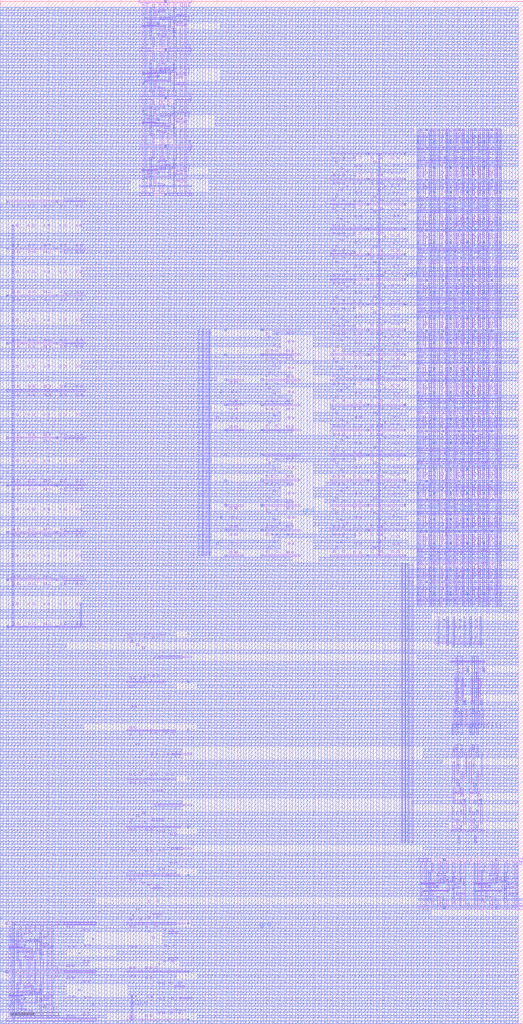
<source format=lef>
VERSION 5.4 ;
NAMESCASESENSITIVE ON ;
BUSBITCHARS "[]" ;
DIVIDERCHAR "/" ;
UNITS
  DATABASE MICRONS 2000 ;
END UNITS
MACRO sram_2_16_scn4m_subm
   CLASS BLOCK ;
   SIZE 216.9 BY 423.6 ;
   SYMMETRY X Y R90 ;
   PIN din0[0]
      DIRECTION INPUT ;
      PORT
         LAYER m2 ;
         RECT  180.9 56.6 181.7 57.4 ;
      END
   END din0[0]
   PIN din0[1]
      DIRECTION INPUT ;
      PORT
         LAYER m2 ;
         RECT  202.7 56.6 203.5 57.4 ;
      END
   END din0[1]
   PIN addr0[0]
      DIRECTION INPUT ;
      PORT
         LAYER m2 ;
         RECT  65.2 352.2 66.0 353.0 ;
      END
   END addr0[0]
   PIN addr0[1]
      DIRECTION INPUT ;
      PORT
         LAYER m2 ;
         RECT  65.2 374.2 66.0 375.0 ;
      END
   END addr0[1]
   PIN addr0[2]
      DIRECTION INPUT ;
      PORT
         LAYER m2 ;
         RECT  65.2 392.2 66.0 393.0 ;
      END
   END addr0[2]
   PIN addr0[3]
      DIRECTION INPUT ;
      PORT
         LAYER m2 ;
         RECT  65.2 414.2 66.0 415.0 ;
      END
   END addr0[3]
   PIN csb0
      DIRECTION INPUT ;
      PORT
         LAYER m2 ;
         RECT  10.0 10.2 10.8 11.0 ;
      END
   END csb0
   PIN web0
      DIRECTION INPUT ;
      PORT
         LAYER m2 ;
         RECT  10.0 32.2 10.8 33.0 ;
      END
   END web0
   PIN clk0
      DIRECTION INPUT ;
      PORT
         LAYER m2 ;
         RECT  54.1 1.6 54.7 11.4 ;
      END
   END clk0
   PIN dout0[0]
      DIRECTION OUTPUT ;
      PORT
         LAYER m2 ;
         RECT  187.5 119.8 188.3 122.8 ;
      END
   END dout0[0]
   PIN dout0[1]
      DIRECTION OUTPUT ;
      PORT
         LAYER m2 ;
         RECT  194.3 119.8 195.1 122.8 ;
      END
   END dout0[1]
   PIN vdd
      DIRECTION INOUT ;
      USE POWER ; 
      SHAPE ABUTMENT ; 
      PORT
         LAYER m3 ;
         RECT  196.8 307.7 197.4 308.3 ;
         LAYER m3 ;
         RECT  93.1 276.8 93.9 277.6 ;
         LAYER m3 ;
         RECT  176.4 203.7 177.0 204.3 ;
         LAYER m3 ;
         RECT  152.0 245.6 152.8 246.4 ;
         LAYER m3 ;
         RECT  0.0 60.0 214.8 61.2 ;
         LAYER m3 ;
         RECT  172.8 213.6 214.8 214.8 ;
         LAYER m3 ;
         RECT  69.6 343.2 169.2 344.4 ;
         LAYER m3 ;
         RECT  0.0 170.4 214.8 171.6 ;
         LAYER m3 ;
         RECT  2.7 262.0 3.5 262.8 ;
         LAYER m3 ;
         RECT  79.2 160.8 214.8 162.0 ;
         LAYER m4 ;
         RECT  55.2 0.0 56.4 421.2 ;
         LAYER m3 ;
         RECT  136.8 247.2 214.8 248.4 ;
         LAYER m3 ;
         RECT  23.2 340.4 24.0 341.2 ;
         LAYER m3 ;
         RECT  93.1 224.8 93.9 225.6 ;
         LAYER m4 ;
         RECT  108.0 0.0 109.2 421.2 ;
         LAYER m4 ;
         RECT  213.6 0.0 214.8 421.2 ;
         LAYER m3 ;
         RECT  203.6 349.3 204.2 349.9 ;
         LAYER m3 ;
         RECT  0.0 122.4 34.8 123.6 ;
         LAYER m4 ;
         RECT  194.4 0.0 195.6 421.2 ;
         LAYER m3 ;
         RECT  129.6 280.8 169.2 282.0 ;
         LAYER m3 ;
         RECT  0.0 160.8 73.2 162.0 ;
         LAYER m3 ;
         RECT  176.4 182.9 177.0 183.5 ;
         LAYER m3 ;
         RECT  197.2 166.8 198.0 167.6 ;
         LAYER m3 ;
         RECT  190.4 166.8 191.2 167.6 ;
         LAYER m3 ;
         RECT  203.6 307.7 204.2 308.3 ;
         LAYER m4 ;
         RECT  165.6 0.0 166.8 421.2 ;
         LAYER m3 ;
         RECT  196.8 349.3 197.4 349.9 ;
         LAYER m3 ;
         RECT  172.8 319.2 214.8 320.4 ;
         LAYER m4 ;
         RECT  36.0 0.0 37.2 421.2 ;
         LAYER m4 ;
         RECT  160.8 0.0 162.0 421.2 ;
         LAYER m3 ;
         RECT  0.0 21.6 214.8 22.8 ;
         LAYER m3 ;
         RECT  0.0 348.0 54.0 349.2 ;
         LAYER m3 ;
         RECT  0.0 132.0 214.8 133.2 ;
         LAYER m3 ;
         RECT  134.4 223.2 214.8 224.4 ;
         LAYER m3 ;
         RECT  2.7 183.6 3.5 184.4 ;
         LAYER m3 ;
         RECT  2.7 340.4 3.5 341.2 ;
         LAYER m3 ;
         RECT  0.0 88.8 75.6 90.0 ;
         LAYER m3 ;
         RECT  0.0 314.4 169.2 315.6 ;
         LAYER m3 ;
         RECT  203.6 266.1 204.2 266.7 ;
         LAYER m3 ;
         RECT  108.1 256.0 108.9 256.8 ;
         LAYER m3 ;
         RECT  196.8 224.5 197.4 225.1 ;
         LAYER m3 ;
         RECT  172.8 194.4 214.8 195.6 ;
         LAYER m3 ;
         RECT  129.6 252.0 169.2 253.2 ;
         LAYER m3 ;
         RECT  86.4 352.8 169.2 354.0 ;
         LAYER m3 ;
         RECT  176.4 224.5 177.0 225.1 ;
         LAYER m3 ;
         RECT  0.0 184.8 214.8 186.0 ;
         LAYER m3 ;
         RECT  0.0 93.6 188.4 94.8 ;
         LAYER m3 ;
         RECT  108.1 276.8 108.9 277.6 ;
         LAYER m3 ;
         RECT  132.0 204.0 214.8 205.2 ;
         LAYER m3 ;
         RECT  33.6 213.6 87.6 214.8 ;
         LAYER m3 ;
         RECT  0.0 218.4 116.4 219.6 ;
         LAYER m3 ;
         RECT  33.6 271.2 116.4 272.4 ;
         LAYER m3 ;
         RECT  176.4 328.5 177.0 329.1 ;
         LAYER m3 ;
         RECT  0.0 112.8 75.6 114.0 ;
         LAYER m3 ;
         RECT  190.1 98.6 190.9 99.4 ;
         LAYER m3 ;
         RECT  0.0 391.2 70.8 392.4 ;
         LAYER m4 ;
         RECT  84.0 0.0 85.2 421.2 ;
         LAYER m3 ;
         RECT  203.6 182.9 204.2 183.5 ;
         LAYER m3 ;
         RECT  77.6 141.2 78.4 142.0 ;
         LAYER m3 ;
         RECT  0.0 45.6 178.8 46.8 ;
         LAYER m3 ;
         RECT  33.6 290.4 169.2 291.6 ;
         LAYER m3 ;
         RECT  0.0 103.2 214.8 104.4 ;
         LAYER m4 ;
         RECT  199.2 0.0 200.4 421.2 ;
         LAYER m4 ;
         RECT  45.6 0.0 46.8 421.2 ;
         LAYER m3 ;
         RECT  0.0 386.4 214.8 387.6 ;
         LAYER m3 ;
         RECT  172.8 357.6 214.8 358.8 ;
         LAYER m3 ;
         RECT  176.4 245.3 177.0 245.9 ;
         LAYER m3 ;
         RECT  112.8 232.8 147.6 234.0 ;
         LAYER m3 ;
         RECT  52.8 12.0 214.8 13.2 ;
         LAYER m3 ;
         RECT  203.6 245.3 204.2 245.9 ;
         LAYER m4 ;
         RECT  112.8 0.0 114.0 421.2 ;
         LAYER m3 ;
         RECT  203.6 328.5 204.2 329.1 ;
         LAYER m3 ;
         RECT  0.0 180.0 214.8 181.2 ;
         LAYER m3 ;
         RECT  33.6 252.0 116.4 253.2 ;
         LAYER m3 ;
         RECT  0.0 146.4 188.4 147.6 ;
         LAYER m3 ;
         RECT  2.0 21.2 2.8 22.0 ;
         LAYER m3 ;
         RECT  0.0 295.2 147.6 296.4 ;
         LAYER m3 ;
         RECT  88.8 372.0 214.8 373.2 ;
         LAYER m3 ;
         RECT  93.1 256.0 93.9 256.8 ;
         LAYER m3 ;
         RECT  196.8 203.7 197.4 204.3 ;
         LAYER m3 ;
         RECT  190.0 370.1 190.6 370.7 ;
         LAYER m3 ;
         RECT  190.0 286.9 190.6 287.5 ;
         LAYER m3 ;
         RECT  183.1 224.4 183.9 225.2 ;
         LAYER m3 ;
         RECT  0.0 396.0 214.8 397.2 ;
         LAYER m3 ;
         RECT  0.0 16.8 214.8 18.0 ;
         LAYER m3 ;
         RECT  33.6 175.2 214.8 176.4 ;
         LAYER m3 ;
         RECT  190.0 307.7 190.6 308.3 ;
         LAYER m3 ;
         RECT  0.0 208.8 116.4 210.0 ;
         LAYER m3 ;
         RECT  26.4 242.4 214.8 243.6 ;
         LAYER m3 ;
         RECT  0.0 98.4 214.8 99.6 ;
         LAYER m3 ;
         RECT  33.6 194.4 87.6 195.6 ;
         LAYER m3 ;
         RECT  93.1 204.0 93.9 204.8 ;
         LAYER m3 ;
         RECT  0.0 237.6 214.8 238.8 ;
         LAYER m3 ;
         RECT  172.8 295.2 214.8 296.4 ;
         LAYER m3 ;
         RECT  190.0 266.1 190.6 266.7 ;
         LAYER m3 ;
         RECT  183.1 182.8 183.9 183.6 ;
         LAYER m3 ;
         RECT  0.0 420.0 214.8 421.2 ;
         LAYER m4 ;
         RECT  180.0 0.0 181.2 421.2 ;
         LAYER m3 ;
         RECT  0.0 247.2 87.6 248.4 ;
         LAYER m3 ;
         RECT  79.2 40.8 214.8 42.0 ;
         LAYER m3 ;
         RECT  0.0 400.8 214.8 402.0 ;
         LAYER m3 ;
         RECT  2.7 301.2 3.5 302.0 ;
         LAYER m3 ;
         RECT  152.0 328.8 152.8 329.6 ;
         LAYER m3 ;
         RECT  23.2 183.6 24.0 184.4 ;
         LAYER m3 ;
         RECT  0.0 333.6 169.2 334.8 ;
         LAYER m3 ;
         RECT  167.5 245.6 168.3 246.4 ;
         LAYER m3 ;
         RECT  129.6 271.2 169.2 272.4 ;
         LAYER m3 ;
         RECT  167.5 287.2 168.3 288.0 ;
         LAYER m3 ;
         RECT  68.1 363.2 68.9 364.0 ;
         LAYER m3 ;
         RECT  205.6 67.6 206.4 68.4 ;
         LAYER m4 ;
         RECT  12.0 0.0 13.2 421.2 ;
         LAYER m4 ;
         RECT  127.2 0.0 128.4 421.2 ;
         LAYER m3 ;
         RECT  167.5 349.6 168.3 350.4 ;
         LAYER m4 ;
         RECT  16.8 0.0 18.0 421.2 ;
         LAYER m3 ;
         RECT  0.0 31.2 214.8 32.4 ;
         LAYER m4 ;
         RECT  88.8 0.0 90.0 421.2 ;
         LAYER m3 ;
         RECT  199.1 132.6 199.9 133.4 ;
         LAYER m3 ;
         RECT  190.0 328.5 190.6 329.1 ;
         LAYER m4 ;
         RECT  136.8 0.0 138.0 421.2 ;
         LAYER m4 ;
         RECT  175.2 0.0 176.4 421.2 ;
         LAYER m3 ;
         RECT  4.8 40.8 73.2 42.0 ;
         LAYER m3 ;
         RECT  129.6 228.0 169.2 229.2 ;
         LAYER m3 ;
         RECT  112.8 285.6 214.8 286.8 ;
         LAYER m3 ;
         RECT  190.0 182.9 190.6 183.5 ;
         LAYER m3 ;
         RECT  23.2 222.8 24.0 223.6 ;
         LAYER m3 ;
         RECT  0.0 36.0 34.8 37.2 ;
         LAYER m3 ;
         RECT  172.8 232.8 214.8 234.0 ;
         LAYER m4 ;
         RECT  146.4 0.0 147.6 421.2 ;
         LAYER m3 ;
         RECT  196.8 370.1 197.4 370.7 ;
         LAYER m4 ;
         RECT  21.6 0.0 22.8 421.2 ;
         LAYER m3 ;
         RECT  0.0 108.0 183.6 109.2 ;
         LAYER m3 ;
         RECT  33.6 232.8 87.6 234.0 ;
         LAYER m3 ;
         RECT  129.6 261.6 169.2 262.8 ;
         LAYER m4 ;
         RECT  79.2 0.0 80.4 421.2 ;
         LAYER m3 ;
         RECT  203.6 203.7 204.2 204.3 ;
         LAYER m3 ;
         RECT  183.1 286.8 183.9 287.6 ;
         LAYER m3 ;
         RECT  196.8 182.9 197.4 183.5 ;
         LAYER m3 ;
         RECT  183.1 203.6 183.9 204.4 ;
         LAYER m3 ;
         RECT  23.2 301.2 24.0 302.0 ;
         LAYER m3 ;
         RECT  0.0 300.0 214.8 301.2 ;
         LAYER m3 ;
         RECT  203.6 370.1 204.2 370.7 ;
         LAYER m3 ;
         RECT  0.0 285.6 87.6 286.8 ;
         LAYER m4 ;
         RECT  60.0 0.0 61.2 421.2 ;
         LAYER m3 ;
         RECT  86.4 348.0 214.8 349.2 ;
         LAYER m3 ;
         RECT  0.0 372.0 70.8 373.2 ;
         LAYER m4 ;
         RECT  40.8 0.0 42.0 421.2 ;
         LAYER m3 ;
         RECT  33.6 328.8 214.8 330.0 ;
         LAYER m3 ;
         RECT  196.8 245.3 197.4 245.9 ;
         LAYER m3 ;
         RECT  0.0 74.4 214.8 75.6 ;
         LAYER m3 ;
         RECT  0.0 228.0 121.2 229.2 ;
         LAYER m4 ;
         RECT  122.4 0.0 123.6 421.2 ;
         LAYER m4 ;
         RECT  170.4 0.0 171.6 421.2 ;
         LAYER m4 ;
         RECT  2.4 0.0 3.6 421.2 ;
         LAYER m3 ;
         RECT  108.1 224.8 108.9 225.6 ;
         LAYER m3 ;
         RECT  33.6 309.6 214.8 310.8 ;
         LAYER m3 ;
         RECT  81.6 122.4 214.8 123.6 ;
         LAYER m3 ;
         RECT  196.8 266.1 197.4 266.7 ;
         LAYER m4 ;
         RECT  93.6 0.0 94.8 421.2 ;
         LAYER m3 ;
         RECT  77.6 61.2 78.4 62.0 ;
         LAYER m3 ;
         RECT  0.0 50.4 39.6 51.6 ;
         LAYER m3 ;
         RECT  26.4 319.2 147.6 320.4 ;
         LAYER m3 ;
         RECT  203.6 286.9 204.2 287.5 ;
         LAYER m3 ;
         RECT  196.8 286.9 197.4 287.5 ;
         LAYER m3 ;
         RECT  0.0 156.0 27.6 157.2 ;
         LAYER m4 ;
         RECT  50.4 0.0 51.6 421.2 ;
         LAYER m3 ;
         RECT  0.0 362.4 214.8 363.6 ;
         LAYER m3 ;
         RECT  167.5 204.0 168.3 204.8 ;
         LAYER m3 ;
         RECT  152.0 349.6 152.8 350.4 ;
         LAYER m3 ;
         RECT  0.0 199.2 116.4 200.4 ;
         LAYER m3 ;
         RECT  176.4 370.1 177.0 370.7 ;
         LAYER m3 ;
         RECT  0.0 117.6 214.8 118.8 ;
         LAYER m3 ;
         RECT  172.8 276.0 214.8 277.2 ;
         LAYER m3 ;
         RECT  190.0 349.3 190.6 349.9 ;
         LAYER m4 ;
         RECT  26.4 0.0 27.6 421.2 ;
         LAYER m4 ;
         RECT  208.8 0.0 210.0 421.2 ;
         LAYER m3 ;
         RECT  2.7 222.8 3.5 223.6 ;
         LAYER m3 ;
         RECT  172.8 151.2 214.8 152.4 ;
         LAYER m3 ;
         RECT  152.0 308.0 152.8 308.8 ;
         LAYER m3 ;
         RECT  192.3 132.6 193.1 133.4 ;
         LAYER m3 ;
         RECT  0.0 367.2 214.8 368.4 ;
         LAYER m3 ;
         RECT  0.0 141.6 214.8 142.8 ;
         LAYER m3 ;
         RECT  0.0 343.2 63.6 344.4 ;
         LAYER m3 ;
         RECT  72.0 381.6 214.8 382.8 ;
         LAYER m3 ;
         RECT  0.0 256.8 121.2 258.0 ;
         LAYER m3 ;
         RECT  0.0 7.2 214.8 8.4 ;
         LAYER m3 ;
         RECT  0.0 69.6 214.8 70.8 ;
         LAYER m4 ;
         RECT  132.0 0.0 133.2 421.2 ;
         LAYER m4 ;
         RECT  184.8 0.0 186.0 421.2 ;
         LAYER m4 ;
         RECT  64.8 0.0 66.0 421.2 ;
         LAYER m3 ;
         RECT  196.8 328.5 197.4 329.1 ;
         LAYER m3 ;
         RECT  0.0 151.2 75.6 152.4 ;
         LAYER m3 ;
         RECT  0.0 376.8 214.8 378.0 ;
         LAYER m3 ;
         RECT  183.1 328.4 183.9 329.2 ;
         LAYER m3 ;
         RECT  152.0 266.4 152.8 267.2 ;
         LAYER m3 ;
         RECT  190.0 245.3 190.6 245.9 ;
         LAYER m3 ;
         RECT  0.0 84.0 214.8 85.2 ;
         LAYER m3 ;
         RECT  0.0 189.6 169.2 190.8 ;
         LAYER m3 ;
         RECT  129.6 218.4 169.2 219.6 ;
         LAYER m4 ;
         RECT  69.6 0.0 70.8 421.2 ;
         LAYER m3 ;
         RECT  190.7 81.2 191.5 82.0 ;
         LAYER m3 ;
         RECT  0.0 338.4 147.6 339.6 ;
         LAYER m3 ;
         RECT  0.0 352.8 70.8 354.0 ;
         LAYER m3 ;
         RECT  0.0 415.2 214.8 416.4 ;
         LAYER m3 ;
         RECT  183.1 245.2 183.9 246.0 ;
         LAYER m3 ;
         RECT  0.0 26.4 214.8 27.6 ;
         LAYER m3 ;
         RECT  81.6 79.2 214.8 80.4 ;
         LAYER m3 ;
         RECT  0.0 410.4 214.8 411.6 ;
         LAYER m3 ;
         RECT  152.0 204.0 152.8 204.8 ;
         LAYER m3 ;
         RECT  183.8 67.6 184.6 68.4 ;
         LAYER m3 ;
         RECT  175.2 112.8 214.8 114.0 ;
         LAYER m3 ;
         RECT  176.4 307.7 177.0 308.3 ;
         LAYER m3 ;
         RECT  0.0 261.6 116.4 262.8 ;
         LAYER m3 ;
         RECT  0.0 276.0 121.2 277.2 ;
         LAYER m3 ;
         RECT  23.2 262.0 24.0 262.8 ;
         LAYER m3 ;
         RECT  91.2 391.2 214.8 392.4 ;
         LAYER m3 ;
         RECT  0.0 12.0 27.6 13.2 ;
         LAYER m3 ;
         RECT  0.0 127.2 214.8 128.4 ;
         LAYER m3 ;
         RECT  183.1 370.0 183.9 370.8 ;
         LAYER m3 ;
         RECT  81.6 2.4 214.8 3.6 ;
         LAYER m3 ;
         RECT  190.0 224.5 190.6 225.1 ;
         LAYER m3 ;
         RECT  196.9 98.6 197.7 99.4 ;
         LAYER m3 ;
         RECT  0.0 55.2 214.8 56.4 ;
         LAYER m3 ;
         RECT  0.0 79.2 73.2 80.4 ;
         LAYER m4 ;
         RECT  7.2 0.0 8.4 421.2 ;
         LAYER m4 ;
         RECT  151.2 0.0 152.4 421.2 ;
         LAYER m3 ;
         RECT  176.4 286.9 177.0 287.5 ;
         LAYER m3 ;
         RECT  77.6 101.2 78.4 102.0 ;
         LAYER m3 ;
         RECT  187.2 156.0 214.8 157.2 ;
         LAYER m3 ;
         RECT  129.6 199.2 169.2 200.4 ;
         LAYER m3 ;
         RECT  0.0 266.4 90.0 267.6 ;
         LAYER m3 ;
         RECT  68.1 403.2 68.9 404.0 ;
         LAYER m3 ;
         RECT  4.8 2.4 44.4 3.6 ;
         LAYER m4 ;
         RECT  117.6 0.0 118.8 421.2 ;
         LAYER m3 ;
         RECT  0.0 324.0 169.2 325.2 ;
         LAYER m3 ;
         RECT  0.0 304.8 214.8 306.0 ;
         LAYER m3 ;
         RECT  176.4 349.3 177.0 349.9 ;
         LAYER m3 ;
         RECT  167.5 266.4 168.3 267.2 ;
         LAYER m3 ;
         RECT  190.0 203.7 190.6 204.3 ;
         LAYER m3 ;
         RECT  172.8 338.4 214.8 339.6 ;
         LAYER m3 ;
         RECT  0.0 357.6 147.6 358.8 ;
         LAYER m4 ;
         RECT  31.2 0.0 32.4 421.2 ;
         LAYER m3 ;
         RECT  167.5 328.8 168.3 329.6 ;
         LAYER m4 ;
         RECT  74.4 0.0 75.6 421.2 ;
         LAYER m3 ;
         RECT  108.1 204.0 108.9 204.8 ;
         LAYER m4 ;
         RECT  98.4 0.0 99.6 421.2 ;
         LAYER m3 ;
         RECT  77.6 21.2 78.4 22.0 ;
         LAYER m3 ;
         RECT  197.5 81.2 198.3 82.0 ;
         LAYER m3 ;
         RECT  152.0 287.2 152.8 288.0 ;
         LAYER m3 ;
         RECT  0.0 64.8 214.8 66.0 ;
         LAYER m3 ;
         RECT  172.8 256.8 214.8 258.0 ;
         LAYER m3 ;
         RECT  0.0 381.6 63.6 382.8 ;
         LAYER m3 ;
         RECT  183.1 266.0 183.9 266.8 ;
         LAYER m3 ;
         RECT  183.1 307.6 183.9 308.4 ;
         LAYER m3 ;
         RECT  183.1 349.2 183.9 350.0 ;
         LAYER m3 ;
         RECT  26.4 165.6 214.8 166.8 ;
         LAYER m3 ;
         RECT  0.0 223.2 121.2 224.4 ;
         LAYER m4 ;
         RECT  204.0 0.0 205.2 421.2 ;
         LAYER m4 ;
         RECT  141.6 0.0 142.8 421.2 ;
         LAYER m4 ;
         RECT  156.0 0.0 157.2 421.2 ;
         LAYER m3 ;
         RECT  0.0 405.6 214.8 406.8 ;
         LAYER m3 ;
         RECT  139.2 266.4 214.8 267.6 ;
         LAYER m3 ;
         RECT  26.4 280.8 116.4 282.0 ;
         LAYER m3 ;
         RECT  203.6 224.5 204.2 225.1 ;
         LAYER m3 ;
         RECT  183.6 166.8 184.4 167.6 ;
         LAYER m3 ;
         RECT  0.0 136.8 214.8 138.0 ;
         LAYER m3 ;
         RECT  67.2 36.0 214.8 37.2 ;
         LAYER m4 ;
         RECT  103.2 0.0 104.4 421.2 ;
         LAYER m3 ;
         RECT  26.4 204.0 121.2 205.2 ;
         LAYER m3 ;
         RECT  167.5 224.8 168.3 225.6 ;
         LAYER m3 ;
         RECT  152.0 224.8 152.8 225.6 ;
         LAYER m3 ;
         RECT  129.6 208.8 169.2 210.0 ;
         LAYER m4 ;
         RECT  189.6 0.0 190.8 421.2 ;
         LAYER m3 ;
         RECT  176.4 266.1 177.0 266.7 ;
         LAYER m3 ;
         RECT  167.5 308.0 168.3 308.8 ;
      END
   END vdd
   PIN gnd
      DIRECTION INOUT ;
      USE GROUND ; 
      SHAPE ABUTMENT ; 
      PORT
         LAYER m3 ;
         RECT  179.8 333.5 180.4 334.1 ;
         LAYER m4 ;
         RECT  19.2 0.0 20.4 421.2 ;
         LAYER m3 ;
         RECT  200.2 219.5 200.8 220.1 ;
         LAYER m3 ;
         RECT  200.2 177.9 200.8 178.5 ;
         LAYER m3 ;
         RECT  200.2 312.7 200.8 313.3 ;
         LAYER m3 ;
         RECT  132.0 192.0 214.8 193.2 ;
         LAYER m3 ;
         RECT  0.0 91.2 75.6 92.4 ;
         LAYER m3 ;
         RECT  72.0 364.8 214.8 366.0 ;
         LAYER m3 ;
         RECT  186.5 229.4 187.3 230.2 ;
         LAYER m3 ;
         RECT  93.1 245.6 93.9 246.4 ;
         LAYER m3 ;
         RECT  200.2 187.9 200.8 188.5 ;
         LAYER m3 ;
         RECT  179.8 302.7 180.4 303.3 ;
         LAYER m3 ;
         RECT  0.0 388.8 214.8 390.0 ;
         LAYER m3 ;
         RECT  186.6 291.9 187.2 292.5 ;
         LAYER m3 ;
         RECT  141.6 278.4 214.8 279.6 ;
         LAYER m3 ;
         RECT  186.5 302.6 187.3 303.4 ;
         LAYER m3 ;
         RECT  0.0 345.6 54.0 346.8 ;
         LAYER m3 ;
         RECT  48.0 28.8 214.8 30.0 ;
         LAYER m3 ;
         RECT  0.0 393.6 70.8 394.8 ;
         LAYER m3 ;
         RECT  179.7 261.0 180.5 261.8 ;
         LAYER m4 ;
         RECT  129.6 0.0 130.8 421.2 ;
         LAYER m4 ;
         RECT  168.0 0.0 169.2 421.2 ;
         LAYER m4 ;
         RECT  134.4 0.0 135.6 421.2 ;
         LAYER m3 ;
         RECT  207.0 187.9 207.6 188.5 ;
         LAYER m3 ;
         RECT  68.1 423.2 68.9 424.0 ;
         LAYER m3 ;
         RECT  186.5 177.8 187.3 178.6 ;
         LAYER m3 ;
         RECT  186.5 250.2 187.3 251.0 ;
         LAYER m3 ;
         RECT  0.0 283.2 116.4 284.4 ;
         LAYER m3 ;
         RECT  179.8 177.9 180.4 178.5 ;
         LAYER m3 ;
         RECT  186.6 177.9 187.2 178.5 ;
         LAYER m3 ;
         RECT  200.1 146.0 200.9 146.8 ;
         LAYER m3 ;
         RECT  193.4 198.7 194.0 199.3 ;
         LAYER m3 ;
         RECT  173.0 177.9 173.6 178.5 ;
         LAYER m3 ;
         RECT  198.9 92.2 199.7 93.0 ;
         LAYER m4 ;
         RECT  187.2 0.0 188.4 421.2 ;
         LAYER m3 ;
         RECT  0.0 177.6 214.8 178.8 ;
         LAYER m4 ;
         RECT  62.4 0.0 63.6 421.2 ;
         LAYER m3 ;
         RECT  186.6 312.7 187.2 313.3 ;
         LAYER m3 ;
         RECT  167.5 297.6 168.3 298.4 ;
         LAYER m3 ;
         RECT  0.0 24.0 37.2 25.2 ;
         LAYER m3 ;
         RECT  207.0 302.7 207.6 303.3 ;
         LAYER m3 ;
         RECT  129.6 283.2 214.8 284.4 ;
         LAYER m3 ;
         RECT  207.0 198.7 207.6 199.3 ;
         LAYER m3 ;
         RECT  0.0 57.6 214.8 58.8 ;
         LAYER m4 ;
         RECT  192.0 0.0 193.2 421.2 ;
         LAYER m3 ;
         RECT  193.4 187.9 194.0 188.5 ;
         LAYER m3 ;
         RECT  179.7 333.4 180.5 334.2 ;
         LAYER m3 ;
         RECT  193.4 177.9 194.0 178.5 ;
         LAYER m3 ;
         RECT  179.7 240.2 180.5 241.0 ;
         LAYER m3 ;
         RECT  207.0 219.5 207.6 220.1 ;
         LAYER m3 ;
         RECT  2.7 164.0 3.5 164.8 ;
         LAYER m3 ;
         RECT  200.2 229.5 200.8 230.1 ;
         LAYER m3 ;
         RECT  112.8 201.6 147.6 202.8 ;
         LAYER m4 ;
         RECT  211.2 0.0 212.4 421.2 ;
         LAYER m3 ;
         RECT  200.2 261.1 200.8 261.7 ;
         LAYER m3 ;
         RECT  186.5 291.8 187.3 292.6 ;
         LAYER m3 ;
         RECT  108.1 266.4 108.9 267.2 ;
         LAYER m3 ;
         RECT  179.8 187.9 180.4 188.5 ;
         LAYER m3 ;
         RECT  152.0 339.2 152.8 340.0 ;
         LAYER m3 ;
         RECT  179.8 240.3 180.4 240.9 ;
         LAYER m3 ;
         RECT  0.0 76.8 214.8 78.0 ;
         LAYER m3 ;
         RECT  167.5 318.4 168.3 319.2 ;
         LAYER m3 ;
         RECT  0.0 14.4 27.6 15.6 ;
         LAYER m4 ;
         RECT  206.4 0.0 207.6 421.2 ;
         LAYER m3 ;
         RECT  167.5 193.6 168.3 194.4 ;
         LAYER m3 ;
         RECT  108.1 245.6 108.9 246.4 ;
         LAYER m3 ;
         RECT  179.7 229.4 180.5 230.2 ;
         LAYER m3 ;
         RECT  179.7 344.2 180.5 345.0 ;
         LAYER m3 ;
         RECT  179.8 271.1 180.4 271.7 ;
         LAYER m3 ;
         RECT  0.0 321.6 214.8 322.8 ;
         LAYER m3 ;
         RECT  207.0 261.1 207.6 261.7 ;
         LAYER m3 ;
         RECT  152.0 193.6 152.8 194.4 ;
         LAYER m3 ;
         RECT  0.0 129.6 214.8 130.8 ;
         LAYER m3 ;
         RECT  0.0 216.0 121.2 217.2 ;
         LAYER m3 ;
         RECT  91.2 412.8 214.8 414.0 ;
         LAYER m3 ;
         RECT  186.5 333.4 187.3 334.2 ;
         LAYER m3 ;
         RECT  152.0 256.0 152.8 256.8 ;
         LAYER m3 ;
         RECT  179.7 323.4 180.5 324.2 ;
         LAYER m3 ;
         RECT  0.0 403.2 63.6 404.4 ;
         LAYER m4 ;
         RECT  148.8 0.0 150.0 421.2 ;
         LAYER m4 ;
         RECT  76.8 0.0 78.0 421.2 ;
         LAYER m3 ;
         RECT  189.3 106.8 190.1 107.6 ;
         LAYER m3 ;
         RECT  0.0 43.2 214.8 44.4 ;
         LAYER m3 ;
         RECT  186.5 281.8 187.3 282.6 ;
         LAYER m4 ;
         RECT  201.6 0.0 202.8 421.2 ;
         LAYER m3 ;
         RECT  186.6 354.3 187.2 354.9 ;
         LAYER m3 ;
         RECT  200.2 281.9 200.8 282.5 ;
         LAYER m3 ;
         RECT  0.0 235.2 214.8 236.4 ;
         LAYER m3 ;
         RECT  69.6 403.2 214.8 404.4 ;
         LAYER m3 ;
         RECT  0.0 168.0 178.8 169.2 ;
         LAYER m3 ;
         RECT  26.4 264.0 147.6 265.2 ;
         LAYER m3 ;
         RECT  91.2 393.6 214.8 394.8 ;
         LAYER m3 ;
         RECT  179.8 208.7 180.4 209.3 ;
         LAYER m4 ;
         RECT  4.8 0.0 6.0 421.2 ;
         LAYER m4 ;
         RECT  120.0 0.0 121.2 421.2 ;
         LAYER m3 ;
         RECT  167.5 235.2 168.3 236.0 ;
         LAYER m3 ;
         RECT  23.2 281.6 24.0 282.4 ;
         LAYER m3 ;
         RECT  0.0 244.8 121.2 246.0 ;
         LAYER m4 ;
         RECT  14.4 0.0 15.6 421.2 ;
         LAYER m3 ;
         RECT  68.1 343.2 68.9 344.0 ;
         LAYER m3 ;
         RECT  33.6 292.8 214.8 294.0 ;
         LAYER m4 ;
         RECT  158.4 0.0 159.6 421.2 ;
         LAYER m3 ;
         RECT  179.7 219.4 180.5 220.2 ;
         LAYER m3 ;
         RECT  200.2 354.3 200.8 354.9 ;
         LAYER m3 ;
         RECT  193.4 354.3 194.0 354.9 ;
         LAYER m3 ;
         RECT  26.4 220.8 116.4 222.0 ;
         LAYER m3 ;
         RECT  179.8 250.3 180.4 250.9 ;
         LAYER m3 ;
         RECT  2.7 203.2 3.5 204.0 ;
         LAYER m3 ;
         RECT  2.7 320.8 3.5 321.6 ;
         LAYER m3 ;
         RECT  152.0 360.0 152.8 360.8 ;
         LAYER m3 ;
         RECT  179.8 198.7 180.4 199.3 ;
         LAYER m3 ;
         RECT  193.4 229.5 194.0 230.1 ;
         LAYER m3 ;
         RECT  183.8 47.6 184.6 48.4 ;
         LAYER m3 ;
         RECT  152.0 214.4 152.8 215.2 ;
         LAYER m3 ;
         RECT  33.6 312.0 214.8 313.2 ;
         LAYER m3 ;
         RECT  129.6 268.8 214.8 270.0 ;
         LAYER m3 ;
         RECT  193.4 312.7 194.0 313.3 ;
         LAYER m3 ;
         RECT  93.1 266.4 93.9 267.2 ;
         LAYER m3 ;
         RECT  173.0 208.7 173.6 209.3 ;
         LAYER m3 ;
         RECT  186.6 281.9 187.2 282.5 ;
         LAYER m3 ;
         RECT  179.7 302.6 180.5 303.4 ;
         LAYER m3 ;
         RECT  173.0 271.1 173.6 271.7 ;
         LAYER m3 ;
         RECT  0.0 417.6 214.8 418.8 ;
         LAYER m3 ;
         RECT  77.6 41.2 78.4 42.0 ;
         LAYER m3 ;
         RECT  0.0 86.4 214.8 87.6 ;
         LAYER m3 ;
         RECT  200.2 323.5 200.8 324.1 ;
         LAYER m3 ;
         RECT  108.1 287.2 108.9 288.0 ;
         LAYER m3 ;
         RECT  179.8 291.9 180.4 292.5 ;
         LAYER m3 ;
         RECT  0.0 67.2 178.8 68.4 ;
         LAYER m3 ;
         RECT  193.4 291.9 194.0 292.5 ;
         LAYER m3 ;
         RECT  26.4 340.8 214.8 342.0 ;
         LAYER m3 ;
         RECT  0.0 148.8 214.8 150.0 ;
         LAYER m3 ;
         RECT  0.0 153.6 214.8 154.8 ;
         LAYER m4 ;
         RECT  9.6 0.0 10.8 421.2 ;
         LAYER m3 ;
         RECT  0.0 72.0 75.6 73.2 ;
         LAYER m3 ;
         RECT  33.6 331.2 214.8 332.4 ;
         LAYER m3 ;
         RECT  179.8 344.3 180.4 344.9 ;
         LAYER m3 ;
         RECT  0.0 364.8 63.6 366.0 ;
         LAYER m3 ;
         RECT  23.2 164.0 24.0 164.8 ;
         LAYER m3 ;
         RECT  33.6 192.0 121.2 193.2 ;
         LAYER m3 ;
         RECT  129.6 206.4 214.8 207.6 ;
         LAYER m3 ;
         RECT  0.0 240.0 214.8 241.2 ;
         LAYER m3 ;
         RECT  0.0 360.0 214.8 361.2 ;
         LAYER m3 ;
         RECT  0.0 4.8 214.8 6.0 ;
         LAYER m4 ;
         RECT  110.4 0.0 111.6 421.2 ;
         LAYER m3 ;
         RECT  186.5 312.6 187.3 313.4 ;
         LAYER m3 ;
         RECT  186.5 208.6 187.3 209.4 ;
         LAYER m3 ;
         RECT  170.4 91.2 214.8 92.4 ;
         LAYER m3 ;
         RECT  173.0 323.5 173.6 324.1 ;
         LAYER m3 ;
         RECT  179.7 250.2 180.5 251.0 ;
         LAYER m3 ;
         RECT  186.6 229.5 187.2 230.1 ;
         LAYER m3 ;
         RECT  167.5 256.0 168.3 256.8 ;
         LAYER m3 ;
         RECT  0.0 307.2 147.6 308.4 ;
         LAYER m3 ;
         RECT  0.0 144.0 214.8 145.2 ;
         LAYER m4 ;
         RECT  172.8 0.0 174.0 421.2 ;
         LAYER m3 ;
         RECT  207.0 177.9 207.6 178.5 ;
         LAYER m3 ;
         RECT  179.8 323.5 180.4 324.1 ;
         LAYER m3 ;
         RECT  186.5 271.0 187.3 271.8 ;
         LAYER m3 ;
         RECT  179.7 365.0 180.5 365.8 ;
         LAYER m4 ;
         RECT  86.4 0.0 87.6 421.2 ;
         LAYER m3 ;
         RECT  200.2 302.7 200.8 303.3 ;
         LAYER m3 ;
         RECT  193.4 240.3 194.0 240.9 ;
         LAYER m3 ;
         RECT  81.6 19.2 214.8 20.4 ;
         LAYER m3 ;
         RECT  129.6 249.6 214.8 250.8 ;
         LAYER m3 ;
         RECT  200.2 271.1 200.8 271.7 ;
         LAYER m3 ;
         RECT  200.2 365.1 200.8 365.7 ;
         LAYER m3 ;
         RECT  179.7 208.6 180.5 209.4 ;
         LAYER m3 ;
         RECT  0.0 201.6 87.6 202.8 ;
         LAYER m3 ;
         RECT  179.7 312.6 180.5 313.4 ;
         LAYER m3 ;
         RECT  179.7 187.8 180.5 188.6 ;
         LAYER m3 ;
         RECT  77.6 81.2 78.4 82.0 ;
         LAYER m4 ;
         RECT  24.0 0.0 25.2 421.2 ;
         LAYER m3 ;
         RECT  193.4 323.5 194.0 324.1 ;
         LAYER m3 ;
         RECT  33.6 172.8 214.8 174.0 ;
         LAYER m3 ;
         RECT  0.0 268.8 121.2 270.0 ;
         LAYER m3 ;
         RECT  192.1 92.2 192.9 93.0 ;
         LAYER m3 ;
         RECT  0.0 412.8 70.8 414.0 ;
         LAYER m3 ;
         RECT  197.5 87.8 198.3 88.6 ;
         LAYER m3 ;
         RECT  179.7 281.8 180.5 282.6 ;
         LAYER m3 ;
         RECT  207.0 323.5 207.6 324.1 ;
         LAYER m3 ;
         RECT  86.4 345.6 214.8 346.8 ;
         LAYER m3 ;
         RECT  4.8 19.2 73.2 20.4 ;
         LAYER m3 ;
         RECT  193.4 208.7 194.0 209.3 ;
         LAYER m3 ;
         RECT  207.0 229.5 207.6 230.1 ;
         LAYER m4 ;
         RECT  153.6 0.0 154.8 421.2 ;
         LAYER m4 ;
         RECT  91.2 0.0 92.4 421.2 ;
         LAYER m3 ;
         RECT  0.0 316.8 214.8 318.0 ;
         LAYER m3 ;
         RECT  167.5 339.2 168.3 340.0 ;
         LAYER m3 ;
         RECT  190.7 87.8 191.5 88.6 ;
         LAYER m3 ;
         RECT  108.1 214.4 108.9 215.2 ;
         LAYER m3 ;
         RECT  0.0 206.4 121.2 207.6 ;
         LAYER m3 ;
         RECT  0.0 52.8 214.8 54.0 ;
         LAYER m3 ;
         RECT  0.0 369.6 171.6 370.8 ;
         LAYER m3 ;
         RECT  179.8 281.9 180.4 282.5 ;
         LAYER m3 ;
         RECT  108.1 235.2 108.9 236.0 ;
         LAYER m3 ;
         RECT  207.0 240.3 207.6 240.9 ;
         LAYER m3 ;
         RECT  77.6 121.2 78.4 122.0 ;
         LAYER m3 ;
         RECT  186.5 219.4 187.3 220.2 ;
         LAYER m4 ;
         RECT  38.4 0.0 39.6 421.2 ;
         LAYER m3 ;
         RECT  207.0 365.1 207.6 365.7 ;
         LAYER m3 ;
         RECT  129.6 230.4 214.8 231.6 ;
         LAYER m3 ;
         RECT  93.1 193.6 93.9 194.4 ;
         LAYER m3 ;
         RECT  173.0 250.3 173.6 250.9 ;
         LAYER m3 ;
         RECT  207.0 333.5 207.6 334.1 ;
         LAYER m3 ;
         RECT  0.0 249.6 116.4 250.8 ;
         LAYER m3 ;
         RECT  207.0 281.9 207.6 282.5 ;
         LAYER m3 ;
         RECT  81.6 139.2 214.8 140.4 ;
         LAYER m4 ;
         RECT  196.8 0.0 198.0 421.2 ;
         LAYER m3 ;
         RECT  0.0 124.8 214.8 126.0 ;
         LAYER m3 ;
         RECT  186.6 219.5 187.2 220.1 ;
         LAYER m3 ;
         RECT  152.0 235.2 152.8 236.0 ;
         LAYER m3 ;
         RECT  207.0 291.9 207.6 292.5 ;
         LAYER m3 ;
         RECT  23.2 320.8 24.0 321.6 ;
         LAYER m3 ;
         RECT  179.7 271.0 180.5 271.8 ;
         LAYER m3 ;
         RECT  26.4 182.4 171.6 183.6 ;
         LAYER m4 ;
         RECT  52.8 0.0 54.0 421.2 ;
         LAYER m3 ;
         RECT  207.0 312.7 207.6 313.3 ;
         LAYER m3 ;
         RECT  186.6 365.1 187.2 365.7 ;
         LAYER m3 ;
         RECT  193.4 219.5 194.0 220.1 ;
         LAYER m3 ;
         RECT  193.4 281.9 194.0 282.5 ;
         LAYER m4 ;
         RECT  0.0 0.0 1.2 421.2 ;
         LAYER m3 ;
         RECT  173.0 240.3 173.6 240.9 ;
         LAYER m3 ;
         RECT  136.8 254.4 214.8 255.6 ;
         LAYER m3 ;
         RECT  0.0 297.6 214.8 298.8 ;
         LAYER m3 ;
         RECT  179.8 229.5 180.4 230.1 ;
         LAYER m3 ;
         RECT  193.4 250.3 194.0 250.9 ;
         LAYER m3 ;
         RECT  52.8 14.4 214.8 15.6 ;
         LAYER m3 ;
         RECT  0.0 187.2 214.8 188.4 ;
         LAYER m3 ;
         RECT  179.7 177.8 180.5 178.6 ;
         LAYER m3 ;
         RECT  74.4 24.0 214.8 25.2 ;
         LAYER m3 ;
         RECT  0.0 48.0 214.8 49.2 ;
         LAYER m3 ;
         RECT  173.0 261.1 173.6 261.7 ;
         LAYER m3 ;
         RECT  77.6 161.2 78.4 162.0 ;
         LAYER m4 ;
         RECT  81.6 0.0 82.8 421.2 ;
         LAYER m3 ;
         RECT  93.1 214.4 93.9 215.2 ;
         LAYER m3 ;
         RECT  186.5 365.0 187.3 365.8 ;
         LAYER m3 ;
         RECT  0.0 196.8 116.4 198.0 ;
         LAYER m4 ;
         RECT  67.2 0.0 68.4 421.2 ;
         LAYER m3 ;
         RECT  0.0 9.6 214.8 10.8 ;
         LAYER m3 ;
         RECT  186.5 354.2 187.3 355.0 ;
         LAYER m3 ;
         RECT  2.0 41.2 2.8 42.0 ;
         LAYER m3 ;
         RECT  200.2 208.7 200.8 209.3 ;
         LAYER m3 ;
         RECT  193.4 261.1 194.0 261.7 ;
         LAYER m3 ;
         RECT  186.6 333.5 187.2 334.1 ;
         LAYER m3 ;
         RECT  0.0 379.2 214.8 380.4 ;
         LAYER m3 ;
         RECT  2.0 1.2 2.8 2.0 ;
         LAYER m3 ;
         RECT  0.0 96.0 214.8 97.2 ;
         LAYER m3 ;
         RECT  167.5 276.8 168.3 277.6 ;
         LAYER m3 ;
         RECT  193.4 271.1 194.0 271.7 ;
         LAYER m4 ;
         RECT  43.2 0.0 44.4 421.2 ;
         LAYER m3 ;
         RECT  193.3 146.0 194.1 146.8 ;
         LAYER m3 ;
         RECT  186.6 208.7 187.2 209.3 ;
         LAYER m3 ;
         RECT  186.5 198.6 187.3 199.4 ;
         LAYER m3 ;
         RECT  108.1 193.6 108.9 194.4 ;
         LAYER m3 ;
         RECT  23.2 242.4 24.0 243.2 ;
         LAYER m3 ;
         RECT  2.7 242.4 3.5 243.2 ;
         LAYER m3 ;
         RECT  186.6 344.3 187.2 344.9 ;
         LAYER m3 ;
         RECT  0.0 288.0 147.6 289.2 ;
         LAYER m3 ;
         RECT  179.7 198.6 180.5 199.4 ;
         LAYER m3 ;
         RECT  0.0 230.4 116.4 231.6 ;
         LAYER m3 ;
         RECT  0.0 384.0 214.8 385.2 ;
         LAYER m3 ;
         RECT  179.8 312.7 180.4 313.3 ;
         LAYER m3 ;
         RECT  0.0 115.2 214.8 116.4 ;
         LAYER m3 ;
         RECT  173.0 229.5 173.6 230.1 ;
         LAYER m4 ;
         RECT  100.8 0.0 102.0 421.2 ;
         LAYER m3 ;
         RECT  200.2 344.3 200.8 344.9 ;
         LAYER m3 ;
         RECT  173.0 187.9 173.6 188.5 ;
         LAYER m3 ;
         RECT  67.2 33.6 214.8 34.8 ;
         LAYER m3 ;
         RECT  186.6 187.9 187.2 188.5 ;
         LAYER m3 ;
         RECT  186.6 198.7 187.2 199.3 ;
         LAYER m3 ;
         RECT  93.1 287.2 93.9 288.0 ;
         LAYER m3 ;
         RECT  129.6 220.8 214.8 222.0 ;
         LAYER m3 ;
         RECT  173.0 344.3 173.6 344.9 ;
         LAYER m3 ;
         RECT  173.0 198.7 173.6 199.3 ;
         LAYER m4 ;
         RECT  163.2 0.0 164.4 421.2 ;
         LAYER m3 ;
         RECT  0.0 139.2 73.2 140.4 ;
         LAYER m3 ;
         RECT  200.2 291.9 200.8 292.5 ;
         LAYER m3 ;
         RECT  173.0 365.1 173.6 365.7 ;
         LAYER m4 ;
         RECT  33.6 0.0 34.8 421.2 ;
         LAYER m3 ;
         RECT  152.0 297.6 152.8 298.4 ;
         LAYER m3 ;
         RECT  0.0 28.8 27.6 30.0 ;
         LAYER m3 ;
         RECT  186.6 302.7 187.2 303.3 ;
         LAYER m3 ;
         RECT  196.1 106.8 196.9 107.6 ;
         LAYER m3 ;
         RECT  193.4 302.7 194.0 303.3 ;
         LAYER m3 ;
         RECT  0.0 398.4 214.8 399.6 ;
         LAYER m3 ;
         RECT  0.0 254.4 87.6 255.6 ;
         LAYER m3 ;
         RECT  186.6 261.1 187.2 261.7 ;
         LAYER m4 ;
         RECT  28.8 0.0 30.0 421.2 ;
         LAYER m3 ;
         RECT  186.5 344.2 187.3 345.0 ;
         LAYER m3 ;
         RECT  0.0 350.4 147.6 351.6 ;
         LAYER m3 ;
         RECT  93.1 235.2 93.9 236.0 ;
         LAYER m3 ;
         RECT  173.0 333.5 173.6 334.1 ;
         LAYER m3 ;
         RECT  134.4 216.0 214.8 217.2 ;
         LAYER m4 ;
         RECT  48.0 0.0 49.2 421.2 ;
         LAYER m4 ;
         RECT  144.0 0.0 145.2 421.2 ;
         LAYER m3 ;
         RECT  0.0 0.0 214.8 1.2 ;
         LAYER m3 ;
         RECT  0.0 158.4 214.8 159.6 ;
         LAYER m4 ;
         RECT  105.6 0.0 106.8 421.2 ;
         LAYER m3 ;
         RECT  129.6 259.2 214.8 260.4 ;
         LAYER m3 ;
         RECT  167.5 214.4 168.3 215.2 ;
         LAYER m3 ;
         RECT  186.5 323.4 187.3 324.2 ;
         LAYER m4 ;
         RECT  115.2 0.0 116.4 421.2 ;
         LAYER m3 ;
         RECT  179.7 354.2 180.5 355.0 ;
         LAYER m3 ;
         RECT  33.6 273.6 214.8 274.8 ;
         LAYER m3 ;
         RECT  186.6 250.3 187.2 250.9 ;
         LAYER m3 ;
         RECT  0.0 100.8 73.2 102.0 ;
         LAYER m3 ;
         RECT  0.0 120.0 214.8 121.2 ;
         LAYER m3 ;
         RECT  79.2 100.8 214.8 102.0 ;
         LAYER m3 ;
         RECT  0.0 134.4 188.4 135.6 ;
         LAYER m3 ;
         RECT  175.2 72.0 214.8 73.2 ;
         LAYER m3 ;
         RECT  186.5 240.2 187.3 241.0 ;
         LAYER m3 ;
         RECT  0.0 374.4 70.8 375.6 ;
         LAYER m3 ;
         RECT  173.0 281.9 173.6 282.5 ;
         LAYER m3 ;
         RECT  173.0 302.7 173.6 303.3 ;
         LAYER m3 ;
         RECT  200.2 250.3 200.8 250.9 ;
         LAYER m3 ;
         RECT  173.0 219.5 173.6 220.1 ;
         LAYER m3 ;
         RECT  152.0 276.8 152.8 277.6 ;
         LAYER m3 ;
         RECT  81.6 62.4 214.8 63.6 ;
         LAYER m4 ;
         RECT  57.6 0.0 58.8 421.2 ;
         LAYER m3 ;
         RECT  77.6 1.2 78.4 2.0 ;
         LAYER m3 ;
         RECT  175.2 110.4 214.8 111.6 ;
         LAYER m3 ;
         RECT  193.4 365.1 194.0 365.7 ;
         LAYER m3 ;
         RECT  23.2 203.2 24.0 204.0 ;
         LAYER m3 ;
         RECT  186.5 187.8 187.3 188.6 ;
         LAYER m3 ;
         RECT  179.8 261.1 180.4 261.7 ;
         LAYER m3 ;
         RECT  179.7 291.8 180.5 292.6 ;
         LAYER m3 ;
         RECT  186.6 323.5 187.2 324.1 ;
         LAYER m3 ;
         RECT  179.8 354.3 180.4 354.9 ;
         LAYER m3 ;
         RECT  0.0 62.4 73.2 63.6 ;
         LAYER m3 ;
         RECT  167.5 360.0 168.3 360.8 ;
         LAYER m3 ;
         RECT  0.0 278.4 87.6 279.6 ;
         LAYER m3 ;
         RECT  186.6 271.1 187.2 271.7 ;
         LAYER m3 ;
         RECT  179.8 219.5 180.4 220.1 ;
         LAYER m3 ;
         RECT  205.6 47.6 206.4 48.4 ;
         LAYER m3 ;
         RECT  173.0 354.3 173.6 354.9 ;
         LAYER m3 ;
         RECT  2.7 281.6 3.5 282.4 ;
         LAYER m4 ;
         RECT  177.6 0.0 178.8 421.2 ;
         LAYER m4 ;
         RECT  96.0 0.0 97.2 421.2 ;
         LAYER m3 ;
         RECT  173.0 291.9 173.6 292.5 ;
         LAYER m3 ;
         RECT  200.2 198.7 200.8 199.3 ;
         LAYER m3 ;
         RECT  207.0 344.3 207.6 344.9 ;
         LAYER m3 ;
         RECT  88.8 374.4 214.8 375.6 ;
         LAYER m3 ;
         RECT  207.0 250.3 207.6 250.9 ;
         LAYER m3 ;
         RECT  26.4 302.4 214.8 303.6 ;
         LAYER m4 ;
         RECT  182.4 0.0 183.6 421.2 ;
         LAYER m3 ;
         RECT  0.0 225.6 87.6 226.8 ;
         LAYER m3 ;
         RECT  0.0 259.2 121.2 260.4 ;
         LAYER m3 ;
         RECT  0.0 110.4 75.6 111.6 ;
         LAYER m4 ;
         RECT  139.2 0.0 140.4 421.2 ;
         LAYER m3 ;
         RECT  0.0 105.6 214.8 106.8 ;
         LAYER m3 ;
         RECT  200.2 240.3 200.8 240.9 ;
         LAYER m3 ;
         RECT  0.0 408.0 214.8 409.2 ;
         LAYER m3 ;
         RECT  0.0 33.6 34.8 34.8 ;
         LAYER m3 ;
         RECT  207.0 354.3 207.6 354.9 ;
         LAYER m3 ;
         RECT  186.5 261.0 187.3 261.8 ;
         LAYER m3 ;
         RECT  173.0 312.7 173.6 313.3 ;
         LAYER m3 ;
         RECT  207.0 208.7 207.6 209.3 ;
         LAYER m3 ;
         RECT  193.4 344.3 194.0 344.9 ;
         LAYER m3 ;
         RECT  129.6 196.8 214.8 198.0 ;
         LAYER m4 ;
         RECT  72.0 0.0 73.2 421.2 ;
         LAYER m3 ;
         RECT  200.2 333.5 200.8 334.1 ;
         LAYER m3 ;
         RECT  0.0 355.2 214.8 356.4 ;
         LAYER m3 ;
         RECT  207.0 271.1 207.6 271.7 ;
         LAYER m3 ;
         RECT  33.6 211.2 214.8 212.4 ;
         LAYER m3 ;
         RECT  0.0 336.0 214.8 337.2 ;
         LAYER m3 ;
         RECT  179.8 365.1 180.4 365.7 ;
         LAYER m3 ;
         RECT  0.0 81.6 186.0 82.8 ;
         LAYER m4 ;
         RECT  124.8 0.0 126.0 421.2 ;
         LAYER m3 ;
         RECT  193.4 333.5 194.0 334.1 ;
         LAYER m3 ;
         RECT  0.0 163.2 214.8 164.4 ;
         LAYER m3 ;
         RECT  186.6 240.3 187.2 240.9 ;
         LAYER m3 ;
         RECT  0.0 326.4 147.6 327.6 ;
         LAYER m3 ;
         RECT  68.1 383.2 68.9 384.0 ;
         LAYER m3 ;
         RECT  152.0 318.4 152.8 319.2 ;
         LAYER m3 ;
         RECT  0.0 38.4 214.8 39.6 ;
      END
   END gnd
   OBS
   LAYER  m1 ;
      RECT  188.9 197.6 189.9 198.4 ;
      RECT  191.3 202.0 192.3 202.8 ;
      RECT  191.5 198.4 192.3 198.8 ;
      RECT  190.3 196.6 191.1 196.8 ;
      RECT  193.3 197.2 194.1 201.4 ;
      RECT  189.1 200.6 190.7 201.4 ;
      RECT  191.5 197.6 192.5 198.4 ;
      RECT  186.5 203.6 194.1 204.4 ;
      RECT  186.5 202.0 187.3 203.6 ;
      RECT  189.1 202.0 190.1 202.8 ;
      RECT  189.1 201.4 189.9 202.0 ;
      RECT  191.5 199.6 192.3 202.0 ;
      RECT  191.1 198.8 192.3 199.6 ;
      RECT  186.5 195.8 194.1 196.6 ;
      RECT  186.5 197.2 187.3 201.4 ;
      RECT  189.1 198.4 189.9 200.6 ;
      RECT  190.9 194.4 192.5 195.2 ;
      RECT  193.3 202.0 194.1 203.6 ;
      RECT  188.1 194.4 189.7 195.2 ;
      RECT  188.9 210.4 189.9 209.6 ;
      RECT  191.3 206.0 192.3 205.2 ;
      RECT  191.5 209.6 192.3 209.2 ;
      RECT  190.3 211.4 191.1 211.2 ;
      RECT  193.3 210.8 194.1 206.6 ;
      RECT  189.1 207.4 190.7 206.6 ;
      RECT  191.5 210.4 192.5 209.6 ;
      RECT  186.5 204.4 194.1 203.6 ;
      RECT  186.5 206.0 187.3 204.4 ;
      RECT  189.1 206.0 190.1 205.2 ;
      RECT  189.1 206.6 189.9 206.0 ;
      RECT  191.5 208.4 192.3 206.0 ;
      RECT  191.1 209.2 192.3 208.4 ;
      RECT  186.5 212.2 194.1 211.4 ;
      RECT  186.5 210.8 187.3 206.6 ;
      RECT  189.1 209.6 189.9 207.4 ;
      RECT  190.9 213.6 192.5 212.8 ;
      RECT  193.3 206.0 194.1 204.4 ;
      RECT  188.1 213.6 189.7 212.8 ;
      RECT  188.9 218.4 189.9 219.2 ;
      RECT  191.3 222.8 192.3 223.6 ;
      RECT  191.5 219.2 192.3 219.6 ;
      RECT  190.3 217.4 191.1 217.6 ;
      RECT  193.3 218.0 194.1 222.2 ;
      RECT  189.1 221.4 190.7 222.2 ;
      RECT  191.5 218.4 192.5 219.2 ;
      RECT  186.5 224.4 194.1 225.2 ;
      RECT  186.5 222.8 187.3 224.4 ;
      RECT  189.1 222.8 190.1 223.6 ;
      RECT  189.1 222.2 189.9 222.8 ;
      RECT  191.5 220.4 192.3 222.8 ;
      RECT  191.1 219.6 192.3 220.4 ;
      RECT  186.5 216.6 194.1 217.4 ;
      RECT  186.5 218.0 187.3 222.2 ;
      RECT  189.1 219.2 189.9 221.4 ;
      RECT  190.9 215.2 192.5 216.0 ;
      RECT  193.3 222.8 194.1 224.4 ;
      RECT  188.1 215.2 189.7 216.0 ;
      RECT  188.9 231.2 189.9 230.4 ;
      RECT  191.3 226.8 192.3 226.0 ;
      RECT  191.5 230.4 192.3 230.0 ;
      RECT  190.3 232.2 191.1 232.0 ;
      RECT  193.3 231.6 194.1 227.4 ;
      RECT  189.1 228.2 190.7 227.4 ;
      RECT  191.5 231.2 192.5 230.4 ;
      RECT  186.5 225.2 194.1 224.4 ;
      RECT  186.5 226.8 187.3 225.2 ;
      RECT  189.1 226.8 190.1 226.0 ;
      RECT  189.1 227.4 189.9 226.8 ;
      RECT  191.5 229.2 192.3 226.8 ;
      RECT  191.1 230.0 192.3 229.2 ;
      RECT  186.5 233.0 194.1 232.2 ;
      RECT  186.5 231.6 187.3 227.4 ;
      RECT  189.1 230.4 189.9 228.2 ;
      RECT  190.9 234.4 192.5 233.6 ;
      RECT  193.3 226.8 194.1 225.2 ;
      RECT  188.1 234.4 189.7 233.6 ;
      RECT  188.9 239.2 189.9 240.0 ;
      RECT  191.3 243.6 192.3 244.4 ;
      RECT  191.5 240.0 192.3 240.4 ;
      RECT  190.3 238.2 191.1 238.4 ;
      RECT  193.3 238.8 194.1 243.0 ;
      RECT  189.1 242.2 190.7 243.0 ;
      RECT  191.5 239.2 192.5 240.0 ;
      RECT  186.5 245.2 194.1 246.0 ;
      RECT  186.5 243.6 187.3 245.2 ;
      RECT  189.1 243.6 190.1 244.4 ;
      RECT  189.1 243.0 189.9 243.6 ;
      RECT  191.5 241.2 192.3 243.6 ;
      RECT  191.1 240.4 192.3 241.2 ;
      RECT  186.5 237.4 194.1 238.2 ;
      RECT  186.5 238.8 187.3 243.0 ;
      RECT  189.1 240.0 189.9 242.2 ;
      RECT  190.9 236.0 192.5 236.8 ;
      RECT  193.3 243.6 194.1 245.2 ;
      RECT  188.1 236.0 189.7 236.8 ;
      RECT  188.9 252.0 189.9 251.2 ;
      RECT  191.3 247.6 192.3 246.8 ;
      RECT  191.5 251.2 192.3 250.8 ;
      RECT  190.3 253.0 191.1 252.8 ;
      RECT  193.3 252.4 194.1 248.2 ;
      RECT  189.1 249.0 190.7 248.2 ;
      RECT  191.5 252.0 192.5 251.2 ;
      RECT  186.5 246.0 194.1 245.2 ;
      RECT  186.5 247.6 187.3 246.0 ;
      RECT  189.1 247.6 190.1 246.8 ;
      RECT  189.1 248.2 189.9 247.6 ;
      RECT  191.5 250.0 192.3 247.6 ;
      RECT  191.1 250.8 192.3 250.0 ;
      RECT  186.5 253.8 194.1 253.0 ;
      RECT  186.5 252.4 187.3 248.2 ;
      RECT  189.1 251.2 189.9 249.0 ;
      RECT  190.9 255.2 192.5 254.4 ;
      RECT  193.3 247.6 194.1 246.0 ;
      RECT  188.1 255.2 189.7 254.4 ;
      RECT  188.9 260.0 189.9 260.8 ;
      RECT  191.3 264.4 192.3 265.2 ;
      RECT  191.5 260.8 192.3 261.2 ;
      RECT  190.3 259.0 191.1 259.2 ;
      RECT  193.3 259.6 194.1 263.8 ;
      RECT  189.1 263.0 190.7 263.8 ;
      RECT  191.5 260.0 192.5 260.8 ;
      RECT  186.5 266.0 194.1 266.8 ;
      RECT  186.5 264.4 187.3 266.0 ;
      RECT  189.1 264.4 190.1 265.2 ;
      RECT  189.1 263.8 189.9 264.4 ;
      RECT  191.5 262.0 192.3 264.4 ;
      RECT  191.1 261.2 192.3 262.0 ;
      RECT  186.5 258.2 194.1 259.0 ;
      RECT  186.5 259.6 187.3 263.8 ;
      RECT  189.1 260.8 189.9 263.0 ;
      RECT  190.9 256.8 192.5 257.6 ;
      RECT  193.3 264.4 194.1 266.0 ;
      RECT  188.1 256.8 189.7 257.6 ;
      RECT  188.9 272.8 189.9 272.0 ;
      RECT  191.3 268.4 192.3 267.6 ;
      RECT  191.5 272.0 192.3 271.6 ;
      RECT  190.3 273.8 191.1 273.6 ;
      RECT  193.3 273.2 194.1 269.0 ;
      RECT  189.1 269.8 190.7 269.0 ;
      RECT  191.5 272.8 192.5 272.0 ;
      RECT  186.5 266.8 194.1 266.0 ;
      RECT  186.5 268.4 187.3 266.8 ;
      RECT  189.1 268.4 190.1 267.6 ;
      RECT  189.1 269.0 189.9 268.4 ;
      RECT  191.5 270.8 192.3 268.4 ;
      RECT  191.1 271.6 192.3 270.8 ;
      RECT  186.5 274.6 194.1 273.8 ;
      RECT  186.5 273.2 187.3 269.0 ;
      RECT  189.1 272.0 189.9 269.8 ;
      RECT  190.9 276.0 192.5 275.2 ;
      RECT  193.3 268.4 194.1 266.8 ;
      RECT  188.1 276.0 189.7 275.2 ;
      RECT  188.9 280.8 189.9 281.6 ;
      RECT  191.3 285.2 192.3 286.0 ;
      RECT  191.5 281.6 192.3 282.0 ;
      RECT  190.3 279.8 191.1 280.0 ;
      RECT  193.3 280.4 194.1 284.6 ;
      RECT  189.1 283.8 190.7 284.6 ;
      RECT  191.5 280.8 192.5 281.6 ;
      RECT  186.5 286.8 194.1 287.6 ;
      RECT  186.5 285.2 187.3 286.8 ;
      RECT  189.1 285.2 190.1 286.0 ;
      RECT  189.1 284.6 189.9 285.2 ;
      RECT  191.5 282.8 192.3 285.2 ;
      RECT  191.1 282.0 192.3 282.8 ;
      RECT  186.5 279.0 194.1 279.8 ;
      RECT  186.5 280.4 187.3 284.6 ;
      RECT  189.1 281.6 189.9 283.8 ;
      RECT  190.9 277.6 192.5 278.4 ;
      RECT  193.3 285.2 194.1 286.8 ;
      RECT  188.1 277.6 189.7 278.4 ;
      RECT  188.9 293.6 189.9 292.8 ;
      RECT  191.3 289.2 192.3 288.4 ;
      RECT  191.5 292.8 192.3 292.4 ;
      RECT  190.3 294.6 191.1 294.4 ;
      RECT  193.3 294.0 194.1 289.8 ;
      RECT  189.1 290.6 190.7 289.8 ;
      RECT  191.5 293.6 192.5 292.8 ;
      RECT  186.5 287.6 194.1 286.8 ;
      RECT  186.5 289.2 187.3 287.6 ;
      RECT  189.1 289.2 190.1 288.4 ;
      RECT  189.1 289.8 189.9 289.2 ;
      RECT  191.5 291.6 192.3 289.2 ;
      RECT  191.1 292.4 192.3 291.6 ;
      RECT  186.5 295.4 194.1 294.6 ;
      RECT  186.5 294.0 187.3 289.8 ;
      RECT  189.1 292.8 189.9 290.6 ;
      RECT  190.9 296.8 192.5 296.0 ;
      RECT  193.3 289.2 194.1 287.6 ;
      RECT  188.1 296.8 189.7 296.0 ;
      RECT  188.9 301.6 189.9 302.4 ;
      RECT  191.3 306.0 192.3 306.8 ;
      RECT  191.5 302.4 192.3 302.8 ;
      RECT  190.3 300.6 191.1 300.8 ;
      RECT  193.3 301.2 194.1 305.4 ;
      RECT  189.1 304.6 190.7 305.4 ;
      RECT  191.5 301.6 192.5 302.4 ;
      RECT  186.5 307.6 194.1 308.4 ;
      RECT  186.5 306.0 187.3 307.6 ;
      RECT  189.1 306.0 190.1 306.8 ;
      RECT  189.1 305.4 189.9 306.0 ;
      RECT  191.5 303.6 192.3 306.0 ;
      RECT  191.1 302.8 192.3 303.6 ;
      RECT  186.5 299.8 194.1 300.6 ;
      RECT  186.5 301.2 187.3 305.4 ;
      RECT  189.1 302.4 189.9 304.6 ;
      RECT  190.9 298.4 192.5 299.2 ;
      RECT  193.3 306.0 194.1 307.6 ;
      RECT  188.1 298.4 189.7 299.2 ;
      RECT  188.9 314.4 189.9 313.6 ;
      RECT  191.3 310.0 192.3 309.2 ;
      RECT  191.5 313.6 192.3 313.2 ;
      RECT  190.3 315.4 191.1 315.2 ;
      RECT  193.3 314.8 194.1 310.6 ;
      RECT  189.1 311.4 190.7 310.6 ;
      RECT  191.5 314.4 192.5 313.6 ;
      RECT  186.5 308.4 194.1 307.6 ;
      RECT  186.5 310.0 187.3 308.4 ;
      RECT  189.1 310.0 190.1 309.2 ;
      RECT  189.1 310.6 189.9 310.0 ;
      RECT  191.5 312.4 192.3 310.0 ;
      RECT  191.1 313.2 192.3 312.4 ;
      RECT  186.5 316.2 194.1 315.4 ;
      RECT  186.5 314.8 187.3 310.6 ;
      RECT  189.1 313.6 189.9 311.4 ;
      RECT  190.9 317.6 192.5 316.8 ;
      RECT  193.3 310.0 194.1 308.4 ;
      RECT  188.1 317.6 189.7 316.8 ;
      RECT  188.9 322.4 189.9 323.2 ;
      RECT  191.3 326.8 192.3 327.6 ;
      RECT  191.5 323.2 192.3 323.6 ;
      RECT  190.3 321.4 191.1 321.6 ;
      RECT  193.3 322.0 194.1 326.2 ;
      RECT  189.1 325.4 190.7 326.2 ;
      RECT  191.5 322.4 192.5 323.2 ;
      RECT  186.5 328.4 194.1 329.2 ;
      RECT  186.5 326.8 187.3 328.4 ;
      RECT  189.1 326.8 190.1 327.6 ;
      RECT  189.1 326.2 189.9 326.8 ;
      RECT  191.5 324.4 192.3 326.8 ;
      RECT  191.1 323.6 192.3 324.4 ;
      RECT  186.5 320.6 194.1 321.4 ;
      RECT  186.5 322.0 187.3 326.2 ;
      RECT  189.1 323.2 189.9 325.4 ;
      RECT  190.9 319.2 192.5 320.0 ;
      RECT  193.3 326.8 194.1 328.4 ;
      RECT  188.1 319.2 189.7 320.0 ;
      RECT  188.9 335.2 189.9 334.4 ;
      RECT  191.3 330.8 192.3 330.0 ;
      RECT  191.5 334.4 192.3 334.0 ;
      RECT  190.3 336.2 191.1 336.0 ;
      RECT  193.3 335.6 194.1 331.4 ;
      RECT  189.1 332.2 190.7 331.4 ;
      RECT  191.5 335.2 192.5 334.4 ;
      RECT  186.5 329.2 194.1 328.4 ;
      RECT  186.5 330.8 187.3 329.2 ;
      RECT  189.1 330.8 190.1 330.0 ;
      RECT  189.1 331.4 189.9 330.8 ;
      RECT  191.5 333.2 192.3 330.8 ;
      RECT  191.1 334.0 192.3 333.2 ;
      RECT  186.5 337.0 194.1 336.2 ;
      RECT  186.5 335.6 187.3 331.4 ;
      RECT  189.1 334.4 189.9 332.2 ;
      RECT  190.9 338.4 192.5 337.6 ;
      RECT  193.3 330.8 194.1 329.2 ;
      RECT  188.1 338.4 189.7 337.6 ;
      RECT  188.9 343.2 189.9 344.0 ;
      RECT  191.3 347.6 192.3 348.4 ;
      RECT  191.5 344.0 192.3 344.4 ;
      RECT  190.3 342.2 191.1 342.4 ;
      RECT  193.3 342.8 194.1 347.0 ;
      RECT  189.1 346.2 190.7 347.0 ;
      RECT  191.5 343.2 192.5 344.0 ;
      RECT  186.5 349.2 194.1 350.0 ;
      RECT  186.5 347.6 187.3 349.2 ;
      RECT  189.1 347.6 190.1 348.4 ;
      RECT  189.1 347.0 189.9 347.6 ;
      RECT  191.5 345.2 192.3 347.6 ;
      RECT  191.1 344.4 192.3 345.2 ;
      RECT  186.5 341.4 194.1 342.2 ;
      RECT  186.5 342.8 187.3 347.0 ;
      RECT  189.1 344.0 189.9 346.2 ;
      RECT  190.9 340.0 192.5 340.8 ;
      RECT  193.3 347.6 194.1 349.2 ;
      RECT  188.1 340.0 189.7 340.8 ;
      RECT  188.9 356.0 189.9 355.2 ;
      RECT  191.3 351.6 192.3 350.8 ;
      RECT  191.5 355.2 192.3 354.8 ;
      RECT  190.3 357.0 191.1 356.8 ;
      RECT  193.3 356.4 194.1 352.2 ;
      RECT  189.1 353.0 190.7 352.2 ;
      RECT  191.5 356.0 192.5 355.2 ;
      RECT  186.5 350.0 194.1 349.2 ;
      RECT  186.5 351.6 187.3 350.0 ;
      RECT  189.1 351.6 190.1 350.8 ;
      RECT  189.1 352.2 189.9 351.6 ;
      RECT  191.5 354.0 192.3 351.6 ;
      RECT  191.1 354.8 192.3 354.0 ;
      RECT  186.5 357.8 194.1 357.0 ;
      RECT  186.5 356.4 187.3 352.2 ;
      RECT  189.1 355.2 189.9 353.0 ;
      RECT  190.9 359.2 192.5 358.4 ;
      RECT  193.3 351.6 194.1 350.0 ;
      RECT  188.1 359.2 189.7 358.4 ;
      RECT  195.7 197.6 196.7 198.4 ;
      RECT  198.1 202.0 199.1 202.8 ;
      RECT  198.3 198.4 199.1 198.8 ;
      RECT  197.1 196.6 197.9 196.8 ;
      RECT  200.1 197.2 200.9 201.4 ;
      RECT  195.9 200.6 197.5 201.4 ;
      RECT  198.3 197.6 199.3 198.4 ;
      RECT  193.3 203.6 200.9 204.4 ;
      RECT  193.3 202.0 194.1 203.6 ;
      RECT  195.9 202.0 196.9 202.8 ;
      RECT  195.9 201.4 196.7 202.0 ;
      RECT  198.3 199.6 199.1 202.0 ;
      RECT  197.9 198.8 199.1 199.6 ;
      RECT  193.3 195.8 200.9 196.6 ;
      RECT  193.3 197.2 194.1 201.4 ;
      RECT  195.9 198.4 196.7 200.6 ;
      RECT  197.7 194.4 199.3 195.2 ;
      RECT  200.1 202.0 200.9 203.6 ;
      RECT  194.9 194.4 196.5 195.2 ;
      RECT  195.7 210.4 196.7 209.6 ;
      RECT  198.1 206.0 199.1 205.2 ;
      RECT  198.3 209.6 199.1 209.2 ;
      RECT  197.1 211.4 197.9 211.2 ;
      RECT  200.1 210.8 200.9 206.6 ;
      RECT  195.9 207.4 197.5 206.6 ;
      RECT  198.3 210.4 199.3 209.6 ;
      RECT  193.3 204.4 200.9 203.6 ;
      RECT  193.3 206.0 194.1 204.4 ;
      RECT  195.9 206.0 196.9 205.2 ;
      RECT  195.9 206.6 196.7 206.0 ;
      RECT  198.3 208.4 199.1 206.0 ;
      RECT  197.9 209.2 199.1 208.4 ;
      RECT  193.3 212.2 200.9 211.4 ;
      RECT  193.3 210.8 194.1 206.6 ;
      RECT  195.9 209.6 196.7 207.4 ;
      RECT  197.7 213.6 199.3 212.8 ;
      RECT  200.1 206.0 200.9 204.4 ;
      RECT  194.9 213.6 196.5 212.8 ;
      RECT  195.7 218.4 196.7 219.2 ;
      RECT  198.1 222.8 199.1 223.6 ;
      RECT  198.3 219.2 199.1 219.6 ;
      RECT  197.1 217.4 197.9 217.6 ;
      RECT  200.1 218.0 200.9 222.2 ;
      RECT  195.9 221.4 197.5 222.2 ;
      RECT  198.3 218.4 199.3 219.2 ;
      RECT  193.3 224.4 200.9 225.2 ;
      RECT  193.3 222.8 194.1 224.4 ;
      RECT  195.9 222.8 196.9 223.6 ;
      RECT  195.9 222.2 196.7 222.8 ;
      RECT  198.3 220.4 199.1 222.8 ;
      RECT  197.9 219.6 199.1 220.4 ;
      RECT  193.3 216.6 200.9 217.4 ;
      RECT  193.3 218.0 194.1 222.2 ;
      RECT  195.9 219.2 196.7 221.4 ;
      RECT  197.7 215.2 199.3 216.0 ;
      RECT  200.1 222.8 200.9 224.4 ;
      RECT  194.9 215.2 196.5 216.0 ;
      RECT  195.7 231.2 196.7 230.4 ;
      RECT  198.1 226.8 199.1 226.0 ;
      RECT  198.3 230.4 199.1 230.0 ;
      RECT  197.1 232.2 197.9 232.0 ;
      RECT  200.1 231.6 200.9 227.4 ;
      RECT  195.9 228.2 197.5 227.4 ;
      RECT  198.3 231.2 199.3 230.4 ;
      RECT  193.3 225.2 200.9 224.4 ;
      RECT  193.3 226.8 194.1 225.2 ;
      RECT  195.9 226.8 196.9 226.0 ;
      RECT  195.9 227.4 196.7 226.8 ;
      RECT  198.3 229.2 199.1 226.8 ;
      RECT  197.9 230.0 199.1 229.2 ;
      RECT  193.3 233.0 200.9 232.2 ;
      RECT  193.3 231.6 194.1 227.4 ;
      RECT  195.9 230.4 196.7 228.2 ;
      RECT  197.7 234.4 199.3 233.6 ;
      RECT  200.1 226.8 200.9 225.2 ;
      RECT  194.9 234.4 196.5 233.6 ;
      RECT  195.7 239.2 196.7 240.0 ;
      RECT  198.1 243.6 199.1 244.4 ;
      RECT  198.3 240.0 199.1 240.4 ;
      RECT  197.1 238.2 197.9 238.4 ;
      RECT  200.1 238.8 200.9 243.0 ;
      RECT  195.9 242.2 197.5 243.0 ;
      RECT  198.3 239.2 199.3 240.0 ;
      RECT  193.3 245.2 200.9 246.0 ;
      RECT  193.3 243.6 194.1 245.2 ;
      RECT  195.9 243.6 196.9 244.4 ;
      RECT  195.9 243.0 196.7 243.6 ;
      RECT  198.3 241.2 199.1 243.6 ;
      RECT  197.9 240.4 199.1 241.2 ;
      RECT  193.3 237.4 200.9 238.2 ;
      RECT  193.3 238.8 194.1 243.0 ;
      RECT  195.9 240.0 196.7 242.2 ;
      RECT  197.7 236.0 199.3 236.8 ;
      RECT  200.1 243.6 200.9 245.2 ;
      RECT  194.9 236.0 196.5 236.8 ;
      RECT  195.7 252.0 196.7 251.2 ;
      RECT  198.1 247.6 199.1 246.8 ;
      RECT  198.3 251.2 199.1 250.8 ;
      RECT  197.1 253.0 197.9 252.8 ;
      RECT  200.1 252.4 200.9 248.2 ;
      RECT  195.9 249.0 197.5 248.2 ;
      RECT  198.3 252.0 199.3 251.2 ;
      RECT  193.3 246.0 200.9 245.2 ;
      RECT  193.3 247.6 194.1 246.0 ;
      RECT  195.9 247.6 196.9 246.8 ;
      RECT  195.9 248.2 196.7 247.6 ;
      RECT  198.3 250.0 199.1 247.6 ;
      RECT  197.9 250.8 199.1 250.0 ;
      RECT  193.3 253.8 200.9 253.0 ;
      RECT  193.3 252.4 194.1 248.2 ;
      RECT  195.9 251.2 196.7 249.0 ;
      RECT  197.7 255.2 199.3 254.4 ;
      RECT  200.1 247.6 200.9 246.0 ;
      RECT  194.9 255.2 196.5 254.4 ;
      RECT  195.7 260.0 196.7 260.8 ;
      RECT  198.1 264.4 199.1 265.2 ;
      RECT  198.3 260.8 199.1 261.2 ;
      RECT  197.1 259.0 197.9 259.2 ;
      RECT  200.1 259.6 200.9 263.8 ;
      RECT  195.9 263.0 197.5 263.8 ;
      RECT  198.3 260.0 199.3 260.8 ;
      RECT  193.3 266.0 200.9 266.8 ;
      RECT  193.3 264.4 194.1 266.0 ;
      RECT  195.9 264.4 196.9 265.2 ;
      RECT  195.9 263.8 196.7 264.4 ;
      RECT  198.3 262.0 199.1 264.4 ;
      RECT  197.9 261.2 199.1 262.0 ;
      RECT  193.3 258.2 200.9 259.0 ;
      RECT  193.3 259.6 194.1 263.8 ;
      RECT  195.9 260.8 196.7 263.0 ;
      RECT  197.7 256.8 199.3 257.6 ;
      RECT  200.1 264.4 200.9 266.0 ;
      RECT  194.9 256.8 196.5 257.6 ;
      RECT  195.7 272.8 196.7 272.0 ;
      RECT  198.1 268.4 199.1 267.6 ;
      RECT  198.3 272.0 199.1 271.6 ;
      RECT  197.1 273.8 197.9 273.6 ;
      RECT  200.1 273.2 200.9 269.0 ;
      RECT  195.9 269.8 197.5 269.0 ;
      RECT  198.3 272.8 199.3 272.0 ;
      RECT  193.3 266.8 200.9 266.0 ;
      RECT  193.3 268.4 194.1 266.8 ;
      RECT  195.9 268.4 196.9 267.6 ;
      RECT  195.9 269.0 196.7 268.4 ;
      RECT  198.3 270.8 199.1 268.4 ;
      RECT  197.9 271.6 199.1 270.8 ;
      RECT  193.3 274.6 200.9 273.8 ;
      RECT  193.3 273.2 194.1 269.0 ;
      RECT  195.9 272.0 196.7 269.8 ;
      RECT  197.7 276.0 199.3 275.2 ;
      RECT  200.1 268.4 200.9 266.8 ;
      RECT  194.9 276.0 196.5 275.2 ;
      RECT  195.7 280.8 196.7 281.6 ;
      RECT  198.1 285.2 199.1 286.0 ;
      RECT  198.3 281.6 199.1 282.0 ;
      RECT  197.1 279.8 197.9 280.0 ;
      RECT  200.1 280.4 200.9 284.6 ;
      RECT  195.9 283.8 197.5 284.6 ;
      RECT  198.3 280.8 199.3 281.6 ;
      RECT  193.3 286.8 200.9 287.6 ;
      RECT  193.3 285.2 194.1 286.8 ;
      RECT  195.9 285.2 196.9 286.0 ;
      RECT  195.9 284.6 196.7 285.2 ;
      RECT  198.3 282.8 199.1 285.2 ;
      RECT  197.9 282.0 199.1 282.8 ;
      RECT  193.3 279.0 200.9 279.8 ;
      RECT  193.3 280.4 194.1 284.6 ;
      RECT  195.9 281.6 196.7 283.8 ;
      RECT  197.7 277.6 199.3 278.4 ;
      RECT  200.1 285.2 200.9 286.8 ;
      RECT  194.9 277.6 196.5 278.4 ;
      RECT  195.7 293.6 196.7 292.8 ;
      RECT  198.1 289.2 199.1 288.4 ;
      RECT  198.3 292.8 199.1 292.4 ;
      RECT  197.1 294.6 197.9 294.4 ;
      RECT  200.1 294.0 200.9 289.8 ;
      RECT  195.9 290.6 197.5 289.8 ;
      RECT  198.3 293.6 199.3 292.8 ;
      RECT  193.3 287.6 200.9 286.8 ;
      RECT  193.3 289.2 194.1 287.6 ;
      RECT  195.9 289.2 196.9 288.4 ;
      RECT  195.9 289.8 196.7 289.2 ;
      RECT  198.3 291.6 199.1 289.2 ;
      RECT  197.9 292.4 199.1 291.6 ;
      RECT  193.3 295.4 200.9 294.6 ;
      RECT  193.3 294.0 194.1 289.8 ;
      RECT  195.9 292.8 196.7 290.6 ;
      RECT  197.7 296.8 199.3 296.0 ;
      RECT  200.1 289.2 200.9 287.6 ;
      RECT  194.9 296.8 196.5 296.0 ;
      RECT  195.7 301.6 196.7 302.4 ;
      RECT  198.1 306.0 199.1 306.8 ;
      RECT  198.3 302.4 199.1 302.8 ;
      RECT  197.1 300.6 197.9 300.8 ;
      RECT  200.1 301.2 200.9 305.4 ;
      RECT  195.9 304.6 197.5 305.4 ;
      RECT  198.3 301.6 199.3 302.4 ;
      RECT  193.3 307.6 200.9 308.4 ;
      RECT  193.3 306.0 194.1 307.6 ;
      RECT  195.9 306.0 196.9 306.8 ;
      RECT  195.9 305.4 196.7 306.0 ;
      RECT  198.3 303.6 199.1 306.0 ;
      RECT  197.9 302.8 199.1 303.6 ;
      RECT  193.3 299.8 200.9 300.6 ;
      RECT  193.3 301.2 194.1 305.4 ;
      RECT  195.9 302.4 196.7 304.6 ;
      RECT  197.7 298.4 199.3 299.2 ;
      RECT  200.1 306.0 200.9 307.6 ;
      RECT  194.9 298.4 196.5 299.2 ;
      RECT  195.7 314.4 196.7 313.6 ;
      RECT  198.1 310.0 199.1 309.2 ;
      RECT  198.3 313.6 199.1 313.2 ;
      RECT  197.1 315.4 197.9 315.2 ;
      RECT  200.1 314.8 200.9 310.6 ;
      RECT  195.9 311.4 197.5 310.6 ;
      RECT  198.3 314.4 199.3 313.6 ;
      RECT  193.3 308.4 200.9 307.6 ;
      RECT  193.3 310.0 194.1 308.4 ;
      RECT  195.9 310.0 196.9 309.2 ;
      RECT  195.9 310.6 196.7 310.0 ;
      RECT  198.3 312.4 199.1 310.0 ;
      RECT  197.9 313.2 199.1 312.4 ;
      RECT  193.3 316.2 200.9 315.4 ;
      RECT  193.3 314.8 194.1 310.6 ;
      RECT  195.9 313.6 196.7 311.4 ;
      RECT  197.7 317.6 199.3 316.8 ;
      RECT  200.1 310.0 200.9 308.4 ;
      RECT  194.9 317.6 196.5 316.8 ;
      RECT  195.7 322.4 196.7 323.2 ;
      RECT  198.1 326.8 199.1 327.6 ;
      RECT  198.3 323.2 199.1 323.6 ;
      RECT  197.1 321.4 197.9 321.6 ;
      RECT  200.1 322.0 200.9 326.2 ;
      RECT  195.9 325.4 197.5 326.2 ;
      RECT  198.3 322.4 199.3 323.2 ;
      RECT  193.3 328.4 200.9 329.2 ;
      RECT  193.3 326.8 194.1 328.4 ;
      RECT  195.9 326.8 196.9 327.6 ;
      RECT  195.9 326.2 196.7 326.8 ;
      RECT  198.3 324.4 199.1 326.8 ;
      RECT  197.9 323.6 199.1 324.4 ;
      RECT  193.3 320.6 200.9 321.4 ;
      RECT  193.3 322.0 194.1 326.2 ;
      RECT  195.9 323.2 196.7 325.4 ;
      RECT  197.7 319.2 199.3 320.0 ;
      RECT  200.1 326.8 200.9 328.4 ;
      RECT  194.9 319.2 196.5 320.0 ;
      RECT  195.7 335.2 196.7 334.4 ;
      RECT  198.1 330.8 199.1 330.0 ;
      RECT  198.3 334.4 199.1 334.0 ;
      RECT  197.1 336.2 197.9 336.0 ;
      RECT  200.1 335.6 200.9 331.4 ;
      RECT  195.9 332.2 197.5 331.4 ;
      RECT  198.3 335.2 199.3 334.4 ;
      RECT  193.3 329.2 200.9 328.4 ;
      RECT  193.3 330.8 194.1 329.2 ;
      RECT  195.9 330.8 196.9 330.0 ;
      RECT  195.9 331.4 196.7 330.8 ;
      RECT  198.3 333.2 199.1 330.8 ;
      RECT  197.9 334.0 199.1 333.2 ;
      RECT  193.3 337.0 200.9 336.2 ;
      RECT  193.3 335.6 194.1 331.4 ;
      RECT  195.9 334.4 196.7 332.2 ;
      RECT  197.7 338.4 199.3 337.6 ;
      RECT  200.1 330.8 200.9 329.2 ;
      RECT  194.9 338.4 196.5 337.6 ;
      RECT  195.7 343.2 196.7 344.0 ;
      RECT  198.1 347.6 199.1 348.4 ;
      RECT  198.3 344.0 199.1 344.4 ;
      RECT  197.1 342.2 197.9 342.4 ;
      RECT  200.1 342.8 200.9 347.0 ;
      RECT  195.9 346.2 197.5 347.0 ;
      RECT  198.3 343.2 199.3 344.0 ;
      RECT  193.3 349.2 200.9 350.0 ;
      RECT  193.3 347.6 194.1 349.2 ;
      RECT  195.9 347.6 196.9 348.4 ;
      RECT  195.9 347.0 196.7 347.6 ;
      RECT  198.3 345.2 199.1 347.6 ;
      RECT  197.9 344.4 199.1 345.2 ;
      RECT  193.3 341.4 200.9 342.2 ;
      RECT  193.3 342.8 194.1 347.0 ;
      RECT  195.9 344.0 196.7 346.2 ;
      RECT  197.7 340.0 199.3 340.8 ;
      RECT  200.1 347.6 200.9 349.2 ;
      RECT  194.9 340.0 196.5 340.8 ;
      RECT  195.7 356.0 196.7 355.2 ;
      RECT  198.1 351.6 199.1 350.8 ;
      RECT  198.3 355.2 199.1 354.8 ;
      RECT  197.1 357.0 197.9 356.8 ;
      RECT  200.1 356.4 200.9 352.2 ;
      RECT  195.9 353.0 197.5 352.2 ;
      RECT  198.3 356.0 199.3 355.2 ;
      RECT  193.3 350.0 200.9 349.2 ;
      RECT  193.3 351.6 194.1 350.0 ;
      RECT  195.9 351.6 196.9 350.8 ;
      RECT  195.9 352.2 196.7 351.6 ;
      RECT  198.3 354.0 199.1 351.6 ;
      RECT  197.9 354.8 199.1 354.0 ;
      RECT  193.3 357.8 200.9 357.0 ;
      RECT  193.3 356.4 194.1 352.2 ;
      RECT  195.9 355.2 196.7 353.0 ;
      RECT  197.7 359.2 199.3 358.4 ;
      RECT  200.1 351.6 200.9 350.0 ;
      RECT  194.9 359.2 196.5 358.4 ;
      RECT  186.9 195.8 200.5 196.6 ;
      RECT  186.9 211.4 200.5 212.2 ;
      RECT  186.9 216.6 200.5 217.4 ;
      RECT  186.9 232.2 200.5 233.0 ;
      RECT  186.9 237.4 200.5 238.2 ;
      RECT  186.9 253.0 200.5 253.8 ;
      RECT  186.9 258.2 200.5 259.0 ;
      RECT  186.9 273.8 200.5 274.6 ;
      RECT  186.9 279.0 200.5 279.8 ;
      RECT  186.9 294.6 200.5 295.4 ;
      RECT  186.9 299.8 200.5 300.6 ;
      RECT  186.9 315.4 200.5 316.2 ;
      RECT  186.9 320.6 200.5 321.4 ;
      RECT  186.9 336.2 200.5 337.0 ;
      RECT  186.9 341.4 200.5 342.2 ;
      RECT  186.9 357.0 200.5 357.8 ;
      RECT  182.1 176.8 183.1 177.6 ;
      RECT  184.5 181.2 185.5 182.0 ;
      RECT  184.7 177.6 185.5 178.0 ;
      RECT  183.5 175.8 184.3 176.0 ;
      RECT  186.5 176.4 187.3 180.6 ;
      RECT  182.3 179.8 183.9 180.6 ;
      RECT  184.7 176.8 185.7 177.6 ;
      RECT  182.1 173.6 182.9 174.4 ;
      RECT  179.7 182.8 187.3 183.6 ;
      RECT  179.7 181.2 180.5 182.8 ;
      RECT  182.3 181.2 183.3 182.0 ;
      RECT  182.3 180.6 183.1 181.2 ;
      RECT  184.7 178.8 185.5 181.2 ;
      RECT  184.3 178.0 185.5 178.8 ;
      RECT  179.7 175.0 187.3 175.8 ;
      RECT  184.9 173.6 185.7 174.4 ;
      RECT  179.7 176.4 180.5 180.6 ;
      RECT  182.3 177.6 183.1 179.8 ;
      RECT  186.5 181.2 187.3 182.8 ;
      RECT  182.1 189.6 183.1 188.8 ;
      RECT  184.5 185.2 185.5 184.4 ;
      RECT  184.7 188.8 185.5 188.4 ;
      RECT  183.5 190.6 184.3 190.4 ;
      RECT  186.5 190.0 187.3 185.8 ;
      RECT  182.3 186.6 183.9 185.8 ;
      RECT  184.5 184.4 185.3 183.6 ;
      RECT  184.7 189.6 185.7 188.8 ;
      RECT  179.7 183.6 187.3 182.8 ;
      RECT  179.7 185.2 180.5 183.6 ;
      RECT  182.3 185.2 183.3 184.4 ;
      RECT  182.3 185.8 183.1 185.2 ;
      RECT  184.7 187.6 185.5 185.2 ;
      RECT  184.3 188.4 185.5 187.6 ;
      RECT  179.7 191.4 187.3 190.6 ;
      RECT  179.7 190.0 180.5 185.8 ;
      RECT  182.3 188.8 183.1 186.6 ;
      RECT  184.1 192.8 185.7 192.0 ;
      RECT  186.5 185.2 187.3 183.6 ;
      RECT  181.3 192.8 182.9 192.0 ;
      RECT  182.1 197.6 183.1 198.4 ;
      RECT  184.5 202.0 185.5 202.8 ;
      RECT  184.7 198.4 185.5 198.8 ;
      RECT  183.5 196.6 184.3 196.8 ;
      RECT  186.5 197.2 187.3 201.4 ;
      RECT  182.3 200.6 183.9 201.4 ;
      RECT  184.5 202.8 185.3 203.6 ;
      RECT  184.7 197.6 185.7 198.4 ;
      RECT  179.7 203.6 187.3 204.4 ;
      RECT  179.7 202.0 180.5 203.6 ;
      RECT  182.3 202.0 183.3 202.8 ;
      RECT  182.3 201.4 183.1 202.0 ;
      RECT  184.7 199.6 185.5 202.0 ;
      RECT  184.3 198.8 185.5 199.6 ;
      RECT  179.7 195.8 187.3 196.6 ;
      RECT  179.7 197.2 180.5 201.4 ;
      RECT  182.3 198.4 183.1 200.6 ;
      RECT  184.1 194.4 185.7 195.2 ;
      RECT  186.5 202.0 187.3 203.6 ;
      RECT  181.3 194.4 182.9 195.2 ;
      RECT  182.1 210.4 183.1 209.6 ;
      RECT  184.5 206.0 185.5 205.2 ;
      RECT  184.7 209.6 185.5 209.2 ;
      RECT  183.5 211.4 184.3 211.2 ;
      RECT  186.5 210.8 187.3 206.6 ;
      RECT  182.3 207.4 183.9 206.6 ;
      RECT  184.5 205.2 185.3 204.4 ;
      RECT  184.7 210.4 185.7 209.6 ;
      RECT  179.7 204.4 187.3 203.6 ;
      RECT  179.7 206.0 180.5 204.4 ;
      RECT  182.3 206.0 183.3 205.2 ;
      RECT  182.3 206.6 183.1 206.0 ;
      RECT  184.7 208.4 185.5 206.0 ;
      RECT  184.3 209.2 185.5 208.4 ;
      RECT  179.7 212.2 187.3 211.4 ;
      RECT  179.7 210.8 180.5 206.6 ;
      RECT  182.3 209.6 183.1 207.4 ;
      RECT  184.1 213.6 185.7 212.8 ;
      RECT  186.5 206.0 187.3 204.4 ;
      RECT  181.3 213.6 182.9 212.8 ;
      RECT  182.1 218.4 183.1 219.2 ;
      RECT  184.5 222.8 185.5 223.6 ;
      RECT  184.7 219.2 185.5 219.6 ;
      RECT  183.5 217.4 184.3 217.6 ;
      RECT  186.5 218.0 187.3 222.2 ;
      RECT  182.3 221.4 183.9 222.2 ;
      RECT  184.5 223.6 185.3 224.4 ;
      RECT  184.7 218.4 185.7 219.2 ;
      RECT  179.7 224.4 187.3 225.2 ;
      RECT  179.7 222.8 180.5 224.4 ;
      RECT  182.3 222.8 183.3 223.6 ;
      RECT  182.3 222.2 183.1 222.8 ;
      RECT  184.7 220.4 185.5 222.8 ;
      RECT  184.3 219.6 185.5 220.4 ;
      RECT  179.7 216.6 187.3 217.4 ;
      RECT  179.7 218.0 180.5 222.2 ;
      RECT  182.3 219.2 183.1 221.4 ;
      RECT  184.1 215.2 185.7 216.0 ;
      RECT  186.5 222.8 187.3 224.4 ;
      RECT  181.3 215.2 182.9 216.0 ;
      RECT  182.1 231.2 183.1 230.4 ;
      RECT  184.5 226.8 185.5 226.0 ;
      RECT  184.7 230.4 185.5 230.0 ;
      RECT  183.5 232.2 184.3 232.0 ;
      RECT  186.5 231.6 187.3 227.4 ;
      RECT  182.3 228.2 183.9 227.4 ;
      RECT  184.5 226.0 185.3 225.2 ;
      RECT  184.7 231.2 185.7 230.4 ;
      RECT  179.7 225.2 187.3 224.4 ;
      RECT  179.7 226.8 180.5 225.2 ;
      RECT  182.3 226.8 183.3 226.0 ;
      RECT  182.3 227.4 183.1 226.8 ;
      RECT  184.7 229.2 185.5 226.8 ;
      RECT  184.3 230.0 185.5 229.2 ;
      RECT  179.7 233.0 187.3 232.2 ;
      RECT  179.7 231.6 180.5 227.4 ;
      RECT  182.3 230.4 183.1 228.2 ;
      RECT  184.1 234.4 185.7 233.6 ;
      RECT  186.5 226.8 187.3 225.2 ;
      RECT  181.3 234.4 182.9 233.6 ;
      RECT  182.1 239.2 183.1 240.0 ;
      RECT  184.5 243.6 185.5 244.4 ;
      RECT  184.7 240.0 185.5 240.4 ;
      RECT  183.5 238.2 184.3 238.4 ;
      RECT  186.5 238.8 187.3 243.0 ;
      RECT  182.3 242.2 183.9 243.0 ;
      RECT  184.5 244.4 185.3 245.2 ;
      RECT  184.7 239.2 185.7 240.0 ;
      RECT  179.7 245.2 187.3 246.0 ;
      RECT  179.7 243.6 180.5 245.2 ;
      RECT  182.3 243.6 183.3 244.4 ;
      RECT  182.3 243.0 183.1 243.6 ;
      RECT  184.7 241.2 185.5 243.6 ;
      RECT  184.3 240.4 185.5 241.2 ;
      RECT  179.7 237.4 187.3 238.2 ;
      RECT  179.7 238.8 180.5 243.0 ;
      RECT  182.3 240.0 183.1 242.2 ;
      RECT  184.1 236.0 185.7 236.8 ;
      RECT  186.5 243.6 187.3 245.2 ;
      RECT  181.3 236.0 182.9 236.8 ;
      RECT  182.1 252.0 183.1 251.2 ;
      RECT  184.5 247.6 185.5 246.8 ;
      RECT  184.7 251.2 185.5 250.8 ;
      RECT  183.5 253.0 184.3 252.8 ;
      RECT  186.5 252.4 187.3 248.2 ;
      RECT  182.3 249.0 183.9 248.2 ;
      RECT  184.5 246.8 185.3 246.0 ;
      RECT  184.7 252.0 185.7 251.2 ;
      RECT  179.7 246.0 187.3 245.2 ;
      RECT  179.7 247.6 180.5 246.0 ;
      RECT  182.3 247.6 183.3 246.8 ;
      RECT  182.3 248.2 183.1 247.6 ;
      RECT  184.7 250.0 185.5 247.6 ;
      RECT  184.3 250.8 185.5 250.0 ;
      RECT  179.7 253.8 187.3 253.0 ;
      RECT  179.7 252.4 180.5 248.2 ;
      RECT  182.3 251.2 183.1 249.0 ;
      RECT  184.1 255.2 185.7 254.4 ;
      RECT  186.5 247.6 187.3 246.0 ;
      RECT  181.3 255.2 182.9 254.4 ;
      RECT  182.1 260.0 183.1 260.8 ;
      RECT  184.5 264.4 185.5 265.2 ;
      RECT  184.7 260.8 185.5 261.2 ;
      RECT  183.5 259.0 184.3 259.2 ;
      RECT  186.5 259.6 187.3 263.8 ;
      RECT  182.3 263.0 183.9 263.8 ;
      RECT  184.5 265.2 185.3 266.0 ;
      RECT  184.7 260.0 185.7 260.8 ;
      RECT  179.7 266.0 187.3 266.8 ;
      RECT  179.7 264.4 180.5 266.0 ;
      RECT  182.3 264.4 183.3 265.2 ;
      RECT  182.3 263.8 183.1 264.4 ;
      RECT  184.7 262.0 185.5 264.4 ;
      RECT  184.3 261.2 185.5 262.0 ;
      RECT  179.7 258.2 187.3 259.0 ;
      RECT  179.7 259.6 180.5 263.8 ;
      RECT  182.3 260.8 183.1 263.0 ;
      RECT  184.1 256.8 185.7 257.6 ;
      RECT  186.5 264.4 187.3 266.0 ;
      RECT  181.3 256.8 182.9 257.6 ;
      RECT  182.1 272.8 183.1 272.0 ;
      RECT  184.5 268.4 185.5 267.6 ;
      RECT  184.7 272.0 185.5 271.6 ;
      RECT  183.5 273.8 184.3 273.6 ;
      RECT  186.5 273.2 187.3 269.0 ;
      RECT  182.3 269.8 183.9 269.0 ;
      RECT  184.5 267.6 185.3 266.8 ;
      RECT  184.7 272.8 185.7 272.0 ;
      RECT  179.7 266.8 187.3 266.0 ;
      RECT  179.7 268.4 180.5 266.8 ;
      RECT  182.3 268.4 183.3 267.6 ;
      RECT  182.3 269.0 183.1 268.4 ;
      RECT  184.7 270.8 185.5 268.4 ;
      RECT  184.3 271.6 185.5 270.8 ;
      RECT  179.7 274.6 187.3 273.8 ;
      RECT  179.7 273.2 180.5 269.0 ;
      RECT  182.3 272.0 183.1 269.8 ;
      RECT  184.1 276.0 185.7 275.2 ;
      RECT  186.5 268.4 187.3 266.8 ;
      RECT  181.3 276.0 182.9 275.2 ;
      RECT  182.1 280.8 183.1 281.6 ;
      RECT  184.5 285.2 185.5 286.0 ;
      RECT  184.7 281.6 185.5 282.0 ;
      RECT  183.5 279.8 184.3 280.0 ;
      RECT  186.5 280.4 187.3 284.6 ;
      RECT  182.3 283.8 183.9 284.6 ;
      RECT  184.5 286.0 185.3 286.8 ;
      RECT  184.7 280.8 185.7 281.6 ;
      RECT  179.7 286.8 187.3 287.6 ;
      RECT  179.7 285.2 180.5 286.8 ;
      RECT  182.3 285.2 183.3 286.0 ;
      RECT  182.3 284.6 183.1 285.2 ;
      RECT  184.7 282.8 185.5 285.2 ;
      RECT  184.3 282.0 185.5 282.8 ;
      RECT  179.7 279.0 187.3 279.8 ;
      RECT  179.7 280.4 180.5 284.6 ;
      RECT  182.3 281.6 183.1 283.8 ;
      RECT  184.1 277.6 185.7 278.4 ;
      RECT  186.5 285.2 187.3 286.8 ;
      RECT  181.3 277.6 182.9 278.4 ;
      RECT  182.1 293.6 183.1 292.8 ;
      RECT  184.5 289.2 185.5 288.4 ;
      RECT  184.7 292.8 185.5 292.4 ;
      RECT  183.5 294.6 184.3 294.4 ;
      RECT  186.5 294.0 187.3 289.8 ;
      RECT  182.3 290.6 183.9 289.8 ;
      RECT  184.5 288.4 185.3 287.6 ;
      RECT  184.7 293.6 185.7 292.8 ;
      RECT  179.7 287.6 187.3 286.8 ;
      RECT  179.7 289.2 180.5 287.6 ;
      RECT  182.3 289.2 183.3 288.4 ;
      RECT  182.3 289.8 183.1 289.2 ;
      RECT  184.7 291.6 185.5 289.2 ;
      RECT  184.3 292.4 185.5 291.6 ;
      RECT  179.7 295.4 187.3 294.6 ;
      RECT  179.7 294.0 180.5 289.8 ;
      RECT  182.3 292.8 183.1 290.6 ;
      RECT  184.1 296.8 185.7 296.0 ;
      RECT  186.5 289.2 187.3 287.6 ;
      RECT  181.3 296.8 182.9 296.0 ;
      RECT  182.1 301.6 183.1 302.4 ;
      RECT  184.5 306.0 185.5 306.8 ;
      RECT  184.7 302.4 185.5 302.8 ;
      RECT  183.5 300.6 184.3 300.8 ;
      RECT  186.5 301.2 187.3 305.4 ;
      RECT  182.3 304.6 183.9 305.4 ;
      RECT  184.5 306.8 185.3 307.6 ;
      RECT  184.7 301.6 185.7 302.4 ;
      RECT  179.7 307.6 187.3 308.4 ;
      RECT  179.7 306.0 180.5 307.6 ;
      RECT  182.3 306.0 183.3 306.8 ;
      RECT  182.3 305.4 183.1 306.0 ;
      RECT  184.7 303.6 185.5 306.0 ;
      RECT  184.3 302.8 185.5 303.6 ;
      RECT  179.7 299.8 187.3 300.6 ;
      RECT  179.7 301.2 180.5 305.4 ;
      RECT  182.3 302.4 183.1 304.6 ;
      RECT  184.1 298.4 185.7 299.2 ;
      RECT  186.5 306.0 187.3 307.6 ;
      RECT  181.3 298.4 182.9 299.2 ;
      RECT  182.1 314.4 183.1 313.6 ;
      RECT  184.5 310.0 185.5 309.2 ;
      RECT  184.7 313.6 185.5 313.2 ;
      RECT  183.5 315.4 184.3 315.2 ;
      RECT  186.5 314.8 187.3 310.6 ;
      RECT  182.3 311.4 183.9 310.6 ;
      RECT  184.5 309.2 185.3 308.4 ;
      RECT  184.7 314.4 185.7 313.6 ;
      RECT  179.7 308.4 187.3 307.6 ;
      RECT  179.7 310.0 180.5 308.4 ;
      RECT  182.3 310.0 183.3 309.2 ;
      RECT  182.3 310.6 183.1 310.0 ;
      RECT  184.7 312.4 185.5 310.0 ;
      RECT  184.3 313.2 185.5 312.4 ;
      RECT  179.7 316.2 187.3 315.4 ;
      RECT  179.7 314.8 180.5 310.6 ;
      RECT  182.3 313.6 183.1 311.4 ;
      RECT  184.1 317.6 185.7 316.8 ;
      RECT  186.5 310.0 187.3 308.4 ;
      RECT  181.3 317.6 182.9 316.8 ;
      RECT  182.1 322.4 183.1 323.2 ;
      RECT  184.5 326.8 185.5 327.6 ;
      RECT  184.7 323.2 185.5 323.6 ;
      RECT  183.5 321.4 184.3 321.6 ;
      RECT  186.5 322.0 187.3 326.2 ;
      RECT  182.3 325.4 183.9 326.2 ;
      RECT  184.5 327.6 185.3 328.4 ;
      RECT  184.7 322.4 185.7 323.2 ;
      RECT  179.7 328.4 187.3 329.2 ;
      RECT  179.7 326.8 180.5 328.4 ;
      RECT  182.3 326.8 183.3 327.6 ;
      RECT  182.3 326.2 183.1 326.8 ;
      RECT  184.7 324.4 185.5 326.8 ;
      RECT  184.3 323.6 185.5 324.4 ;
      RECT  179.7 320.6 187.3 321.4 ;
      RECT  179.7 322.0 180.5 326.2 ;
      RECT  182.3 323.2 183.1 325.4 ;
      RECT  184.1 319.2 185.7 320.0 ;
      RECT  186.5 326.8 187.3 328.4 ;
      RECT  181.3 319.2 182.9 320.0 ;
      RECT  182.1 335.2 183.1 334.4 ;
      RECT  184.5 330.8 185.5 330.0 ;
      RECT  184.7 334.4 185.5 334.0 ;
      RECT  183.5 336.2 184.3 336.0 ;
      RECT  186.5 335.6 187.3 331.4 ;
      RECT  182.3 332.2 183.9 331.4 ;
      RECT  184.5 330.0 185.3 329.2 ;
      RECT  184.7 335.2 185.7 334.4 ;
      RECT  179.7 329.2 187.3 328.4 ;
      RECT  179.7 330.8 180.5 329.2 ;
      RECT  182.3 330.8 183.3 330.0 ;
      RECT  182.3 331.4 183.1 330.8 ;
      RECT  184.7 333.2 185.5 330.8 ;
      RECT  184.3 334.0 185.5 333.2 ;
      RECT  179.7 337.0 187.3 336.2 ;
      RECT  179.7 335.6 180.5 331.4 ;
      RECT  182.3 334.4 183.1 332.2 ;
      RECT  184.1 338.4 185.7 337.6 ;
      RECT  186.5 330.8 187.3 329.2 ;
      RECT  181.3 338.4 182.9 337.6 ;
      RECT  182.1 343.2 183.1 344.0 ;
      RECT  184.5 347.6 185.5 348.4 ;
      RECT  184.7 344.0 185.5 344.4 ;
      RECT  183.5 342.2 184.3 342.4 ;
      RECT  186.5 342.8 187.3 347.0 ;
      RECT  182.3 346.2 183.9 347.0 ;
      RECT  184.5 348.4 185.3 349.2 ;
      RECT  184.7 343.2 185.7 344.0 ;
      RECT  179.7 349.2 187.3 350.0 ;
      RECT  179.7 347.6 180.5 349.2 ;
      RECT  182.3 347.6 183.3 348.4 ;
      RECT  182.3 347.0 183.1 347.6 ;
      RECT  184.7 345.2 185.5 347.6 ;
      RECT  184.3 344.4 185.5 345.2 ;
      RECT  179.7 341.4 187.3 342.2 ;
      RECT  179.7 342.8 180.5 347.0 ;
      RECT  182.3 344.0 183.1 346.2 ;
      RECT  184.1 340.0 185.7 340.8 ;
      RECT  186.5 347.6 187.3 349.2 ;
      RECT  181.3 340.0 182.9 340.8 ;
      RECT  182.1 356.0 183.1 355.2 ;
      RECT  184.5 351.6 185.5 350.8 ;
      RECT  184.7 355.2 185.5 354.8 ;
      RECT  183.5 357.0 184.3 356.8 ;
      RECT  186.5 356.4 187.3 352.2 ;
      RECT  182.3 353.0 183.9 352.2 ;
      RECT  184.5 350.8 185.3 350.0 ;
      RECT  184.7 356.0 185.7 355.2 ;
      RECT  179.7 350.0 187.3 349.2 ;
      RECT  179.7 351.6 180.5 350.0 ;
      RECT  182.3 351.6 183.3 350.8 ;
      RECT  182.3 352.2 183.1 351.6 ;
      RECT  184.7 354.0 185.5 351.6 ;
      RECT  184.3 354.8 185.5 354.0 ;
      RECT  179.7 357.8 187.3 357.0 ;
      RECT  179.7 356.4 180.5 352.2 ;
      RECT  182.3 355.2 183.1 353.0 ;
      RECT  184.1 359.2 185.7 358.4 ;
      RECT  186.5 351.6 187.3 350.0 ;
      RECT  181.3 359.2 182.9 358.4 ;
      RECT  182.1 364.0 183.1 364.8 ;
      RECT  184.5 368.4 185.5 369.2 ;
      RECT  184.7 364.8 185.5 365.2 ;
      RECT  183.5 363.0 184.3 363.2 ;
      RECT  186.5 363.6 187.3 367.8 ;
      RECT  182.3 367.0 183.9 367.8 ;
      RECT  184.7 364.0 185.7 364.8 ;
      RECT  182.1 360.8 182.9 361.6 ;
      RECT  179.7 370.0 187.3 370.8 ;
      RECT  179.7 368.4 180.5 370.0 ;
      RECT  182.3 368.4 183.3 369.2 ;
      RECT  182.3 367.8 183.1 368.4 ;
      RECT  184.7 366.0 185.5 368.4 ;
      RECT  184.3 365.2 185.5 366.0 ;
      RECT  179.7 362.2 187.3 363.0 ;
      RECT  184.9 360.8 185.7 361.6 ;
      RECT  179.7 363.6 180.5 367.8 ;
      RECT  182.3 364.8 183.1 367.0 ;
      RECT  186.5 368.4 187.3 370.0 ;
      RECT  180.1 175.0 186.9 175.8 ;
      RECT  180.1 190.6 186.9 191.4 ;
      RECT  180.1 195.8 186.9 196.6 ;
      RECT  180.1 211.4 186.9 212.2 ;
      RECT  180.1 216.6 186.9 217.4 ;
      RECT  180.1 232.2 186.9 233.0 ;
      RECT  180.1 237.4 186.9 238.2 ;
      RECT  180.1 253.0 186.9 253.8 ;
      RECT  180.1 258.2 186.9 259.0 ;
      RECT  180.1 273.8 186.9 274.6 ;
      RECT  180.1 279.0 186.9 279.8 ;
      RECT  180.1 294.6 186.9 295.4 ;
      RECT  180.1 299.8 186.9 300.6 ;
      RECT  180.1 315.4 186.9 316.2 ;
      RECT  180.1 320.6 186.9 321.4 ;
      RECT  180.1 336.2 186.9 337.0 ;
      RECT  180.1 341.4 186.9 342.2 ;
      RECT  180.1 357.0 186.9 357.8 ;
      RECT  180.1 362.2 186.9 363.0 ;
      RECT  188.9 189.6 189.9 188.8 ;
      RECT  191.3 185.2 192.3 184.4 ;
      RECT  191.5 188.8 192.3 188.4 ;
      RECT  190.3 190.6 191.1 190.4 ;
      RECT  193.3 190.0 194.1 185.8 ;
      RECT  189.1 186.6 190.7 185.8 ;
      RECT  191.5 189.6 192.5 188.8 ;
      RECT  188.9 192.8 189.7 192.0 ;
      RECT  186.5 183.6 194.1 182.8 ;
      RECT  186.5 185.2 187.3 183.6 ;
      RECT  189.1 185.2 190.1 184.4 ;
      RECT  189.1 185.8 189.9 185.2 ;
      RECT  191.5 187.6 192.3 185.2 ;
      RECT  191.1 188.4 192.3 187.6 ;
      RECT  186.5 191.4 194.1 190.6 ;
      RECT  191.7 192.8 192.5 192.0 ;
      RECT  186.5 190.0 187.3 185.8 ;
      RECT  189.1 188.8 189.9 186.6 ;
      RECT  193.3 185.2 194.1 183.6 ;
      RECT  195.7 189.6 196.7 188.8 ;
      RECT  198.1 185.2 199.1 184.4 ;
      RECT  198.3 188.8 199.1 188.4 ;
      RECT  197.1 190.6 197.9 190.4 ;
      RECT  200.1 190.0 200.9 185.8 ;
      RECT  195.9 186.6 197.5 185.8 ;
      RECT  198.3 189.6 199.3 188.8 ;
      RECT  195.7 192.8 196.5 192.0 ;
      RECT  193.3 183.6 200.9 182.8 ;
      RECT  193.3 185.2 194.1 183.6 ;
      RECT  195.9 185.2 196.9 184.4 ;
      RECT  195.9 185.8 196.7 185.2 ;
      RECT  198.3 187.6 199.1 185.2 ;
      RECT  197.9 188.4 199.1 187.6 ;
      RECT  193.3 191.4 200.9 190.6 ;
      RECT  198.5 192.8 199.3 192.0 ;
      RECT  193.3 190.0 194.1 185.8 ;
      RECT  195.9 188.8 196.7 186.6 ;
      RECT  200.1 185.2 200.9 183.6 ;
      RECT  186.9 191.4 200.5 190.6 ;
      RECT  188.9 176.8 189.9 177.6 ;
      RECT  191.3 181.2 192.3 182.0 ;
      RECT  191.5 177.6 192.3 178.0 ;
      RECT  190.3 175.8 191.1 176.0 ;
      RECT  193.3 176.4 194.1 180.6 ;
      RECT  189.1 179.8 190.7 180.6 ;
      RECT  191.5 176.8 192.5 177.6 ;
      RECT  188.9 173.6 189.7 174.4 ;
      RECT  186.5 182.8 194.1 183.6 ;
      RECT  186.5 181.2 187.3 182.8 ;
      RECT  189.1 181.2 190.1 182.0 ;
      RECT  189.1 180.6 189.9 181.2 ;
      RECT  191.5 178.8 192.3 181.2 ;
      RECT  191.1 178.0 192.3 178.8 ;
      RECT  186.5 175.0 194.1 175.8 ;
      RECT  191.7 173.6 192.5 174.4 ;
      RECT  186.5 176.4 187.3 180.6 ;
      RECT  189.1 177.6 189.9 179.8 ;
      RECT  193.3 181.2 194.1 182.8 ;
      RECT  195.7 176.8 196.7 177.6 ;
      RECT  198.1 181.2 199.1 182.0 ;
      RECT  198.3 177.6 199.1 178.0 ;
      RECT  197.1 175.8 197.9 176.0 ;
      RECT  200.1 176.4 200.9 180.6 ;
      RECT  195.9 179.8 197.5 180.6 ;
      RECT  198.3 176.8 199.3 177.6 ;
      RECT  195.7 173.6 196.5 174.4 ;
      RECT  193.3 182.8 200.9 183.6 ;
      RECT  193.3 181.2 194.1 182.8 ;
      RECT  195.9 181.2 196.9 182.0 ;
      RECT  195.9 180.6 196.7 181.2 ;
      RECT  198.3 178.8 199.1 181.2 ;
      RECT  197.9 178.0 199.1 178.8 ;
      RECT  193.3 175.0 200.9 175.8 ;
      RECT  198.5 173.6 199.3 174.4 ;
      RECT  193.3 176.4 194.1 180.6 ;
      RECT  195.9 177.6 196.7 179.8 ;
      RECT  200.1 181.2 200.9 182.8 ;
      RECT  186.9 175.0 200.5 175.8 ;
      RECT  188.9 364.0 189.9 364.8 ;
      RECT  191.3 368.4 192.3 369.2 ;
      RECT  191.5 364.8 192.3 365.2 ;
      RECT  190.3 363.0 191.1 363.2 ;
      RECT  193.3 363.6 194.1 367.8 ;
      RECT  189.1 367.0 190.7 367.8 ;
      RECT  191.5 364.0 192.5 364.8 ;
      RECT  188.9 360.8 189.7 361.6 ;
      RECT  186.5 370.0 194.1 370.8 ;
      RECT  186.5 368.4 187.3 370.0 ;
      RECT  189.1 368.4 190.1 369.2 ;
      RECT  189.1 367.8 189.9 368.4 ;
      RECT  191.5 366.0 192.3 368.4 ;
      RECT  191.1 365.2 192.3 366.0 ;
      RECT  186.5 362.2 194.1 363.0 ;
      RECT  191.7 360.8 192.5 361.6 ;
      RECT  186.5 363.6 187.3 367.8 ;
      RECT  189.1 364.8 189.9 367.0 ;
      RECT  193.3 368.4 194.1 370.0 ;
      RECT  195.7 364.0 196.7 364.8 ;
      RECT  198.1 368.4 199.1 369.2 ;
      RECT  198.3 364.8 199.1 365.2 ;
      RECT  197.1 363.0 197.9 363.2 ;
      RECT  200.1 363.6 200.9 367.8 ;
      RECT  195.9 367.0 197.5 367.8 ;
      RECT  198.3 364.0 199.3 364.8 ;
      RECT  195.7 360.8 196.5 361.6 ;
      RECT  193.3 370.0 200.9 370.8 ;
      RECT  193.3 368.4 194.1 370.0 ;
      RECT  195.9 368.4 196.9 369.2 ;
      RECT  195.9 367.8 196.7 368.4 ;
      RECT  198.3 366.0 199.1 368.4 ;
      RECT  197.9 365.2 199.1 366.0 ;
      RECT  193.3 362.2 200.9 363.0 ;
      RECT  198.5 360.8 199.3 361.6 ;
      RECT  193.3 363.6 194.1 367.8 ;
      RECT  195.9 364.8 196.7 367.0 ;
      RECT  200.1 368.4 200.9 370.0 ;
      RECT  186.9 362.2 200.5 363.0 ;
      RECT  175.3 176.8 176.3 177.6 ;
      RECT  177.7 181.2 178.7 182.0 ;
      RECT  177.9 177.6 178.7 178.0 ;
      RECT  176.7 175.8 177.5 176.0 ;
      RECT  179.7 176.4 180.5 180.6 ;
      RECT  175.5 179.8 177.1 180.6 ;
      RECT  177.9 176.8 178.9 177.6 ;
      RECT  175.3 173.6 176.1 174.4 ;
      RECT  172.9 182.8 180.5 183.6 ;
      RECT  172.9 181.2 173.7 182.8 ;
      RECT  175.5 181.2 176.5 182.0 ;
      RECT  175.5 180.6 176.3 181.2 ;
      RECT  177.9 178.8 178.7 181.2 ;
      RECT  177.5 178.0 178.7 178.8 ;
      RECT  172.9 175.0 180.5 175.8 ;
      RECT  178.1 173.6 178.9 174.4 ;
      RECT  172.9 176.4 173.7 180.6 ;
      RECT  175.5 177.6 176.3 179.8 ;
      RECT  179.7 181.2 180.5 182.8 ;
      RECT  175.3 189.6 176.3 188.8 ;
      RECT  177.7 185.2 178.7 184.4 ;
      RECT  177.9 188.8 178.7 188.4 ;
      RECT  176.7 190.6 177.5 190.4 ;
      RECT  179.7 190.0 180.5 185.8 ;
      RECT  175.5 186.6 177.1 185.8 ;
      RECT  177.9 189.6 178.9 188.8 ;
      RECT  175.3 192.8 176.1 192.0 ;
      RECT  172.9 183.6 180.5 182.8 ;
      RECT  172.9 185.2 173.7 183.6 ;
      RECT  175.5 185.2 176.5 184.4 ;
      RECT  175.5 185.8 176.3 185.2 ;
      RECT  177.9 187.6 178.7 185.2 ;
      RECT  177.5 188.4 178.7 187.6 ;
      RECT  172.9 191.4 180.5 190.6 ;
      RECT  178.1 192.8 178.9 192.0 ;
      RECT  172.9 190.0 173.7 185.8 ;
      RECT  175.5 188.8 176.3 186.6 ;
      RECT  179.7 185.2 180.5 183.6 ;
      RECT  175.3 197.6 176.3 198.4 ;
      RECT  177.7 202.0 178.7 202.8 ;
      RECT  177.9 198.4 178.7 198.8 ;
      RECT  176.7 196.6 177.5 196.8 ;
      RECT  179.7 197.2 180.5 201.4 ;
      RECT  175.5 200.6 177.1 201.4 ;
      RECT  177.9 197.6 178.9 198.4 ;
      RECT  175.3 194.4 176.1 195.2 ;
      RECT  172.9 203.6 180.5 204.4 ;
      RECT  172.9 202.0 173.7 203.6 ;
      RECT  175.5 202.0 176.5 202.8 ;
      RECT  175.5 201.4 176.3 202.0 ;
      RECT  177.9 199.6 178.7 202.0 ;
      RECT  177.5 198.8 178.7 199.6 ;
      RECT  172.9 195.8 180.5 196.6 ;
      RECT  178.1 194.4 178.9 195.2 ;
      RECT  172.9 197.2 173.7 201.4 ;
      RECT  175.5 198.4 176.3 200.6 ;
      RECT  179.7 202.0 180.5 203.6 ;
      RECT  175.3 210.4 176.3 209.6 ;
      RECT  177.7 206.0 178.7 205.2 ;
      RECT  177.9 209.6 178.7 209.2 ;
      RECT  176.7 211.4 177.5 211.2 ;
      RECT  179.7 210.8 180.5 206.6 ;
      RECT  175.5 207.4 177.1 206.6 ;
      RECT  177.9 210.4 178.9 209.6 ;
      RECT  175.3 213.6 176.1 212.8 ;
      RECT  172.9 204.4 180.5 203.6 ;
      RECT  172.9 206.0 173.7 204.4 ;
      RECT  175.5 206.0 176.5 205.2 ;
      RECT  175.5 206.6 176.3 206.0 ;
      RECT  177.9 208.4 178.7 206.0 ;
      RECT  177.5 209.2 178.7 208.4 ;
      RECT  172.9 212.2 180.5 211.4 ;
      RECT  178.1 213.6 178.9 212.8 ;
      RECT  172.9 210.8 173.7 206.6 ;
      RECT  175.5 209.6 176.3 207.4 ;
      RECT  179.7 206.0 180.5 204.4 ;
      RECT  175.3 218.4 176.3 219.2 ;
      RECT  177.7 222.8 178.7 223.6 ;
      RECT  177.9 219.2 178.7 219.6 ;
      RECT  176.7 217.4 177.5 217.6 ;
      RECT  179.7 218.0 180.5 222.2 ;
      RECT  175.5 221.4 177.1 222.2 ;
      RECT  177.9 218.4 178.9 219.2 ;
      RECT  175.3 215.2 176.1 216.0 ;
      RECT  172.9 224.4 180.5 225.2 ;
      RECT  172.9 222.8 173.7 224.4 ;
      RECT  175.5 222.8 176.5 223.6 ;
      RECT  175.5 222.2 176.3 222.8 ;
      RECT  177.9 220.4 178.7 222.8 ;
      RECT  177.5 219.6 178.7 220.4 ;
      RECT  172.9 216.6 180.5 217.4 ;
      RECT  178.1 215.2 178.9 216.0 ;
      RECT  172.9 218.0 173.7 222.2 ;
      RECT  175.5 219.2 176.3 221.4 ;
      RECT  179.7 222.8 180.5 224.4 ;
      RECT  175.3 231.2 176.3 230.4 ;
      RECT  177.7 226.8 178.7 226.0 ;
      RECT  177.9 230.4 178.7 230.0 ;
      RECT  176.7 232.2 177.5 232.0 ;
      RECT  179.7 231.6 180.5 227.4 ;
      RECT  175.5 228.2 177.1 227.4 ;
      RECT  177.9 231.2 178.9 230.4 ;
      RECT  175.3 234.4 176.1 233.6 ;
      RECT  172.9 225.2 180.5 224.4 ;
      RECT  172.9 226.8 173.7 225.2 ;
      RECT  175.5 226.8 176.5 226.0 ;
      RECT  175.5 227.4 176.3 226.8 ;
      RECT  177.9 229.2 178.7 226.8 ;
      RECT  177.5 230.0 178.7 229.2 ;
      RECT  172.9 233.0 180.5 232.2 ;
      RECT  178.1 234.4 178.9 233.6 ;
      RECT  172.9 231.6 173.7 227.4 ;
      RECT  175.5 230.4 176.3 228.2 ;
      RECT  179.7 226.8 180.5 225.2 ;
      RECT  175.3 239.2 176.3 240.0 ;
      RECT  177.7 243.6 178.7 244.4 ;
      RECT  177.9 240.0 178.7 240.4 ;
      RECT  176.7 238.2 177.5 238.4 ;
      RECT  179.7 238.8 180.5 243.0 ;
      RECT  175.5 242.2 177.1 243.0 ;
      RECT  177.9 239.2 178.9 240.0 ;
      RECT  175.3 236.0 176.1 236.8 ;
      RECT  172.9 245.2 180.5 246.0 ;
      RECT  172.9 243.6 173.7 245.2 ;
      RECT  175.5 243.6 176.5 244.4 ;
      RECT  175.5 243.0 176.3 243.6 ;
      RECT  177.9 241.2 178.7 243.6 ;
      RECT  177.5 240.4 178.7 241.2 ;
      RECT  172.9 237.4 180.5 238.2 ;
      RECT  178.1 236.0 178.9 236.8 ;
      RECT  172.9 238.8 173.7 243.0 ;
      RECT  175.5 240.0 176.3 242.2 ;
      RECT  179.7 243.6 180.5 245.2 ;
      RECT  175.3 252.0 176.3 251.2 ;
      RECT  177.7 247.6 178.7 246.8 ;
      RECT  177.9 251.2 178.7 250.8 ;
      RECT  176.7 253.0 177.5 252.8 ;
      RECT  179.7 252.4 180.5 248.2 ;
      RECT  175.5 249.0 177.1 248.2 ;
      RECT  177.9 252.0 178.9 251.2 ;
      RECT  175.3 255.2 176.1 254.4 ;
      RECT  172.9 246.0 180.5 245.2 ;
      RECT  172.9 247.6 173.7 246.0 ;
      RECT  175.5 247.6 176.5 246.8 ;
      RECT  175.5 248.2 176.3 247.6 ;
      RECT  177.9 250.0 178.7 247.6 ;
      RECT  177.5 250.8 178.7 250.0 ;
      RECT  172.9 253.8 180.5 253.0 ;
      RECT  178.1 255.2 178.9 254.4 ;
      RECT  172.9 252.4 173.7 248.2 ;
      RECT  175.5 251.2 176.3 249.0 ;
      RECT  179.7 247.6 180.5 246.0 ;
      RECT  175.3 260.0 176.3 260.8 ;
      RECT  177.7 264.4 178.7 265.2 ;
      RECT  177.9 260.8 178.7 261.2 ;
      RECT  176.7 259.0 177.5 259.2 ;
      RECT  179.7 259.6 180.5 263.8 ;
      RECT  175.5 263.0 177.1 263.8 ;
      RECT  177.9 260.0 178.9 260.8 ;
      RECT  175.3 256.8 176.1 257.6 ;
      RECT  172.9 266.0 180.5 266.8 ;
      RECT  172.9 264.4 173.7 266.0 ;
      RECT  175.5 264.4 176.5 265.2 ;
      RECT  175.5 263.8 176.3 264.4 ;
      RECT  177.9 262.0 178.7 264.4 ;
      RECT  177.5 261.2 178.7 262.0 ;
      RECT  172.9 258.2 180.5 259.0 ;
      RECT  178.1 256.8 178.9 257.6 ;
      RECT  172.9 259.6 173.7 263.8 ;
      RECT  175.5 260.8 176.3 263.0 ;
      RECT  179.7 264.4 180.5 266.0 ;
      RECT  175.3 272.8 176.3 272.0 ;
      RECT  177.7 268.4 178.7 267.6 ;
      RECT  177.9 272.0 178.7 271.6 ;
      RECT  176.7 273.8 177.5 273.6 ;
      RECT  179.7 273.2 180.5 269.0 ;
      RECT  175.5 269.8 177.1 269.0 ;
      RECT  177.9 272.8 178.9 272.0 ;
      RECT  175.3 276.0 176.1 275.2 ;
      RECT  172.9 266.8 180.5 266.0 ;
      RECT  172.9 268.4 173.7 266.8 ;
      RECT  175.5 268.4 176.5 267.6 ;
      RECT  175.5 269.0 176.3 268.4 ;
      RECT  177.9 270.8 178.7 268.4 ;
      RECT  177.5 271.6 178.7 270.8 ;
      RECT  172.9 274.6 180.5 273.8 ;
      RECT  178.1 276.0 178.9 275.2 ;
      RECT  172.9 273.2 173.7 269.0 ;
      RECT  175.5 272.0 176.3 269.8 ;
      RECT  179.7 268.4 180.5 266.8 ;
      RECT  175.3 280.8 176.3 281.6 ;
      RECT  177.7 285.2 178.7 286.0 ;
      RECT  177.9 281.6 178.7 282.0 ;
      RECT  176.7 279.8 177.5 280.0 ;
      RECT  179.7 280.4 180.5 284.6 ;
      RECT  175.5 283.8 177.1 284.6 ;
      RECT  177.9 280.8 178.9 281.6 ;
      RECT  175.3 277.6 176.1 278.4 ;
      RECT  172.9 286.8 180.5 287.6 ;
      RECT  172.9 285.2 173.7 286.8 ;
      RECT  175.5 285.2 176.5 286.0 ;
      RECT  175.5 284.6 176.3 285.2 ;
      RECT  177.9 282.8 178.7 285.2 ;
      RECT  177.5 282.0 178.7 282.8 ;
      RECT  172.9 279.0 180.5 279.8 ;
      RECT  178.1 277.6 178.9 278.4 ;
      RECT  172.9 280.4 173.7 284.6 ;
      RECT  175.5 281.6 176.3 283.8 ;
      RECT  179.7 285.2 180.5 286.8 ;
      RECT  175.3 293.6 176.3 292.8 ;
      RECT  177.7 289.2 178.7 288.4 ;
      RECT  177.9 292.8 178.7 292.4 ;
      RECT  176.7 294.6 177.5 294.4 ;
      RECT  179.7 294.0 180.5 289.8 ;
      RECT  175.5 290.6 177.1 289.8 ;
      RECT  177.9 293.6 178.9 292.8 ;
      RECT  175.3 296.8 176.1 296.0 ;
      RECT  172.9 287.6 180.5 286.8 ;
      RECT  172.9 289.2 173.7 287.6 ;
      RECT  175.5 289.2 176.5 288.4 ;
      RECT  175.5 289.8 176.3 289.2 ;
      RECT  177.9 291.6 178.7 289.2 ;
      RECT  177.5 292.4 178.7 291.6 ;
      RECT  172.9 295.4 180.5 294.6 ;
      RECT  178.1 296.8 178.9 296.0 ;
      RECT  172.9 294.0 173.7 289.8 ;
      RECT  175.5 292.8 176.3 290.6 ;
      RECT  179.7 289.2 180.5 287.6 ;
      RECT  175.3 301.6 176.3 302.4 ;
      RECT  177.7 306.0 178.7 306.8 ;
      RECT  177.9 302.4 178.7 302.8 ;
      RECT  176.7 300.6 177.5 300.8 ;
      RECT  179.7 301.2 180.5 305.4 ;
      RECT  175.5 304.6 177.1 305.4 ;
      RECT  177.9 301.6 178.9 302.4 ;
      RECT  175.3 298.4 176.1 299.2 ;
      RECT  172.9 307.6 180.5 308.4 ;
      RECT  172.9 306.0 173.7 307.6 ;
      RECT  175.5 306.0 176.5 306.8 ;
      RECT  175.5 305.4 176.3 306.0 ;
      RECT  177.9 303.6 178.7 306.0 ;
      RECT  177.5 302.8 178.7 303.6 ;
      RECT  172.9 299.8 180.5 300.6 ;
      RECT  178.1 298.4 178.9 299.2 ;
      RECT  172.9 301.2 173.7 305.4 ;
      RECT  175.5 302.4 176.3 304.6 ;
      RECT  179.7 306.0 180.5 307.6 ;
      RECT  175.3 314.4 176.3 313.6 ;
      RECT  177.7 310.0 178.7 309.2 ;
      RECT  177.9 313.6 178.7 313.2 ;
      RECT  176.7 315.4 177.5 315.2 ;
      RECT  179.7 314.8 180.5 310.6 ;
      RECT  175.5 311.4 177.1 310.6 ;
      RECT  177.9 314.4 178.9 313.6 ;
      RECT  175.3 317.6 176.1 316.8 ;
      RECT  172.9 308.4 180.5 307.6 ;
      RECT  172.9 310.0 173.7 308.4 ;
      RECT  175.5 310.0 176.5 309.2 ;
      RECT  175.5 310.6 176.3 310.0 ;
      RECT  177.9 312.4 178.7 310.0 ;
      RECT  177.5 313.2 178.7 312.4 ;
      RECT  172.9 316.2 180.5 315.4 ;
      RECT  178.1 317.6 178.9 316.8 ;
      RECT  172.9 314.8 173.7 310.6 ;
      RECT  175.5 313.6 176.3 311.4 ;
      RECT  179.7 310.0 180.5 308.4 ;
      RECT  175.3 322.4 176.3 323.2 ;
      RECT  177.7 326.8 178.7 327.6 ;
      RECT  177.9 323.2 178.7 323.6 ;
      RECT  176.7 321.4 177.5 321.6 ;
      RECT  179.7 322.0 180.5 326.2 ;
      RECT  175.5 325.4 177.1 326.2 ;
      RECT  177.9 322.4 178.9 323.2 ;
      RECT  175.3 319.2 176.1 320.0 ;
      RECT  172.9 328.4 180.5 329.2 ;
      RECT  172.9 326.8 173.7 328.4 ;
      RECT  175.5 326.8 176.5 327.6 ;
      RECT  175.5 326.2 176.3 326.8 ;
      RECT  177.9 324.4 178.7 326.8 ;
      RECT  177.5 323.6 178.7 324.4 ;
      RECT  172.9 320.6 180.5 321.4 ;
      RECT  178.1 319.2 178.9 320.0 ;
      RECT  172.9 322.0 173.7 326.2 ;
      RECT  175.5 323.2 176.3 325.4 ;
      RECT  179.7 326.8 180.5 328.4 ;
      RECT  175.3 335.2 176.3 334.4 ;
      RECT  177.7 330.8 178.7 330.0 ;
      RECT  177.9 334.4 178.7 334.0 ;
      RECT  176.7 336.2 177.5 336.0 ;
      RECT  179.7 335.6 180.5 331.4 ;
      RECT  175.5 332.2 177.1 331.4 ;
      RECT  177.9 335.2 178.9 334.4 ;
      RECT  175.3 338.4 176.1 337.6 ;
      RECT  172.9 329.2 180.5 328.4 ;
      RECT  172.9 330.8 173.7 329.2 ;
      RECT  175.5 330.8 176.5 330.0 ;
      RECT  175.5 331.4 176.3 330.8 ;
      RECT  177.9 333.2 178.7 330.8 ;
      RECT  177.5 334.0 178.7 333.2 ;
      RECT  172.9 337.0 180.5 336.2 ;
      RECT  178.1 338.4 178.9 337.6 ;
      RECT  172.9 335.6 173.7 331.4 ;
      RECT  175.5 334.4 176.3 332.2 ;
      RECT  179.7 330.8 180.5 329.2 ;
      RECT  175.3 343.2 176.3 344.0 ;
      RECT  177.7 347.6 178.7 348.4 ;
      RECT  177.9 344.0 178.7 344.4 ;
      RECT  176.7 342.2 177.5 342.4 ;
      RECT  179.7 342.8 180.5 347.0 ;
      RECT  175.5 346.2 177.1 347.0 ;
      RECT  177.9 343.2 178.9 344.0 ;
      RECT  175.3 340.0 176.1 340.8 ;
      RECT  172.9 349.2 180.5 350.0 ;
      RECT  172.9 347.6 173.7 349.2 ;
      RECT  175.5 347.6 176.5 348.4 ;
      RECT  175.5 347.0 176.3 347.6 ;
      RECT  177.9 345.2 178.7 347.6 ;
      RECT  177.5 344.4 178.7 345.2 ;
      RECT  172.9 341.4 180.5 342.2 ;
      RECT  178.1 340.0 178.9 340.8 ;
      RECT  172.9 342.8 173.7 347.0 ;
      RECT  175.5 344.0 176.3 346.2 ;
      RECT  179.7 347.6 180.5 349.2 ;
      RECT  175.3 356.0 176.3 355.2 ;
      RECT  177.7 351.6 178.7 350.8 ;
      RECT  177.9 355.2 178.7 354.8 ;
      RECT  176.7 357.0 177.5 356.8 ;
      RECT  179.7 356.4 180.5 352.2 ;
      RECT  175.5 353.0 177.1 352.2 ;
      RECT  177.9 356.0 178.9 355.2 ;
      RECT  175.3 359.2 176.1 358.4 ;
      RECT  172.9 350.0 180.5 349.2 ;
      RECT  172.9 351.6 173.7 350.0 ;
      RECT  175.5 351.6 176.5 350.8 ;
      RECT  175.5 352.2 176.3 351.6 ;
      RECT  177.9 354.0 178.7 351.6 ;
      RECT  177.5 354.8 178.7 354.0 ;
      RECT  172.9 357.8 180.5 357.0 ;
      RECT  178.1 359.2 178.9 358.4 ;
      RECT  172.9 356.4 173.7 352.2 ;
      RECT  175.5 355.2 176.3 353.0 ;
      RECT  179.7 351.6 180.5 350.0 ;
      RECT  175.3 364.0 176.3 364.8 ;
      RECT  177.7 368.4 178.7 369.2 ;
      RECT  177.9 364.8 178.7 365.2 ;
      RECT  176.7 363.0 177.5 363.2 ;
      RECT  179.7 363.6 180.5 367.8 ;
      RECT  175.5 367.0 177.1 367.8 ;
      RECT  177.9 364.0 178.9 364.8 ;
      RECT  175.3 360.8 176.1 361.6 ;
      RECT  172.9 370.0 180.5 370.8 ;
      RECT  172.9 368.4 173.7 370.0 ;
      RECT  175.5 368.4 176.5 369.2 ;
      RECT  175.5 367.8 176.3 368.4 ;
      RECT  177.9 366.0 178.7 368.4 ;
      RECT  177.5 365.2 178.7 366.0 ;
      RECT  172.9 362.2 180.5 363.0 ;
      RECT  178.1 360.8 178.9 361.6 ;
      RECT  172.9 363.6 173.7 367.8 ;
      RECT  175.5 364.8 176.3 367.0 ;
      RECT  179.7 368.4 180.5 370.0 ;
      RECT  173.3 175.0 180.1 175.8 ;
      RECT  173.3 190.6 180.1 191.4 ;
      RECT  173.3 195.8 180.1 196.6 ;
      RECT  173.3 211.4 180.1 212.2 ;
      RECT  173.3 216.6 180.1 217.4 ;
      RECT  173.3 232.2 180.1 233.0 ;
      RECT  173.3 237.4 180.1 238.2 ;
      RECT  173.3 253.0 180.1 253.8 ;
      RECT  173.3 258.2 180.1 259.0 ;
      RECT  173.3 273.8 180.1 274.6 ;
      RECT  173.3 279.0 180.1 279.8 ;
      RECT  173.3 294.6 180.1 295.4 ;
      RECT  173.3 299.8 180.1 300.6 ;
      RECT  173.3 315.4 180.1 316.2 ;
      RECT  173.3 320.6 180.1 321.4 ;
      RECT  173.3 336.2 180.1 337.0 ;
      RECT  173.3 341.4 180.1 342.2 ;
      RECT  173.3 357.0 180.1 357.8 ;
      RECT  173.3 362.2 180.1 363.0 ;
      RECT  202.5 176.8 203.5 177.6 ;
      RECT  204.9 181.2 205.9 182.0 ;
      RECT  205.1 177.6 205.9 178.0 ;
      RECT  203.9 175.8 204.7 176.0 ;
      RECT  206.9 176.4 207.7 180.6 ;
      RECT  202.7 179.8 204.3 180.6 ;
      RECT  205.1 176.8 206.1 177.6 ;
      RECT  202.5 173.6 203.3 174.4 ;
      RECT  200.1 182.8 207.7 183.6 ;
      RECT  200.1 181.2 200.9 182.8 ;
      RECT  202.7 181.2 203.7 182.0 ;
      RECT  202.7 180.6 203.5 181.2 ;
      RECT  205.1 178.8 205.9 181.2 ;
      RECT  204.7 178.0 205.9 178.8 ;
      RECT  200.1 175.0 207.7 175.8 ;
      RECT  205.3 173.6 206.1 174.4 ;
      RECT  200.1 176.4 200.9 180.6 ;
      RECT  202.7 177.6 203.5 179.8 ;
      RECT  206.9 181.2 207.7 182.8 ;
      RECT  202.5 189.6 203.5 188.8 ;
      RECT  204.9 185.2 205.9 184.4 ;
      RECT  205.1 188.8 205.9 188.4 ;
      RECT  203.9 190.6 204.7 190.4 ;
      RECT  206.9 190.0 207.7 185.8 ;
      RECT  202.7 186.6 204.3 185.8 ;
      RECT  205.1 189.6 206.1 188.8 ;
      RECT  202.5 192.8 203.3 192.0 ;
      RECT  200.1 183.6 207.7 182.8 ;
      RECT  200.1 185.2 200.9 183.6 ;
      RECT  202.7 185.2 203.7 184.4 ;
      RECT  202.7 185.8 203.5 185.2 ;
      RECT  205.1 187.6 205.9 185.2 ;
      RECT  204.7 188.4 205.9 187.6 ;
      RECT  200.1 191.4 207.7 190.6 ;
      RECT  205.3 192.8 206.1 192.0 ;
      RECT  200.1 190.0 200.9 185.8 ;
      RECT  202.7 188.8 203.5 186.6 ;
      RECT  206.9 185.2 207.7 183.6 ;
      RECT  202.5 197.6 203.5 198.4 ;
      RECT  204.9 202.0 205.9 202.8 ;
      RECT  205.1 198.4 205.9 198.8 ;
      RECT  203.9 196.6 204.7 196.8 ;
      RECT  206.9 197.2 207.7 201.4 ;
      RECT  202.7 200.6 204.3 201.4 ;
      RECT  205.1 197.6 206.1 198.4 ;
      RECT  202.5 194.4 203.3 195.2 ;
      RECT  200.1 203.6 207.7 204.4 ;
      RECT  200.1 202.0 200.9 203.6 ;
      RECT  202.7 202.0 203.7 202.8 ;
      RECT  202.7 201.4 203.5 202.0 ;
      RECT  205.1 199.6 205.9 202.0 ;
      RECT  204.7 198.8 205.9 199.6 ;
      RECT  200.1 195.8 207.7 196.6 ;
      RECT  205.3 194.4 206.1 195.2 ;
      RECT  200.1 197.2 200.9 201.4 ;
      RECT  202.7 198.4 203.5 200.6 ;
      RECT  206.9 202.0 207.7 203.6 ;
      RECT  202.5 210.4 203.5 209.6 ;
      RECT  204.9 206.0 205.9 205.2 ;
      RECT  205.1 209.6 205.9 209.2 ;
      RECT  203.9 211.4 204.7 211.2 ;
      RECT  206.9 210.8 207.7 206.6 ;
      RECT  202.7 207.4 204.3 206.6 ;
      RECT  205.1 210.4 206.1 209.6 ;
      RECT  202.5 213.6 203.3 212.8 ;
      RECT  200.1 204.4 207.7 203.6 ;
      RECT  200.1 206.0 200.9 204.4 ;
      RECT  202.7 206.0 203.7 205.2 ;
      RECT  202.7 206.6 203.5 206.0 ;
      RECT  205.1 208.4 205.9 206.0 ;
      RECT  204.7 209.2 205.9 208.4 ;
      RECT  200.1 212.2 207.7 211.4 ;
      RECT  205.3 213.6 206.1 212.8 ;
      RECT  200.1 210.8 200.9 206.6 ;
      RECT  202.7 209.6 203.5 207.4 ;
      RECT  206.9 206.0 207.7 204.4 ;
      RECT  202.5 218.4 203.5 219.2 ;
      RECT  204.9 222.8 205.9 223.6 ;
      RECT  205.1 219.2 205.9 219.6 ;
      RECT  203.9 217.4 204.7 217.6 ;
      RECT  206.9 218.0 207.7 222.2 ;
      RECT  202.7 221.4 204.3 222.2 ;
      RECT  205.1 218.4 206.1 219.2 ;
      RECT  202.5 215.2 203.3 216.0 ;
      RECT  200.1 224.4 207.7 225.2 ;
      RECT  200.1 222.8 200.9 224.4 ;
      RECT  202.7 222.8 203.7 223.6 ;
      RECT  202.7 222.2 203.5 222.8 ;
      RECT  205.1 220.4 205.9 222.8 ;
      RECT  204.7 219.6 205.9 220.4 ;
      RECT  200.1 216.6 207.7 217.4 ;
      RECT  205.3 215.2 206.1 216.0 ;
      RECT  200.1 218.0 200.9 222.2 ;
      RECT  202.7 219.2 203.5 221.4 ;
      RECT  206.9 222.8 207.7 224.4 ;
      RECT  202.5 231.2 203.5 230.4 ;
      RECT  204.9 226.8 205.9 226.0 ;
      RECT  205.1 230.4 205.9 230.0 ;
      RECT  203.9 232.2 204.7 232.0 ;
      RECT  206.9 231.6 207.7 227.4 ;
      RECT  202.7 228.2 204.3 227.4 ;
      RECT  205.1 231.2 206.1 230.4 ;
      RECT  202.5 234.4 203.3 233.6 ;
      RECT  200.1 225.2 207.7 224.4 ;
      RECT  200.1 226.8 200.9 225.2 ;
      RECT  202.7 226.8 203.7 226.0 ;
      RECT  202.7 227.4 203.5 226.8 ;
      RECT  205.1 229.2 205.9 226.8 ;
      RECT  204.7 230.0 205.9 229.2 ;
      RECT  200.1 233.0 207.7 232.2 ;
      RECT  205.3 234.4 206.1 233.6 ;
      RECT  200.1 231.6 200.9 227.4 ;
      RECT  202.7 230.4 203.5 228.2 ;
      RECT  206.9 226.8 207.7 225.2 ;
      RECT  202.5 239.2 203.5 240.0 ;
      RECT  204.9 243.6 205.9 244.4 ;
      RECT  205.1 240.0 205.9 240.4 ;
      RECT  203.9 238.2 204.7 238.4 ;
      RECT  206.9 238.8 207.7 243.0 ;
      RECT  202.7 242.2 204.3 243.0 ;
      RECT  205.1 239.2 206.1 240.0 ;
      RECT  202.5 236.0 203.3 236.8 ;
      RECT  200.1 245.2 207.7 246.0 ;
      RECT  200.1 243.6 200.9 245.2 ;
      RECT  202.7 243.6 203.7 244.4 ;
      RECT  202.7 243.0 203.5 243.6 ;
      RECT  205.1 241.2 205.9 243.6 ;
      RECT  204.7 240.4 205.9 241.2 ;
      RECT  200.1 237.4 207.7 238.2 ;
      RECT  205.3 236.0 206.1 236.8 ;
      RECT  200.1 238.8 200.9 243.0 ;
      RECT  202.7 240.0 203.5 242.2 ;
      RECT  206.9 243.6 207.7 245.2 ;
      RECT  202.5 252.0 203.5 251.2 ;
      RECT  204.9 247.6 205.9 246.8 ;
      RECT  205.1 251.2 205.9 250.8 ;
      RECT  203.9 253.0 204.7 252.8 ;
      RECT  206.9 252.4 207.7 248.2 ;
      RECT  202.7 249.0 204.3 248.2 ;
      RECT  205.1 252.0 206.1 251.2 ;
      RECT  202.5 255.2 203.3 254.4 ;
      RECT  200.1 246.0 207.7 245.2 ;
      RECT  200.1 247.6 200.9 246.0 ;
      RECT  202.7 247.6 203.7 246.8 ;
      RECT  202.7 248.2 203.5 247.6 ;
      RECT  205.1 250.0 205.9 247.6 ;
      RECT  204.7 250.8 205.9 250.0 ;
      RECT  200.1 253.8 207.7 253.0 ;
      RECT  205.3 255.2 206.1 254.4 ;
      RECT  200.1 252.4 200.9 248.2 ;
      RECT  202.7 251.2 203.5 249.0 ;
      RECT  206.9 247.6 207.7 246.0 ;
      RECT  202.5 260.0 203.5 260.8 ;
      RECT  204.9 264.4 205.9 265.2 ;
      RECT  205.1 260.8 205.9 261.2 ;
      RECT  203.9 259.0 204.7 259.2 ;
      RECT  206.9 259.6 207.7 263.8 ;
      RECT  202.7 263.0 204.3 263.8 ;
      RECT  205.1 260.0 206.1 260.8 ;
      RECT  202.5 256.8 203.3 257.6 ;
      RECT  200.1 266.0 207.7 266.8 ;
      RECT  200.1 264.4 200.9 266.0 ;
      RECT  202.7 264.4 203.7 265.2 ;
      RECT  202.7 263.8 203.5 264.4 ;
      RECT  205.1 262.0 205.9 264.4 ;
      RECT  204.7 261.2 205.9 262.0 ;
      RECT  200.1 258.2 207.7 259.0 ;
      RECT  205.3 256.8 206.1 257.6 ;
      RECT  200.1 259.6 200.9 263.8 ;
      RECT  202.7 260.8 203.5 263.0 ;
      RECT  206.9 264.4 207.7 266.0 ;
      RECT  202.5 272.8 203.5 272.0 ;
      RECT  204.9 268.4 205.9 267.6 ;
      RECT  205.1 272.0 205.9 271.6 ;
      RECT  203.9 273.8 204.7 273.6 ;
      RECT  206.9 273.2 207.7 269.0 ;
      RECT  202.7 269.8 204.3 269.0 ;
      RECT  205.1 272.8 206.1 272.0 ;
      RECT  202.5 276.0 203.3 275.2 ;
      RECT  200.1 266.8 207.7 266.0 ;
      RECT  200.1 268.4 200.9 266.8 ;
      RECT  202.7 268.4 203.7 267.6 ;
      RECT  202.7 269.0 203.5 268.4 ;
      RECT  205.1 270.8 205.9 268.4 ;
      RECT  204.7 271.6 205.9 270.8 ;
      RECT  200.1 274.6 207.7 273.8 ;
      RECT  205.3 276.0 206.1 275.2 ;
      RECT  200.1 273.2 200.9 269.0 ;
      RECT  202.7 272.0 203.5 269.8 ;
      RECT  206.9 268.4 207.7 266.8 ;
      RECT  202.5 280.8 203.5 281.6 ;
      RECT  204.9 285.2 205.9 286.0 ;
      RECT  205.1 281.6 205.9 282.0 ;
      RECT  203.9 279.8 204.7 280.0 ;
      RECT  206.9 280.4 207.7 284.6 ;
      RECT  202.7 283.8 204.3 284.6 ;
      RECT  205.1 280.8 206.1 281.6 ;
      RECT  202.5 277.6 203.3 278.4 ;
      RECT  200.1 286.8 207.7 287.6 ;
      RECT  200.1 285.2 200.9 286.8 ;
      RECT  202.7 285.2 203.7 286.0 ;
      RECT  202.7 284.6 203.5 285.2 ;
      RECT  205.1 282.8 205.9 285.2 ;
      RECT  204.7 282.0 205.9 282.8 ;
      RECT  200.1 279.0 207.7 279.8 ;
      RECT  205.3 277.6 206.1 278.4 ;
      RECT  200.1 280.4 200.9 284.6 ;
      RECT  202.7 281.6 203.5 283.8 ;
      RECT  206.9 285.2 207.7 286.8 ;
      RECT  202.5 293.6 203.5 292.8 ;
      RECT  204.9 289.2 205.9 288.4 ;
      RECT  205.1 292.8 205.9 292.4 ;
      RECT  203.9 294.6 204.7 294.4 ;
      RECT  206.9 294.0 207.7 289.8 ;
      RECT  202.7 290.6 204.3 289.8 ;
      RECT  205.1 293.6 206.1 292.8 ;
      RECT  202.5 296.8 203.3 296.0 ;
      RECT  200.1 287.6 207.7 286.8 ;
      RECT  200.1 289.2 200.9 287.6 ;
      RECT  202.7 289.2 203.7 288.4 ;
      RECT  202.7 289.8 203.5 289.2 ;
      RECT  205.1 291.6 205.9 289.2 ;
      RECT  204.7 292.4 205.9 291.6 ;
      RECT  200.1 295.4 207.7 294.6 ;
      RECT  205.3 296.8 206.1 296.0 ;
      RECT  200.1 294.0 200.9 289.8 ;
      RECT  202.7 292.8 203.5 290.6 ;
      RECT  206.9 289.2 207.7 287.6 ;
      RECT  202.5 301.6 203.5 302.4 ;
      RECT  204.9 306.0 205.9 306.8 ;
      RECT  205.1 302.4 205.9 302.8 ;
      RECT  203.9 300.6 204.7 300.8 ;
      RECT  206.9 301.2 207.7 305.4 ;
      RECT  202.7 304.6 204.3 305.4 ;
      RECT  205.1 301.6 206.1 302.4 ;
      RECT  202.5 298.4 203.3 299.2 ;
      RECT  200.1 307.6 207.7 308.4 ;
      RECT  200.1 306.0 200.9 307.6 ;
      RECT  202.7 306.0 203.7 306.8 ;
      RECT  202.7 305.4 203.5 306.0 ;
      RECT  205.1 303.6 205.9 306.0 ;
      RECT  204.7 302.8 205.9 303.6 ;
      RECT  200.1 299.8 207.7 300.6 ;
      RECT  205.3 298.4 206.1 299.2 ;
      RECT  200.1 301.2 200.9 305.4 ;
      RECT  202.7 302.4 203.5 304.6 ;
      RECT  206.9 306.0 207.7 307.6 ;
      RECT  202.5 314.4 203.5 313.6 ;
      RECT  204.9 310.0 205.9 309.2 ;
      RECT  205.1 313.6 205.9 313.2 ;
      RECT  203.9 315.4 204.7 315.2 ;
      RECT  206.9 314.8 207.7 310.6 ;
      RECT  202.7 311.4 204.3 310.6 ;
      RECT  205.1 314.4 206.1 313.6 ;
      RECT  202.5 317.6 203.3 316.8 ;
      RECT  200.1 308.4 207.7 307.6 ;
      RECT  200.1 310.0 200.9 308.4 ;
      RECT  202.7 310.0 203.7 309.2 ;
      RECT  202.7 310.6 203.5 310.0 ;
      RECT  205.1 312.4 205.9 310.0 ;
      RECT  204.7 313.2 205.9 312.4 ;
      RECT  200.1 316.2 207.7 315.4 ;
      RECT  205.3 317.6 206.1 316.8 ;
      RECT  200.1 314.8 200.9 310.6 ;
      RECT  202.7 313.6 203.5 311.4 ;
      RECT  206.9 310.0 207.7 308.4 ;
      RECT  202.5 322.4 203.5 323.2 ;
      RECT  204.9 326.8 205.9 327.6 ;
      RECT  205.1 323.2 205.9 323.6 ;
      RECT  203.9 321.4 204.7 321.6 ;
      RECT  206.9 322.0 207.7 326.2 ;
      RECT  202.7 325.4 204.3 326.2 ;
      RECT  205.1 322.4 206.1 323.2 ;
      RECT  202.5 319.2 203.3 320.0 ;
      RECT  200.1 328.4 207.7 329.2 ;
      RECT  200.1 326.8 200.9 328.4 ;
      RECT  202.7 326.8 203.7 327.6 ;
      RECT  202.7 326.2 203.5 326.8 ;
      RECT  205.1 324.4 205.9 326.8 ;
      RECT  204.7 323.6 205.9 324.4 ;
      RECT  200.1 320.6 207.7 321.4 ;
      RECT  205.3 319.2 206.1 320.0 ;
      RECT  200.1 322.0 200.9 326.2 ;
      RECT  202.7 323.2 203.5 325.4 ;
      RECT  206.9 326.8 207.7 328.4 ;
      RECT  202.5 335.2 203.5 334.4 ;
      RECT  204.9 330.8 205.9 330.0 ;
      RECT  205.1 334.4 205.9 334.0 ;
      RECT  203.9 336.2 204.7 336.0 ;
      RECT  206.9 335.6 207.7 331.4 ;
      RECT  202.7 332.2 204.3 331.4 ;
      RECT  205.1 335.2 206.1 334.4 ;
      RECT  202.5 338.4 203.3 337.6 ;
      RECT  200.1 329.2 207.7 328.4 ;
      RECT  200.1 330.8 200.9 329.2 ;
      RECT  202.7 330.8 203.7 330.0 ;
      RECT  202.7 331.4 203.5 330.8 ;
      RECT  205.1 333.2 205.9 330.8 ;
      RECT  204.7 334.0 205.9 333.2 ;
      RECT  200.1 337.0 207.7 336.2 ;
      RECT  205.3 338.4 206.1 337.6 ;
      RECT  200.1 335.6 200.9 331.4 ;
      RECT  202.7 334.4 203.5 332.2 ;
      RECT  206.9 330.8 207.7 329.2 ;
      RECT  202.5 343.2 203.5 344.0 ;
      RECT  204.9 347.6 205.9 348.4 ;
      RECT  205.1 344.0 205.9 344.4 ;
      RECT  203.9 342.2 204.7 342.4 ;
      RECT  206.9 342.8 207.7 347.0 ;
      RECT  202.7 346.2 204.3 347.0 ;
      RECT  205.1 343.2 206.1 344.0 ;
      RECT  202.5 340.0 203.3 340.8 ;
      RECT  200.1 349.2 207.7 350.0 ;
      RECT  200.1 347.6 200.9 349.2 ;
      RECT  202.7 347.6 203.7 348.4 ;
      RECT  202.7 347.0 203.5 347.6 ;
      RECT  205.1 345.2 205.9 347.6 ;
      RECT  204.7 344.4 205.9 345.2 ;
      RECT  200.1 341.4 207.7 342.2 ;
      RECT  205.3 340.0 206.1 340.8 ;
      RECT  200.1 342.8 200.9 347.0 ;
      RECT  202.7 344.0 203.5 346.2 ;
      RECT  206.9 347.6 207.7 349.2 ;
      RECT  202.5 356.0 203.5 355.2 ;
      RECT  204.9 351.6 205.9 350.8 ;
      RECT  205.1 355.2 205.9 354.8 ;
      RECT  203.9 357.0 204.7 356.8 ;
      RECT  206.9 356.4 207.7 352.2 ;
      RECT  202.7 353.0 204.3 352.2 ;
      RECT  205.1 356.0 206.1 355.2 ;
      RECT  202.5 359.2 203.3 358.4 ;
      RECT  200.1 350.0 207.7 349.2 ;
      RECT  200.1 351.6 200.9 350.0 ;
      RECT  202.7 351.6 203.7 350.8 ;
      RECT  202.7 352.2 203.5 351.6 ;
      RECT  205.1 354.0 205.9 351.6 ;
      RECT  204.7 354.8 205.9 354.0 ;
      RECT  200.1 357.8 207.7 357.0 ;
      RECT  205.3 359.2 206.1 358.4 ;
      RECT  200.1 356.4 200.9 352.2 ;
      RECT  202.7 355.2 203.5 353.0 ;
      RECT  206.9 351.6 207.7 350.0 ;
      RECT  202.5 364.0 203.5 364.8 ;
      RECT  204.9 368.4 205.9 369.2 ;
      RECT  205.1 364.8 205.9 365.2 ;
      RECT  203.9 363.0 204.7 363.2 ;
      RECT  206.9 363.6 207.7 367.8 ;
      RECT  202.7 367.0 204.3 367.8 ;
      RECT  205.1 364.0 206.1 364.8 ;
      RECT  202.5 360.8 203.3 361.6 ;
      RECT  200.1 370.0 207.7 370.8 ;
      RECT  200.1 368.4 200.9 370.0 ;
      RECT  202.7 368.4 203.7 369.2 ;
      RECT  202.7 367.8 203.5 368.4 ;
      RECT  205.1 366.0 205.9 368.4 ;
      RECT  204.7 365.2 205.9 366.0 ;
      RECT  200.1 362.2 207.7 363.0 ;
      RECT  205.3 360.8 206.1 361.6 ;
      RECT  200.1 363.6 200.9 367.8 ;
      RECT  202.7 364.8 203.5 367.0 ;
      RECT  206.9 368.4 207.7 370.0 ;
      RECT  200.5 175.0 207.3 175.8 ;
      RECT  200.5 190.6 207.3 191.4 ;
      RECT  200.5 195.8 207.3 196.6 ;
      RECT  200.5 211.4 207.3 212.2 ;
      RECT  200.5 216.6 207.3 217.4 ;
      RECT  200.5 232.2 207.3 233.0 ;
      RECT  200.5 237.4 207.3 238.2 ;
      RECT  200.5 253.0 207.3 253.8 ;
      RECT  200.5 258.2 207.3 259.0 ;
      RECT  200.5 273.8 207.3 274.6 ;
      RECT  200.5 279.0 207.3 279.8 ;
      RECT  200.5 294.6 207.3 295.4 ;
      RECT  200.5 299.8 207.3 300.6 ;
      RECT  200.5 315.4 207.3 316.2 ;
      RECT  200.5 320.6 207.3 321.4 ;
      RECT  200.5 336.2 207.3 337.0 ;
      RECT  200.5 341.4 207.3 342.2 ;
      RECT  200.5 357.0 207.3 357.8 ;
      RECT  200.5 362.2 207.3 363.0 ;
      RECT  173.3 195.8 207.3 196.6 ;
      RECT  173.3 211.4 207.3 212.2 ;
      RECT  173.3 216.6 207.3 217.4 ;
      RECT  173.3 232.2 207.3 233.0 ;
      RECT  173.3 237.4 207.3 238.2 ;
      RECT  173.3 253.0 207.3 253.8 ;
      RECT  173.3 258.2 207.3 259.0 ;
      RECT  173.3 273.8 207.3 274.6 ;
      RECT  173.3 279.0 207.3 279.8 ;
      RECT  173.3 294.6 207.3 295.4 ;
      RECT  173.3 299.8 207.3 300.6 ;
      RECT  173.3 315.4 207.3 316.2 ;
      RECT  173.3 320.6 207.3 321.4 ;
      RECT  173.3 336.2 207.3 337.0 ;
      RECT  173.3 341.4 207.3 342.2 ;
      RECT  173.3 357.0 207.3 357.8 ;
      RECT  173.3 190.6 207.3 191.4 ;
      RECT  183.6 159.6 184.4 160.4 ;
      RECT  181.6 159.6 182.4 160.4 ;
      RECT  183.6 164.0 184.4 164.8 ;
      RECT  181.6 164.0 182.4 164.8 ;
      RECT  185.6 164.0 186.4 164.8 ;
      RECT  183.6 164.0 184.4 164.8 ;
      RECT  180.1 157.5 186.9 158.1 ;
      RECT  190.4 159.6 191.2 160.4 ;
      RECT  188.4 159.6 189.2 160.4 ;
      RECT  190.4 164.0 191.2 164.8 ;
      RECT  188.4 164.0 189.2 164.8 ;
      RECT  192.4 164.0 193.2 164.8 ;
      RECT  190.4 164.0 191.2 164.8 ;
      RECT  186.9 157.5 193.7 158.1 ;
      RECT  197.2 159.6 198.0 160.4 ;
      RECT  195.2 159.6 196.0 160.4 ;
      RECT  197.2 164.0 198.0 164.8 ;
      RECT  195.2 164.0 196.0 164.8 ;
      RECT  199.2 164.0 200.0 164.8 ;
      RECT  197.2 164.0 198.0 164.8 ;
      RECT  193.7 157.5 200.5 158.1 ;
      RECT  180.1 157.5 200.5 158.1 ;
      RECT  189.7 123.8 190.5 128.6 ;
      RECT  192.3 133.0 193.1 134.2 ;
      RECT  191.5 140.8 192.3 143.2 ;
      RECT  189.9 141.4 190.7 143.2 ;
      RECT  193.3 147.2 194.1 148.0 ;
      RECT  188.1 124.4 188.9 128.6 ;
      RECT  189.9 134.2 193.1 134.8 ;
      RECT  188.3 133.6 189.1 143.2 ;
      RECT  193.1 128.6 193.7 130.0 ;
      RECT  186.5 149.6 194.1 150.4 ;
      RECT  188.3 132.8 189.5 133.6 ;
      RECT  188.1 130.0 189.5 130.6 ;
      RECT  188.7 130.6 189.5 130.8 ;
      RECT  191.7 147.2 192.5 147.6 ;
      RECT  191.3 123.8 192.1 129.4 ;
      RECT  189.5 128.6 190.3 129.4 ;
      RECT  188.1 128.6 188.7 130.0 ;
      RECT  190.1 143.2 190.7 145.8 ;
      RECT  192.9 123.8 193.7 128.6 ;
      RECT  190.1 145.8 190.9 147.6 ;
      RECT  187.5 122.0 188.3 123.8 ;
      RECT  191.5 135.4 192.3 140.0 ;
      RECT  187.5 123.8 188.9 124.4 ;
      RECT  192.7 130.0 193.7 130.8 ;
      RECT  189.9 135.4 190.7 139.0 ;
      RECT  191.7 146.4 194.1 147.2 ;
      RECT  189.9 134.8 190.5 135.4 ;
      RECT  191.5 140.0 192.9 140.8 ;
      RECT  191.7 145.8 192.5 146.4 ;
      RECT  196.5 123.8 197.3 128.6 ;
      RECT  199.1 133.0 199.9 134.2 ;
      RECT  198.3 140.8 199.1 143.2 ;
      RECT  196.7 141.4 197.5 143.2 ;
      RECT  200.1 147.2 200.9 148.0 ;
      RECT  194.9 124.4 195.7 128.6 ;
      RECT  196.7 134.2 199.9 134.8 ;
      RECT  195.1 133.6 195.9 143.2 ;
      RECT  199.9 128.6 200.5 130.0 ;
      RECT  193.3 149.6 200.9 150.4 ;
      RECT  195.1 132.8 196.3 133.6 ;
      RECT  194.9 130.0 196.3 130.6 ;
      RECT  195.5 130.6 196.3 130.8 ;
      RECT  198.5 147.2 199.3 147.6 ;
      RECT  198.1 123.8 198.9 129.4 ;
      RECT  196.3 128.6 197.1 129.4 ;
      RECT  194.9 128.6 195.5 130.0 ;
      RECT  196.9 143.2 197.5 145.8 ;
      RECT  199.7 123.8 200.5 128.6 ;
      RECT  196.9 145.8 197.7 147.6 ;
      RECT  194.3 122.0 195.1 123.8 ;
      RECT  198.3 135.4 199.1 140.0 ;
      RECT  194.3 123.8 195.7 124.4 ;
      RECT  199.5 130.0 200.5 130.8 ;
      RECT  196.7 135.4 197.5 139.0 ;
      RECT  198.5 146.4 200.9 147.2 ;
      RECT  196.7 134.8 197.3 135.4 ;
      RECT  198.3 140.0 199.7 140.8 ;
      RECT  198.5 145.8 199.3 146.4 ;
      RECT  186.9 149.6 200.5 150.2 ;
      RECT  187.9 91.4 188.7 95.2 ;
      RECT  191.1 94.2 192.3 95.0 ;
      RECT  187.5 79.8 193.1 80.6 ;
      RECT  187.9 113.6 189.7 114.4 ;
      RECT  187.5 82.0 188.3 84.0 ;
      RECT  190.9 100.0 191.7 102.6 ;
      RECT  189.5 96.4 190.3 98.6 ;
      RECT  187.5 81.2 191.5 82.0 ;
      RECT  189.5 91.4 190.3 92.8 ;
      RECT  187.9 95.8 188.7 97.8 ;
      RECT  189.1 82.6 189.9 84.6 ;
      RECT  187.5 85.2 188.3 87.8 ;
      RECT  190.9 103.4 191.7 104.6 ;
      RECT  187.7 100.0 188.5 108.6 ;
      RECT  187.9 95.2 191.9 95.8 ;
      RECT  189.3 98.6 190.9 99.4 ;
      RECT  190.7 82.0 191.5 84.0 ;
      RECT  191.1 95.8 191.9 97.8 ;
      RECT  189.1 86.4 189.9 87.8 ;
      RECT  191.1 95.0 191.9 95.2 ;
      RECT  190.9 110.6 191.7 113.8 ;
      RECT  189.3 99.4 190.1 101.4 ;
      RECT  190.9 102.6 193.5 103.4 ;
      RECT  187.5 89.2 188.3 90.0 ;
      RECT  191.9 92.8 192.9 93.0 ;
      RECT  187.9 113.0 188.5 113.6 ;
      RECT  189.3 103.8 190.1 113.0 ;
      RECT  187.7 110.6 188.5 113.0 ;
      RECT  187.5 84.6 189.9 85.2 ;
      RECT  192.5 111.4 193.5 112.2 ;
      RECT  187.7 87.8 188.3 89.2 ;
      RECT  189.9 76.2 190.7 77.8 ;
      RECT  190.7 86.4 191.5 88.6 ;
      RECT  192.9 103.4 193.5 111.4 ;
      RECT  191.5 90.0 193.1 90.8 ;
      RECT  191.1 91.4 192.9 92.8 ;
      RECT  192.3 82.6 193.1 90.0 ;
      RECT  194.7 91.4 195.5 95.2 ;
      RECT  197.9 94.2 199.1 95.0 ;
      RECT  194.3 79.8 199.9 80.6 ;
      RECT  194.7 113.6 196.5 114.4 ;
      RECT  194.3 82.0 195.1 84.0 ;
      RECT  197.7 100.0 198.5 102.6 ;
      RECT  196.3 96.4 197.1 98.6 ;
      RECT  194.3 81.2 198.3 82.0 ;
      RECT  196.3 91.4 197.1 92.8 ;
      RECT  194.7 95.8 195.5 97.8 ;
      RECT  195.9 82.6 196.7 84.6 ;
      RECT  194.3 85.2 195.1 87.8 ;
      RECT  197.7 103.4 198.5 104.6 ;
      RECT  194.5 100.0 195.3 108.6 ;
      RECT  194.7 95.2 198.7 95.8 ;
      RECT  196.1 98.6 197.7 99.4 ;
      RECT  197.5 82.0 198.3 84.0 ;
      RECT  197.9 95.8 198.7 97.8 ;
      RECT  195.9 86.4 196.7 87.8 ;
      RECT  197.9 95.0 198.7 95.2 ;
      RECT  197.7 110.6 198.5 113.8 ;
      RECT  196.1 99.4 196.9 101.4 ;
      RECT  197.7 102.6 200.3 103.4 ;
      RECT  194.3 89.2 195.1 90.0 ;
      RECT  198.7 92.8 199.7 93.0 ;
      RECT  194.7 113.0 195.3 113.6 ;
      RECT  196.1 103.8 196.9 113.0 ;
      RECT  194.5 110.6 195.3 113.0 ;
      RECT  194.3 84.6 196.7 85.2 ;
      RECT  199.3 111.4 200.3 112.2 ;
      RECT  194.5 87.8 195.1 89.2 ;
      RECT  196.7 76.2 197.5 77.8 ;
      RECT  197.5 86.4 198.3 88.6 ;
      RECT  199.7 103.4 200.3 111.4 ;
      RECT  198.3 90.0 199.9 90.8 ;
      RECT  197.9 91.4 199.7 92.8 ;
      RECT  199.1 82.6 199.9 90.0 ;
      RECT  186.9 79.8 200.5 80.4 ;
      RECT  186.9 150.2 200.5 149.6 ;
      RECT  180.1 158.1 200.5 157.5 ;
      RECT  186.9 80.4 200.5 79.8 ;
      RECT  97.3 202.3 98.1 203.1 ;
      RECT  95.3 202.3 96.1 203.1 ;
      RECT  97.3 194.9 98.1 195.7 ;
      RECT  95.3 194.9 96.1 195.7 ;
      RECT  95.7 198.6 96.5 199.4 ;
      RECT  97.7 198.7 98.3 199.3 ;
      RECT  94.1 204.1 100.7 204.7 ;
      RECT  94.1 193.7 100.7 194.3 ;
      RECT  97.3 206.5 98.1 205.7 ;
      RECT  95.3 206.5 96.1 205.7 ;
      RECT  97.3 213.9 98.1 213.1 ;
      RECT  95.3 213.9 96.1 213.1 ;
      RECT  95.7 210.2 96.5 209.4 ;
      RECT  97.7 210.1 98.3 209.5 ;
      RECT  94.1 204.7 100.7 204.1 ;
      RECT  94.1 215.1 100.7 214.5 ;
      RECT  112.3 202.3 113.1 203.1 ;
      RECT  110.3 202.3 111.1 203.1 ;
      RECT  114.3 202.3 115.1 203.1 ;
      RECT  112.3 202.3 113.1 203.1 ;
      RECT  110.3 195.3 111.1 196.1 ;
      RECT  114.3 195.3 115.1 196.1 ;
      RECT  111.3 196.8 112.1 197.6 ;
      RECT  113.3 199.6 114.1 200.4 ;
      RECT  115.8 201.0 116.4 201.6 ;
      RECT  109.1 204.1 117.7 204.7 ;
      RECT  109.1 193.7 117.7 194.3 ;
      RECT  120.9 202.3 121.7 203.1 ;
      RECT  118.9 202.3 119.7 203.1 ;
      RECT  120.9 194.9 121.7 195.7 ;
      RECT  118.9 194.9 119.7 195.7 ;
      RECT  119.3 198.6 120.1 199.4 ;
      RECT  121.3 198.7 121.9 199.3 ;
      RECT  117.7 204.1 124.3 204.7 ;
      RECT  117.7 193.7 124.3 194.3 ;
      RECT  111.3 196.8 112.1 197.6 ;
      RECT  113.3 199.6 114.1 200.4 ;
      RECT  121.3 198.7 121.9 199.3 ;
      RECT  109.1 204.1 124.3 204.7 ;
      RECT  109.1 193.7 124.3 194.3 ;
      RECT  112.3 206.5 113.1 205.7 ;
      RECT  110.3 206.5 111.1 205.7 ;
      RECT  114.3 206.5 115.1 205.7 ;
      RECT  112.3 206.5 113.1 205.7 ;
      RECT  110.3 213.5 111.1 212.7 ;
      RECT  114.3 213.5 115.1 212.7 ;
      RECT  111.3 212.0 112.1 211.2 ;
      RECT  113.3 209.2 114.1 208.4 ;
      RECT  115.8 207.8 116.4 207.2 ;
      RECT  109.1 204.7 117.7 204.1 ;
      RECT  109.1 215.1 117.7 214.5 ;
      RECT  120.9 206.5 121.7 205.7 ;
      RECT  118.9 206.5 119.7 205.7 ;
      RECT  120.9 213.9 121.7 213.1 ;
      RECT  118.9 213.9 119.7 213.1 ;
      RECT  119.3 210.2 120.1 209.4 ;
      RECT  121.3 210.1 121.9 209.5 ;
      RECT  117.7 204.7 124.3 204.1 ;
      RECT  117.7 215.1 124.3 214.5 ;
      RECT  111.3 212.0 112.1 211.2 ;
      RECT  113.3 209.2 114.1 208.4 ;
      RECT  121.3 210.1 121.9 209.5 ;
      RECT  109.1 204.7 124.3 204.1 ;
      RECT  109.1 215.1 124.3 214.5 ;
      RECT  112.3 223.1 113.1 223.9 ;
      RECT  110.3 223.1 111.1 223.9 ;
      RECT  114.3 223.1 115.1 223.9 ;
      RECT  112.3 223.1 113.1 223.9 ;
      RECT  110.3 216.1 111.1 216.9 ;
      RECT  114.3 216.1 115.1 216.9 ;
      RECT  111.3 217.6 112.1 218.4 ;
      RECT  113.3 220.4 114.1 221.2 ;
      RECT  115.8 221.8 116.4 222.4 ;
      RECT  109.1 224.9 117.7 225.5 ;
      RECT  109.1 214.5 117.7 215.1 ;
      RECT  120.9 223.1 121.7 223.9 ;
      RECT  118.9 223.1 119.7 223.9 ;
      RECT  120.9 215.7 121.7 216.5 ;
      RECT  118.9 215.7 119.7 216.5 ;
      RECT  119.3 219.4 120.1 220.2 ;
      RECT  121.3 219.5 121.9 220.1 ;
      RECT  117.7 224.9 124.3 225.5 ;
      RECT  117.7 214.5 124.3 215.1 ;
      RECT  111.3 217.6 112.1 218.4 ;
      RECT  113.3 220.4 114.1 221.2 ;
      RECT  121.3 219.5 121.9 220.1 ;
      RECT  109.1 224.9 124.3 225.5 ;
      RECT  109.1 214.5 124.3 215.1 ;
      RECT  112.3 227.3 113.1 226.5 ;
      RECT  110.3 227.3 111.1 226.5 ;
      RECT  114.3 227.3 115.1 226.5 ;
      RECT  112.3 227.3 113.1 226.5 ;
      RECT  110.3 234.3 111.1 233.5 ;
      RECT  114.3 234.3 115.1 233.5 ;
      RECT  111.3 232.8 112.1 232.0 ;
      RECT  113.3 230.0 114.1 229.2 ;
      RECT  115.8 228.6 116.4 228.0 ;
      RECT  109.1 225.5 117.7 224.9 ;
      RECT  109.1 235.9 117.7 235.3 ;
      RECT  120.9 227.3 121.7 226.5 ;
      RECT  118.9 227.3 119.7 226.5 ;
      RECT  120.9 234.7 121.7 233.9 ;
      RECT  118.9 234.7 119.7 233.9 ;
      RECT  119.3 231.0 120.1 230.2 ;
      RECT  121.3 230.9 121.9 230.3 ;
      RECT  117.7 225.5 124.3 224.9 ;
      RECT  117.7 235.9 124.3 235.3 ;
      RECT  111.3 232.8 112.1 232.0 ;
      RECT  113.3 230.0 114.1 229.2 ;
      RECT  121.3 230.9 121.9 230.3 ;
      RECT  109.1 225.5 124.3 224.9 ;
      RECT  109.1 235.9 124.3 235.3 ;
      RECT  121.3 198.7 121.9 199.3 ;
      RECT  121.3 209.5 121.9 210.1 ;
      RECT  121.3 219.5 121.9 220.1 ;
      RECT  121.3 230.3 121.9 230.9 ;
      RECT  97.3 254.3 98.1 255.1 ;
      RECT  95.3 254.3 96.1 255.1 ;
      RECT  97.3 246.9 98.1 247.7 ;
      RECT  95.3 246.9 96.1 247.7 ;
      RECT  95.7 250.6 96.5 251.4 ;
      RECT  97.7 250.7 98.3 251.3 ;
      RECT  94.1 256.1 100.7 256.7 ;
      RECT  94.1 245.7 100.7 246.3 ;
      RECT  97.3 258.5 98.1 257.7 ;
      RECT  95.3 258.5 96.1 257.7 ;
      RECT  97.3 265.9 98.1 265.1 ;
      RECT  95.3 265.9 96.1 265.1 ;
      RECT  95.7 262.2 96.5 261.4 ;
      RECT  97.7 262.1 98.3 261.5 ;
      RECT  94.1 256.7 100.7 256.1 ;
      RECT  94.1 267.1 100.7 266.5 ;
      RECT  112.3 254.3 113.1 255.1 ;
      RECT  110.3 254.3 111.1 255.1 ;
      RECT  114.3 254.3 115.1 255.1 ;
      RECT  112.3 254.3 113.1 255.1 ;
      RECT  110.3 247.3 111.1 248.1 ;
      RECT  114.3 247.3 115.1 248.1 ;
      RECT  111.3 248.8 112.1 249.6 ;
      RECT  113.3 251.6 114.1 252.4 ;
      RECT  115.8 253.0 116.4 253.6 ;
      RECT  109.1 256.1 117.7 256.7 ;
      RECT  109.1 245.7 117.7 246.3 ;
      RECT  120.9 254.3 121.7 255.1 ;
      RECT  118.9 254.3 119.7 255.1 ;
      RECT  120.9 246.9 121.7 247.7 ;
      RECT  118.9 246.9 119.7 247.7 ;
      RECT  119.3 250.6 120.1 251.4 ;
      RECT  121.3 250.7 121.9 251.3 ;
      RECT  117.7 256.1 124.3 256.7 ;
      RECT  117.7 245.7 124.3 246.3 ;
      RECT  111.3 248.8 112.1 249.6 ;
      RECT  113.3 251.6 114.1 252.4 ;
      RECT  121.3 250.7 121.9 251.3 ;
      RECT  109.1 256.1 124.3 256.7 ;
      RECT  109.1 245.7 124.3 246.3 ;
      RECT  112.3 258.5 113.1 257.7 ;
      RECT  110.3 258.5 111.1 257.7 ;
      RECT  114.3 258.5 115.1 257.7 ;
      RECT  112.3 258.5 113.1 257.7 ;
      RECT  110.3 265.5 111.1 264.7 ;
      RECT  114.3 265.5 115.1 264.7 ;
      RECT  111.3 264.0 112.1 263.2 ;
      RECT  113.3 261.2 114.1 260.4 ;
      RECT  115.8 259.8 116.4 259.2 ;
      RECT  109.1 256.7 117.7 256.1 ;
      RECT  109.1 267.1 117.7 266.5 ;
      RECT  120.9 258.5 121.7 257.7 ;
      RECT  118.9 258.5 119.7 257.7 ;
      RECT  120.9 265.9 121.7 265.1 ;
      RECT  118.9 265.9 119.7 265.1 ;
      RECT  119.3 262.2 120.1 261.4 ;
      RECT  121.3 262.1 121.9 261.5 ;
      RECT  117.7 256.7 124.3 256.1 ;
      RECT  117.7 267.1 124.3 266.5 ;
      RECT  111.3 264.0 112.1 263.2 ;
      RECT  113.3 261.2 114.1 260.4 ;
      RECT  121.3 262.1 121.9 261.5 ;
      RECT  109.1 256.7 124.3 256.1 ;
      RECT  109.1 267.1 124.3 266.5 ;
      RECT  112.3 275.1 113.1 275.9 ;
      RECT  110.3 275.1 111.1 275.9 ;
      RECT  114.3 275.1 115.1 275.9 ;
      RECT  112.3 275.1 113.1 275.9 ;
      RECT  110.3 268.1 111.1 268.9 ;
      RECT  114.3 268.1 115.1 268.9 ;
      RECT  111.3 269.6 112.1 270.4 ;
      RECT  113.3 272.4 114.1 273.2 ;
      RECT  115.8 273.8 116.4 274.4 ;
      RECT  109.1 276.9 117.7 277.5 ;
      RECT  109.1 266.5 117.7 267.1 ;
      RECT  120.9 275.1 121.7 275.9 ;
      RECT  118.9 275.1 119.7 275.9 ;
      RECT  120.9 267.7 121.7 268.5 ;
      RECT  118.9 267.7 119.7 268.5 ;
      RECT  119.3 271.4 120.1 272.2 ;
      RECT  121.3 271.5 121.9 272.1 ;
      RECT  117.7 276.9 124.3 277.5 ;
      RECT  117.7 266.5 124.3 267.1 ;
      RECT  111.3 269.6 112.1 270.4 ;
      RECT  113.3 272.4 114.1 273.2 ;
      RECT  121.3 271.5 121.9 272.1 ;
      RECT  109.1 276.9 124.3 277.5 ;
      RECT  109.1 266.5 124.3 267.1 ;
      RECT  112.3 279.3 113.1 278.5 ;
      RECT  110.3 279.3 111.1 278.5 ;
      RECT  114.3 279.3 115.1 278.5 ;
      RECT  112.3 279.3 113.1 278.5 ;
      RECT  110.3 286.3 111.1 285.5 ;
      RECT  114.3 286.3 115.1 285.5 ;
      RECT  111.3 284.8 112.1 284.0 ;
      RECT  113.3 282.0 114.1 281.2 ;
      RECT  115.8 280.6 116.4 280.0 ;
      RECT  109.1 277.5 117.7 276.9 ;
      RECT  109.1 287.9 117.7 287.3 ;
      RECT  120.9 279.3 121.7 278.5 ;
      RECT  118.9 279.3 119.7 278.5 ;
      RECT  120.9 286.7 121.7 285.9 ;
      RECT  118.9 286.7 119.7 285.9 ;
      RECT  119.3 283.0 120.1 282.2 ;
      RECT  121.3 282.9 121.9 282.3 ;
      RECT  117.7 277.5 124.3 276.9 ;
      RECT  117.7 287.9 124.3 287.3 ;
      RECT  111.3 284.8 112.1 284.0 ;
      RECT  113.3 282.0 114.1 281.2 ;
      RECT  121.3 282.9 121.9 282.3 ;
      RECT  109.1 277.5 124.3 276.9 ;
      RECT  109.1 287.9 124.3 287.3 ;
      RECT  121.3 250.7 121.9 251.3 ;
      RECT  121.3 261.5 121.9 262.1 ;
      RECT  121.3 271.5 121.9 272.1 ;
      RECT  121.3 282.3 121.9 282.9 ;
      RECT  140.1 202.3 140.9 203.1 ;
      RECT  138.1 202.3 138.9 203.1 ;
      RECT  142.1 202.3 142.9 203.1 ;
      RECT  140.1 202.3 140.9 203.1 ;
      RECT  138.1 195.3 138.9 196.1 ;
      RECT  142.1 195.3 142.9 196.1 ;
      RECT  139.1 196.8 139.9 197.6 ;
      RECT  141.1 199.6 141.9 200.4 ;
      RECT  143.6 201.0 144.2 201.6 ;
      RECT  136.9 204.1 145.5 204.7 ;
      RECT  136.9 193.7 145.5 194.3 ;
      RECT  148.7 202.3 149.5 203.1 ;
      RECT  146.7 202.3 147.5 203.1 ;
      RECT  148.7 194.9 149.5 195.7 ;
      RECT  146.7 194.9 147.5 195.7 ;
      RECT  147.1 198.6 147.9 199.4 ;
      RECT  149.1 198.7 149.7 199.3 ;
      RECT  145.5 204.1 152.1 204.7 ;
      RECT  145.5 193.7 152.1 194.3 ;
      RECT  139.1 196.8 139.9 197.6 ;
      RECT  141.1 199.6 141.9 200.4 ;
      RECT  149.1 198.7 149.7 199.3 ;
      RECT  136.9 204.1 152.1 204.7 ;
      RECT  136.9 193.7 152.1 194.3 ;
      RECT  140.1 206.5 140.9 205.7 ;
      RECT  138.1 206.5 138.9 205.7 ;
      RECT  142.1 206.5 142.9 205.7 ;
      RECT  140.1 206.5 140.9 205.7 ;
      RECT  138.1 213.5 138.9 212.7 ;
      RECT  142.1 213.5 142.9 212.7 ;
      RECT  139.1 212.0 139.9 211.2 ;
      RECT  141.1 209.2 141.9 208.4 ;
      RECT  143.6 207.8 144.2 207.2 ;
      RECT  136.9 204.7 145.5 204.1 ;
      RECT  136.9 215.1 145.5 214.5 ;
      RECT  148.7 206.5 149.5 205.7 ;
      RECT  146.7 206.5 147.5 205.7 ;
      RECT  148.7 213.9 149.5 213.1 ;
      RECT  146.7 213.9 147.5 213.1 ;
      RECT  147.1 210.2 147.9 209.4 ;
      RECT  149.1 210.1 149.7 209.5 ;
      RECT  145.5 204.7 152.1 204.1 ;
      RECT  145.5 215.1 152.1 214.5 ;
      RECT  139.1 212.0 139.9 211.2 ;
      RECT  141.1 209.2 141.9 208.4 ;
      RECT  149.1 210.1 149.7 209.5 ;
      RECT  136.9 204.7 152.1 204.1 ;
      RECT  136.9 215.1 152.1 214.5 ;
      RECT  140.1 223.1 140.9 223.9 ;
      RECT  138.1 223.1 138.9 223.9 ;
      RECT  142.1 223.1 142.9 223.9 ;
      RECT  140.1 223.1 140.9 223.9 ;
      RECT  138.1 216.1 138.9 216.9 ;
      RECT  142.1 216.1 142.9 216.9 ;
      RECT  139.1 217.6 139.9 218.4 ;
      RECT  141.1 220.4 141.9 221.2 ;
      RECT  143.6 221.8 144.2 222.4 ;
      RECT  136.9 224.9 145.5 225.5 ;
      RECT  136.9 214.5 145.5 215.1 ;
      RECT  148.7 223.1 149.5 223.9 ;
      RECT  146.7 223.1 147.5 223.9 ;
      RECT  148.7 215.7 149.5 216.5 ;
      RECT  146.7 215.7 147.5 216.5 ;
      RECT  147.1 219.4 147.9 220.2 ;
      RECT  149.1 219.5 149.7 220.1 ;
      RECT  145.5 224.9 152.1 225.5 ;
      RECT  145.5 214.5 152.1 215.1 ;
      RECT  139.1 217.6 139.9 218.4 ;
      RECT  141.1 220.4 141.9 221.2 ;
      RECT  149.1 219.5 149.7 220.1 ;
      RECT  136.9 224.9 152.1 225.5 ;
      RECT  136.9 214.5 152.1 215.1 ;
      RECT  140.1 227.3 140.9 226.5 ;
      RECT  138.1 227.3 138.9 226.5 ;
      RECT  142.1 227.3 142.9 226.5 ;
      RECT  140.1 227.3 140.9 226.5 ;
      RECT  138.1 234.3 138.9 233.5 ;
      RECT  142.1 234.3 142.9 233.5 ;
      RECT  139.1 232.8 139.9 232.0 ;
      RECT  141.1 230.0 141.9 229.2 ;
      RECT  143.6 228.6 144.2 228.0 ;
      RECT  136.9 225.5 145.5 224.9 ;
      RECT  136.9 235.9 145.5 235.3 ;
      RECT  148.7 227.3 149.5 226.5 ;
      RECT  146.7 227.3 147.5 226.5 ;
      RECT  148.7 234.7 149.5 233.9 ;
      RECT  146.7 234.7 147.5 233.9 ;
      RECT  147.1 231.0 147.9 230.2 ;
      RECT  149.1 230.9 149.7 230.3 ;
      RECT  145.5 225.5 152.1 224.9 ;
      RECT  145.5 235.9 152.1 235.3 ;
      RECT  139.1 232.8 139.9 232.0 ;
      RECT  141.1 230.0 141.9 229.2 ;
      RECT  149.1 230.9 149.7 230.3 ;
      RECT  136.9 225.5 152.1 224.9 ;
      RECT  136.9 235.9 152.1 235.3 ;
      RECT  140.1 243.9 140.9 244.7 ;
      RECT  138.1 243.9 138.9 244.7 ;
      RECT  142.1 243.9 142.9 244.7 ;
      RECT  140.1 243.9 140.9 244.7 ;
      RECT  138.1 236.9 138.9 237.7 ;
      RECT  142.1 236.9 142.9 237.7 ;
      RECT  139.1 238.4 139.9 239.2 ;
      RECT  141.1 241.2 141.9 242.0 ;
      RECT  143.6 242.6 144.2 243.2 ;
      RECT  136.9 245.7 145.5 246.3 ;
      RECT  136.9 235.3 145.5 235.9 ;
      RECT  148.7 243.9 149.5 244.7 ;
      RECT  146.7 243.9 147.5 244.7 ;
      RECT  148.7 236.5 149.5 237.3 ;
      RECT  146.7 236.5 147.5 237.3 ;
      RECT  147.1 240.2 147.9 241.0 ;
      RECT  149.1 240.3 149.7 240.9 ;
      RECT  145.5 245.7 152.1 246.3 ;
      RECT  145.5 235.3 152.1 235.9 ;
      RECT  139.1 238.4 139.9 239.2 ;
      RECT  141.1 241.2 141.9 242.0 ;
      RECT  149.1 240.3 149.7 240.9 ;
      RECT  136.9 245.7 152.1 246.3 ;
      RECT  136.9 235.3 152.1 235.9 ;
      RECT  140.1 248.1 140.9 247.3 ;
      RECT  138.1 248.1 138.9 247.3 ;
      RECT  142.1 248.1 142.9 247.3 ;
      RECT  140.1 248.1 140.9 247.3 ;
      RECT  138.1 255.1 138.9 254.3 ;
      RECT  142.1 255.1 142.9 254.3 ;
      RECT  139.1 253.6 139.9 252.8 ;
      RECT  141.1 250.8 141.9 250.0 ;
      RECT  143.6 249.4 144.2 248.8 ;
      RECT  136.9 246.3 145.5 245.7 ;
      RECT  136.9 256.7 145.5 256.1 ;
      RECT  148.7 248.1 149.5 247.3 ;
      RECT  146.7 248.1 147.5 247.3 ;
      RECT  148.7 255.5 149.5 254.7 ;
      RECT  146.7 255.5 147.5 254.7 ;
      RECT  147.1 251.8 147.9 251.0 ;
      RECT  149.1 251.7 149.7 251.1 ;
      RECT  145.5 246.3 152.1 245.7 ;
      RECT  145.5 256.7 152.1 256.1 ;
      RECT  139.1 253.6 139.9 252.8 ;
      RECT  141.1 250.8 141.9 250.0 ;
      RECT  149.1 251.7 149.7 251.1 ;
      RECT  136.9 246.3 152.1 245.7 ;
      RECT  136.9 256.7 152.1 256.1 ;
      RECT  140.1 264.7 140.9 265.5 ;
      RECT  138.1 264.7 138.9 265.5 ;
      RECT  142.1 264.7 142.9 265.5 ;
      RECT  140.1 264.7 140.9 265.5 ;
      RECT  138.1 257.7 138.9 258.5 ;
      RECT  142.1 257.7 142.9 258.5 ;
      RECT  139.1 259.2 139.9 260.0 ;
      RECT  141.1 262.0 141.9 262.8 ;
      RECT  143.6 263.4 144.2 264.0 ;
      RECT  136.9 266.5 145.5 267.1 ;
      RECT  136.9 256.1 145.5 256.7 ;
      RECT  148.7 264.7 149.5 265.5 ;
      RECT  146.7 264.7 147.5 265.5 ;
      RECT  148.7 257.3 149.5 258.1 ;
      RECT  146.7 257.3 147.5 258.1 ;
      RECT  147.1 261.0 147.9 261.8 ;
      RECT  149.1 261.1 149.7 261.7 ;
      RECT  145.5 266.5 152.1 267.1 ;
      RECT  145.5 256.1 152.1 256.7 ;
      RECT  139.1 259.2 139.9 260.0 ;
      RECT  141.1 262.0 141.9 262.8 ;
      RECT  149.1 261.1 149.7 261.7 ;
      RECT  136.9 266.5 152.1 267.1 ;
      RECT  136.9 256.1 152.1 256.7 ;
      RECT  140.1 268.9 140.9 268.1 ;
      RECT  138.1 268.9 138.9 268.1 ;
      RECT  142.1 268.9 142.9 268.1 ;
      RECT  140.1 268.9 140.9 268.1 ;
      RECT  138.1 275.9 138.9 275.1 ;
      RECT  142.1 275.9 142.9 275.1 ;
      RECT  139.1 274.4 139.9 273.6 ;
      RECT  141.1 271.6 141.9 270.8 ;
      RECT  143.6 270.2 144.2 269.6 ;
      RECT  136.9 267.1 145.5 266.5 ;
      RECT  136.9 277.5 145.5 276.9 ;
      RECT  148.7 268.9 149.5 268.1 ;
      RECT  146.7 268.9 147.5 268.1 ;
      RECT  148.7 276.3 149.5 275.5 ;
      RECT  146.7 276.3 147.5 275.5 ;
      RECT  147.1 272.6 147.9 271.8 ;
      RECT  149.1 272.5 149.7 271.9 ;
      RECT  145.5 267.1 152.1 266.5 ;
      RECT  145.5 277.5 152.1 276.9 ;
      RECT  139.1 274.4 139.9 273.6 ;
      RECT  141.1 271.6 141.9 270.8 ;
      RECT  149.1 272.5 149.7 271.9 ;
      RECT  136.9 267.1 152.1 266.5 ;
      RECT  136.9 277.5 152.1 276.9 ;
      RECT  140.1 285.5 140.9 286.3 ;
      RECT  138.1 285.5 138.9 286.3 ;
      RECT  142.1 285.5 142.9 286.3 ;
      RECT  140.1 285.5 140.9 286.3 ;
      RECT  138.1 278.5 138.9 279.3 ;
      RECT  142.1 278.5 142.9 279.3 ;
      RECT  139.1 280.0 139.9 280.8 ;
      RECT  141.1 282.8 141.9 283.6 ;
      RECT  143.6 284.2 144.2 284.8 ;
      RECT  136.9 287.3 145.5 287.9 ;
      RECT  136.9 276.9 145.5 277.5 ;
      RECT  148.7 285.5 149.5 286.3 ;
      RECT  146.7 285.5 147.5 286.3 ;
      RECT  148.7 278.1 149.5 278.9 ;
      RECT  146.7 278.1 147.5 278.9 ;
      RECT  147.1 281.8 147.9 282.6 ;
      RECT  149.1 281.9 149.7 282.5 ;
      RECT  145.5 287.3 152.1 287.9 ;
      RECT  145.5 276.9 152.1 277.5 ;
      RECT  139.1 280.0 139.9 280.8 ;
      RECT  141.1 282.8 141.9 283.6 ;
      RECT  149.1 281.9 149.7 282.5 ;
      RECT  136.9 287.3 152.1 287.9 ;
      RECT  136.9 276.9 152.1 277.5 ;
      RECT  140.1 289.7 140.9 288.9 ;
      RECT  138.1 289.7 138.9 288.9 ;
      RECT  142.1 289.7 142.9 288.9 ;
      RECT  140.1 289.7 140.9 288.9 ;
      RECT  138.1 296.7 138.9 295.9 ;
      RECT  142.1 296.7 142.9 295.9 ;
      RECT  139.1 295.2 139.9 294.4 ;
      RECT  141.1 292.4 141.9 291.6 ;
      RECT  143.6 291.0 144.2 290.4 ;
      RECT  136.9 287.9 145.5 287.3 ;
      RECT  136.9 298.3 145.5 297.7 ;
      RECT  148.7 289.7 149.5 288.9 ;
      RECT  146.7 289.7 147.5 288.9 ;
      RECT  148.7 297.1 149.5 296.3 ;
      RECT  146.7 297.1 147.5 296.3 ;
      RECT  147.1 293.4 147.9 292.6 ;
      RECT  149.1 293.3 149.7 292.7 ;
      RECT  145.5 287.9 152.1 287.3 ;
      RECT  145.5 298.3 152.1 297.7 ;
      RECT  139.1 295.2 139.9 294.4 ;
      RECT  141.1 292.4 141.9 291.6 ;
      RECT  149.1 293.3 149.7 292.7 ;
      RECT  136.9 287.9 152.1 287.3 ;
      RECT  136.9 298.3 152.1 297.7 ;
      RECT  140.1 306.3 140.9 307.1 ;
      RECT  138.1 306.3 138.9 307.1 ;
      RECT  142.1 306.3 142.9 307.1 ;
      RECT  140.1 306.3 140.9 307.1 ;
      RECT  138.1 299.3 138.9 300.1 ;
      RECT  142.1 299.3 142.9 300.1 ;
      RECT  139.1 300.8 139.9 301.6 ;
      RECT  141.1 303.6 141.9 304.4 ;
      RECT  143.6 305.0 144.2 305.6 ;
      RECT  136.9 308.1 145.5 308.7 ;
      RECT  136.9 297.7 145.5 298.3 ;
      RECT  148.7 306.3 149.5 307.1 ;
      RECT  146.7 306.3 147.5 307.1 ;
      RECT  148.7 298.9 149.5 299.7 ;
      RECT  146.7 298.9 147.5 299.7 ;
      RECT  147.1 302.6 147.9 303.4 ;
      RECT  149.1 302.7 149.7 303.3 ;
      RECT  145.5 308.1 152.1 308.7 ;
      RECT  145.5 297.7 152.1 298.3 ;
      RECT  139.1 300.8 139.9 301.6 ;
      RECT  141.1 303.6 141.9 304.4 ;
      RECT  149.1 302.7 149.7 303.3 ;
      RECT  136.9 308.1 152.1 308.7 ;
      RECT  136.9 297.7 152.1 298.3 ;
      RECT  140.1 310.5 140.9 309.7 ;
      RECT  138.1 310.5 138.9 309.7 ;
      RECT  142.1 310.5 142.9 309.7 ;
      RECT  140.1 310.5 140.9 309.7 ;
      RECT  138.1 317.5 138.9 316.7 ;
      RECT  142.1 317.5 142.9 316.7 ;
      RECT  139.1 316.0 139.9 315.2 ;
      RECT  141.1 313.2 141.9 312.4 ;
      RECT  143.6 311.8 144.2 311.2 ;
      RECT  136.9 308.7 145.5 308.1 ;
      RECT  136.9 319.1 145.5 318.5 ;
      RECT  148.7 310.5 149.5 309.7 ;
      RECT  146.7 310.5 147.5 309.7 ;
      RECT  148.7 317.9 149.5 317.1 ;
      RECT  146.7 317.9 147.5 317.1 ;
      RECT  147.1 314.2 147.9 313.4 ;
      RECT  149.1 314.1 149.7 313.5 ;
      RECT  145.5 308.7 152.1 308.1 ;
      RECT  145.5 319.1 152.1 318.5 ;
      RECT  139.1 316.0 139.9 315.2 ;
      RECT  141.1 313.2 141.9 312.4 ;
      RECT  149.1 314.1 149.7 313.5 ;
      RECT  136.9 308.7 152.1 308.1 ;
      RECT  136.9 319.1 152.1 318.5 ;
      RECT  140.1 327.1 140.9 327.9 ;
      RECT  138.1 327.1 138.9 327.9 ;
      RECT  142.1 327.1 142.9 327.9 ;
      RECT  140.1 327.1 140.9 327.9 ;
      RECT  138.1 320.1 138.9 320.9 ;
      RECT  142.1 320.1 142.9 320.9 ;
      RECT  139.1 321.6 139.9 322.4 ;
      RECT  141.1 324.4 141.9 325.2 ;
      RECT  143.6 325.8 144.2 326.4 ;
      RECT  136.9 328.9 145.5 329.5 ;
      RECT  136.9 318.5 145.5 319.1 ;
      RECT  148.7 327.1 149.5 327.9 ;
      RECT  146.7 327.1 147.5 327.9 ;
      RECT  148.7 319.7 149.5 320.5 ;
      RECT  146.7 319.7 147.5 320.5 ;
      RECT  147.1 323.4 147.9 324.2 ;
      RECT  149.1 323.5 149.7 324.1 ;
      RECT  145.5 328.9 152.1 329.5 ;
      RECT  145.5 318.5 152.1 319.1 ;
      RECT  139.1 321.6 139.9 322.4 ;
      RECT  141.1 324.4 141.9 325.2 ;
      RECT  149.1 323.5 149.7 324.1 ;
      RECT  136.9 328.9 152.1 329.5 ;
      RECT  136.9 318.5 152.1 319.1 ;
      RECT  140.1 331.3 140.9 330.5 ;
      RECT  138.1 331.3 138.9 330.5 ;
      RECT  142.1 331.3 142.9 330.5 ;
      RECT  140.1 331.3 140.9 330.5 ;
      RECT  138.1 338.3 138.9 337.5 ;
      RECT  142.1 338.3 142.9 337.5 ;
      RECT  139.1 336.8 139.9 336.0 ;
      RECT  141.1 334.0 141.9 333.2 ;
      RECT  143.6 332.6 144.2 332.0 ;
      RECT  136.9 329.5 145.5 328.9 ;
      RECT  136.9 339.9 145.5 339.3 ;
      RECT  148.7 331.3 149.5 330.5 ;
      RECT  146.7 331.3 147.5 330.5 ;
      RECT  148.7 338.7 149.5 337.9 ;
      RECT  146.7 338.7 147.5 337.9 ;
      RECT  147.1 335.0 147.9 334.2 ;
      RECT  149.1 334.9 149.7 334.3 ;
      RECT  145.5 329.5 152.1 328.9 ;
      RECT  145.5 339.9 152.1 339.3 ;
      RECT  139.1 336.8 139.9 336.0 ;
      RECT  141.1 334.0 141.9 333.2 ;
      RECT  149.1 334.9 149.7 334.3 ;
      RECT  136.9 329.5 152.1 328.9 ;
      RECT  136.9 339.9 152.1 339.3 ;
      RECT  140.1 347.9 140.9 348.7 ;
      RECT  138.1 347.9 138.9 348.7 ;
      RECT  142.1 347.9 142.9 348.7 ;
      RECT  140.1 347.9 140.9 348.7 ;
      RECT  138.1 340.9 138.9 341.7 ;
      RECT  142.1 340.9 142.9 341.7 ;
      RECT  139.1 342.4 139.9 343.2 ;
      RECT  141.1 345.2 141.9 346.0 ;
      RECT  143.6 346.6 144.2 347.2 ;
      RECT  136.9 349.7 145.5 350.3 ;
      RECT  136.9 339.3 145.5 339.9 ;
      RECT  148.7 347.9 149.5 348.7 ;
      RECT  146.7 347.9 147.5 348.7 ;
      RECT  148.7 340.5 149.5 341.3 ;
      RECT  146.7 340.5 147.5 341.3 ;
      RECT  147.1 344.2 147.9 345.0 ;
      RECT  149.1 344.3 149.7 344.9 ;
      RECT  145.5 349.7 152.1 350.3 ;
      RECT  145.5 339.3 152.1 339.9 ;
      RECT  139.1 342.4 139.9 343.2 ;
      RECT  141.1 345.2 141.9 346.0 ;
      RECT  149.1 344.3 149.7 344.9 ;
      RECT  136.9 349.7 152.1 350.3 ;
      RECT  136.9 339.3 152.1 339.9 ;
      RECT  140.1 352.1 140.9 351.3 ;
      RECT  138.1 352.1 138.9 351.3 ;
      RECT  142.1 352.1 142.9 351.3 ;
      RECT  140.1 352.1 140.9 351.3 ;
      RECT  138.1 359.1 138.9 358.3 ;
      RECT  142.1 359.1 142.9 358.3 ;
      RECT  139.1 357.6 139.9 356.8 ;
      RECT  141.1 354.8 141.9 354.0 ;
      RECT  143.6 353.4 144.2 352.8 ;
      RECT  136.9 350.3 145.5 349.7 ;
      RECT  136.9 360.7 145.5 360.1 ;
      RECT  148.7 352.1 149.5 351.3 ;
      RECT  146.7 352.1 147.5 351.3 ;
      RECT  148.7 359.5 149.5 358.7 ;
      RECT  146.7 359.5 147.5 358.7 ;
      RECT  147.1 355.8 147.9 355.0 ;
      RECT  149.1 355.7 149.7 355.1 ;
      RECT  145.5 350.3 152.1 349.7 ;
      RECT  145.5 360.7 152.1 360.1 ;
      RECT  139.1 357.6 139.9 356.8 ;
      RECT  141.1 354.8 141.9 354.0 ;
      RECT  149.1 355.7 149.7 355.1 ;
      RECT  136.9 350.3 152.1 349.7 ;
      RECT  136.9 360.7 152.1 360.1 ;
      RECT  149.1 198.7 149.7 199.3 ;
      RECT  149.1 209.5 149.7 210.1 ;
      RECT  149.1 219.5 149.7 220.1 ;
      RECT  149.1 230.3 149.7 230.9 ;
      RECT  149.1 240.3 149.7 240.9 ;
      RECT  149.1 251.1 149.7 251.7 ;
      RECT  149.1 261.1 149.7 261.7 ;
      RECT  149.1 271.9 149.7 272.5 ;
      RECT  149.1 281.9 149.7 282.5 ;
      RECT  149.1 292.7 149.7 293.3 ;
      RECT  149.1 302.7 149.7 303.3 ;
      RECT  149.1 313.5 149.7 314.1 ;
      RECT  149.1 323.5 149.7 324.1 ;
      RECT  149.1 334.3 149.7 334.9 ;
      RECT  149.1 344.3 149.7 344.9 ;
      RECT  149.1 355.1 149.7 355.7 ;
      RECT  155.9 202.3 156.7 203.1 ;
      RECT  153.9 202.3 154.7 203.1 ;
      RECT  157.9 202.3 158.7 203.1 ;
      RECT  155.9 202.3 156.7 203.1 ;
      RECT  153.9 195.3 154.7 196.1 ;
      RECT  157.9 195.3 158.7 196.1 ;
      RECT  154.9 196.8 155.7 197.6 ;
      RECT  156.9 199.6 157.7 200.4 ;
      RECT  159.4 201.0 160.0 201.6 ;
      RECT  152.7 204.1 161.3 204.7 ;
      RECT  152.7 193.7 161.3 194.3 ;
      RECT  164.5 201.5 165.3 202.3 ;
      RECT  162.5 201.5 163.3 202.3 ;
      RECT  164.5 195.3 165.3 196.1 ;
      RECT  162.5 195.3 163.3 196.1 ;
      RECT  162.9 198.4 163.7 199.2 ;
      RECT  164.9 198.5 165.5 199.1 ;
      RECT  161.3 204.1 167.9 204.7 ;
      RECT  161.3 193.7 167.9 194.3 ;
      RECT  154.9 196.8 155.7 197.6 ;
      RECT  156.9 199.6 157.7 200.4 ;
      RECT  164.9 198.5 165.5 199.1 ;
      RECT  152.7 204.1 167.9 204.7 ;
      RECT  152.7 193.7 167.9 194.3 ;
      RECT  155.9 206.5 156.7 205.7 ;
      RECT  153.9 206.5 154.7 205.7 ;
      RECT  157.9 206.5 158.7 205.7 ;
      RECT  155.9 206.5 156.7 205.7 ;
      RECT  153.9 213.5 154.7 212.7 ;
      RECT  157.9 213.5 158.7 212.7 ;
      RECT  154.9 212.0 155.7 211.2 ;
      RECT  156.9 209.2 157.7 208.4 ;
      RECT  159.4 207.8 160.0 207.2 ;
      RECT  152.7 204.7 161.3 204.1 ;
      RECT  152.7 215.1 161.3 214.5 ;
      RECT  164.5 207.3 165.3 206.5 ;
      RECT  162.5 207.3 163.3 206.5 ;
      RECT  164.5 213.5 165.3 212.7 ;
      RECT  162.5 213.5 163.3 212.7 ;
      RECT  162.9 210.4 163.7 209.6 ;
      RECT  164.9 210.3 165.5 209.7 ;
      RECT  161.3 204.7 167.9 204.1 ;
      RECT  161.3 215.1 167.9 214.5 ;
      RECT  154.9 212.0 155.7 211.2 ;
      RECT  156.9 209.2 157.7 208.4 ;
      RECT  164.9 210.3 165.5 209.7 ;
      RECT  152.7 204.7 167.9 204.1 ;
      RECT  152.7 215.1 167.9 214.5 ;
      RECT  155.9 223.1 156.7 223.9 ;
      RECT  153.9 223.1 154.7 223.9 ;
      RECT  157.9 223.1 158.7 223.9 ;
      RECT  155.9 223.1 156.7 223.9 ;
      RECT  153.9 216.1 154.7 216.9 ;
      RECT  157.9 216.1 158.7 216.9 ;
      RECT  154.9 217.6 155.7 218.4 ;
      RECT  156.9 220.4 157.7 221.2 ;
      RECT  159.4 221.8 160.0 222.4 ;
      RECT  152.7 224.9 161.3 225.5 ;
      RECT  152.7 214.5 161.3 215.1 ;
      RECT  164.5 222.3 165.3 223.1 ;
      RECT  162.5 222.3 163.3 223.1 ;
      RECT  164.5 216.1 165.3 216.9 ;
      RECT  162.5 216.1 163.3 216.9 ;
      RECT  162.9 219.2 163.7 220.0 ;
      RECT  164.9 219.3 165.5 219.9 ;
      RECT  161.3 224.9 167.9 225.5 ;
      RECT  161.3 214.5 167.9 215.1 ;
      RECT  154.9 217.6 155.7 218.4 ;
      RECT  156.9 220.4 157.7 221.2 ;
      RECT  164.9 219.3 165.5 219.9 ;
      RECT  152.7 224.9 167.9 225.5 ;
      RECT  152.7 214.5 167.9 215.1 ;
      RECT  155.9 227.3 156.7 226.5 ;
      RECT  153.9 227.3 154.7 226.5 ;
      RECT  157.9 227.3 158.7 226.5 ;
      RECT  155.9 227.3 156.7 226.5 ;
      RECT  153.9 234.3 154.7 233.5 ;
      RECT  157.9 234.3 158.7 233.5 ;
      RECT  154.9 232.8 155.7 232.0 ;
      RECT  156.9 230.0 157.7 229.2 ;
      RECT  159.4 228.6 160.0 228.0 ;
      RECT  152.7 225.5 161.3 224.9 ;
      RECT  152.7 235.9 161.3 235.3 ;
      RECT  164.5 228.1 165.3 227.3 ;
      RECT  162.5 228.1 163.3 227.3 ;
      RECT  164.5 234.3 165.3 233.5 ;
      RECT  162.5 234.3 163.3 233.5 ;
      RECT  162.9 231.2 163.7 230.4 ;
      RECT  164.9 231.1 165.5 230.5 ;
      RECT  161.3 225.5 167.9 224.9 ;
      RECT  161.3 235.9 167.9 235.3 ;
      RECT  154.9 232.8 155.7 232.0 ;
      RECT  156.9 230.0 157.7 229.2 ;
      RECT  164.9 231.1 165.5 230.5 ;
      RECT  152.7 225.5 167.9 224.9 ;
      RECT  152.7 235.9 167.9 235.3 ;
      RECT  155.9 243.9 156.7 244.7 ;
      RECT  153.9 243.9 154.7 244.7 ;
      RECT  157.9 243.9 158.7 244.7 ;
      RECT  155.9 243.9 156.7 244.7 ;
      RECT  153.9 236.9 154.7 237.7 ;
      RECT  157.9 236.9 158.7 237.7 ;
      RECT  154.9 238.4 155.7 239.2 ;
      RECT  156.9 241.2 157.7 242.0 ;
      RECT  159.4 242.6 160.0 243.2 ;
      RECT  152.7 245.7 161.3 246.3 ;
      RECT  152.7 235.3 161.3 235.9 ;
      RECT  164.5 243.1 165.3 243.9 ;
      RECT  162.5 243.1 163.3 243.9 ;
      RECT  164.5 236.9 165.3 237.7 ;
      RECT  162.5 236.9 163.3 237.7 ;
      RECT  162.9 240.0 163.7 240.8 ;
      RECT  164.9 240.1 165.5 240.7 ;
      RECT  161.3 245.7 167.9 246.3 ;
      RECT  161.3 235.3 167.9 235.9 ;
      RECT  154.9 238.4 155.7 239.2 ;
      RECT  156.9 241.2 157.7 242.0 ;
      RECT  164.9 240.1 165.5 240.7 ;
      RECT  152.7 245.7 167.9 246.3 ;
      RECT  152.7 235.3 167.9 235.9 ;
      RECT  155.9 248.1 156.7 247.3 ;
      RECT  153.9 248.1 154.7 247.3 ;
      RECT  157.9 248.1 158.7 247.3 ;
      RECT  155.9 248.1 156.7 247.3 ;
      RECT  153.9 255.1 154.7 254.3 ;
      RECT  157.9 255.1 158.7 254.3 ;
      RECT  154.9 253.6 155.7 252.8 ;
      RECT  156.9 250.8 157.7 250.0 ;
      RECT  159.4 249.4 160.0 248.8 ;
      RECT  152.7 246.3 161.3 245.7 ;
      RECT  152.7 256.7 161.3 256.1 ;
      RECT  164.5 248.9 165.3 248.1 ;
      RECT  162.5 248.9 163.3 248.1 ;
      RECT  164.5 255.1 165.3 254.3 ;
      RECT  162.5 255.1 163.3 254.3 ;
      RECT  162.9 252.0 163.7 251.2 ;
      RECT  164.9 251.9 165.5 251.3 ;
      RECT  161.3 246.3 167.9 245.7 ;
      RECT  161.3 256.7 167.9 256.1 ;
      RECT  154.9 253.6 155.7 252.8 ;
      RECT  156.9 250.8 157.7 250.0 ;
      RECT  164.9 251.9 165.5 251.3 ;
      RECT  152.7 246.3 167.9 245.7 ;
      RECT  152.7 256.7 167.9 256.1 ;
      RECT  155.9 264.7 156.7 265.5 ;
      RECT  153.9 264.7 154.7 265.5 ;
      RECT  157.9 264.7 158.7 265.5 ;
      RECT  155.9 264.7 156.7 265.5 ;
      RECT  153.9 257.7 154.7 258.5 ;
      RECT  157.9 257.7 158.7 258.5 ;
      RECT  154.9 259.2 155.7 260.0 ;
      RECT  156.9 262.0 157.7 262.8 ;
      RECT  159.4 263.4 160.0 264.0 ;
      RECT  152.7 266.5 161.3 267.1 ;
      RECT  152.7 256.1 161.3 256.7 ;
      RECT  164.5 263.9 165.3 264.7 ;
      RECT  162.5 263.9 163.3 264.7 ;
      RECT  164.5 257.7 165.3 258.5 ;
      RECT  162.5 257.7 163.3 258.5 ;
      RECT  162.9 260.8 163.7 261.6 ;
      RECT  164.9 260.9 165.5 261.5 ;
      RECT  161.3 266.5 167.9 267.1 ;
      RECT  161.3 256.1 167.9 256.7 ;
      RECT  154.9 259.2 155.7 260.0 ;
      RECT  156.9 262.0 157.7 262.8 ;
      RECT  164.9 260.9 165.5 261.5 ;
      RECT  152.7 266.5 167.9 267.1 ;
      RECT  152.7 256.1 167.9 256.7 ;
      RECT  155.9 268.9 156.7 268.1 ;
      RECT  153.9 268.9 154.7 268.1 ;
      RECT  157.9 268.9 158.7 268.1 ;
      RECT  155.9 268.9 156.7 268.1 ;
      RECT  153.9 275.9 154.7 275.1 ;
      RECT  157.9 275.9 158.7 275.1 ;
      RECT  154.9 274.4 155.7 273.6 ;
      RECT  156.9 271.6 157.7 270.8 ;
      RECT  159.4 270.2 160.0 269.6 ;
      RECT  152.7 267.1 161.3 266.5 ;
      RECT  152.7 277.5 161.3 276.9 ;
      RECT  164.5 269.7 165.3 268.9 ;
      RECT  162.5 269.7 163.3 268.9 ;
      RECT  164.5 275.9 165.3 275.1 ;
      RECT  162.5 275.9 163.3 275.1 ;
      RECT  162.9 272.8 163.7 272.0 ;
      RECT  164.9 272.7 165.5 272.1 ;
      RECT  161.3 267.1 167.9 266.5 ;
      RECT  161.3 277.5 167.9 276.9 ;
      RECT  154.9 274.4 155.7 273.6 ;
      RECT  156.9 271.6 157.7 270.8 ;
      RECT  164.9 272.7 165.5 272.1 ;
      RECT  152.7 267.1 167.9 266.5 ;
      RECT  152.7 277.5 167.9 276.9 ;
      RECT  155.9 285.5 156.7 286.3 ;
      RECT  153.9 285.5 154.7 286.3 ;
      RECT  157.9 285.5 158.7 286.3 ;
      RECT  155.9 285.5 156.7 286.3 ;
      RECT  153.9 278.5 154.7 279.3 ;
      RECT  157.9 278.5 158.7 279.3 ;
      RECT  154.9 280.0 155.7 280.8 ;
      RECT  156.9 282.8 157.7 283.6 ;
      RECT  159.4 284.2 160.0 284.8 ;
      RECT  152.7 287.3 161.3 287.9 ;
      RECT  152.7 276.9 161.3 277.5 ;
      RECT  164.5 284.7 165.3 285.5 ;
      RECT  162.5 284.7 163.3 285.5 ;
      RECT  164.5 278.5 165.3 279.3 ;
      RECT  162.5 278.5 163.3 279.3 ;
      RECT  162.9 281.6 163.7 282.4 ;
      RECT  164.9 281.7 165.5 282.3 ;
      RECT  161.3 287.3 167.9 287.9 ;
      RECT  161.3 276.9 167.9 277.5 ;
      RECT  154.9 280.0 155.7 280.8 ;
      RECT  156.9 282.8 157.7 283.6 ;
      RECT  164.9 281.7 165.5 282.3 ;
      RECT  152.7 287.3 167.9 287.9 ;
      RECT  152.7 276.9 167.9 277.5 ;
      RECT  155.9 289.7 156.7 288.9 ;
      RECT  153.9 289.7 154.7 288.9 ;
      RECT  157.9 289.7 158.7 288.9 ;
      RECT  155.9 289.7 156.7 288.9 ;
      RECT  153.9 296.7 154.7 295.9 ;
      RECT  157.9 296.7 158.7 295.9 ;
      RECT  154.9 295.2 155.7 294.4 ;
      RECT  156.9 292.4 157.7 291.6 ;
      RECT  159.4 291.0 160.0 290.4 ;
      RECT  152.7 287.9 161.3 287.3 ;
      RECT  152.7 298.3 161.3 297.7 ;
      RECT  164.5 290.5 165.3 289.7 ;
      RECT  162.5 290.5 163.3 289.7 ;
      RECT  164.5 296.7 165.3 295.9 ;
      RECT  162.5 296.7 163.3 295.9 ;
      RECT  162.9 293.6 163.7 292.8 ;
      RECT  164.9 293.5 165.5 292.9 ;
      RECT  161.3 287.9 167.9 287.3 ;
      RECT  161.3 298.3 167.9 297.7 ;
      RECT  154.9 295.2 155.7 294.4 ;
      RECT  156.9 292.4 157.7 291.6 ;
      RECT  164.9 293.5 165.5 292.9 ;
      RECT  152.7 287.9 167.9 287.3 ;
      RECT  152.7 298.3 167.9 297.7 ;
      RECT  155.9 306.3 156.7 307.1 ;
      RECT  153.9 306.3 154.7 307.1 ;
      RECT  157.9 306.3 158.7 307.1 ;
      RECT  155.9 306.3 156.7 307.1 ;
      RECT  153.9 299.3 154.7 300.1 ;
      RECT  157.9 299.3 158.7 300.1 ;
      RECT  154.9 300.8 155.7 301.6 ;
      RECT  156.9 303.6 157.7 304.4 ;
      RECT  159.4 305.0 160.0 305.6 ;
      RECT  152.7 308.1 161.3 308.7 ;
      RECT  152.7 297.7 161.3 298.3 ;
      RECT  164.5 305.5 165.3 306.3 ;
      RECT  162.5 305.5 163.3 306.3 ;
      RECT  164.5 299.3 165.3 300.1 ;
      RECT  162.5 299.3 163.3 300.1 ;
      RECT  162.9 302.4 163.7 303.2 ;
      RECT  164.9 302.5 165.5 303.1 ;
      RECT  161.3 308.1 167.9 308.7 ;
      RECT  161.3 297.7 167.9 298.3 ;
      RECT  154.9 300.8 155.7 301.6 ;
      RECT  156.9 303.6 157.7 304.4 ;
      RECT  164.9 302.5 165.5 303.1 ;
      RECT  152.7 308.1 167.9 308.7 ;
      RECT  152.7 297.7 167.9 298.3 ;
      RECT  155.9 310.5 156.7 309.7 ;
      RECT  153.9 310.5 154.7 309.7 ;
      RECT  157.9 310.5 158.7 309.7 ;
      RECT  155.9 310.5 156.7 309.7 ;
      RECT  153.9 317.5 154.7 316.7 ;
      RECT  157.9 317.5 158.7 316.7 ;
      RECT  154.9 316.0 155.7 315.2 ;
      RECT  156.9 313.2 157.7 312.4 ;
      RECT  159.4 311.8 160.0 311.2 ;
      RECT  152.7 308.7 161.3 308.1 ;
      RECT  152.7 319.1 161.3 318.5 ;
      RECT  164.5 311.3 165.3 310.5 ;
      RECT  162.5 311.3 163.3 310.5 ;
      RECT  164.5 317.5 165.3 316.7 ;
      RECT  162.5 317.5 163.3 316.7 ;
      RECT  162.9 314.4 163.7 313.6 ;
      RECT  164.9 314.3 165.5 313.7 ;
      RECT  161.3 308.7 167.9 308.1 ;
      RECT  161.3 319.1 167.9 318.5 ;
      RECT  154.9 316.0 155.7 315.2 ;
      RECT  156.9 313.2 157.7 312.4 ;
      RECT  164.9 314.3 165.5 313.7 ;
      RECT  152.7 308.7 167.9 308.1 ;
      RECT  152.7 319.1 167.9 318.5 ;
      RECT  155.9 327.1 156.7 327.9 ;
      RECT  153.9 327.1 154.7 327.9 ;
      RECT  157.9 327.1 158.7 327.9 ;
      RECT  155.9 327.1 156.7 327.9 ;
      RECT  153.9 320.1 154.7 320.9 ;
      RECT  157.9 320.1 158.7 320.9 ;
      RECT  154.9 321.6 155.7 322.4 ;
      RECT  156.9 324.4 157.7 325.2 ;
      RECT  159.4 325.8 160.0 326.4 ;
      RECT  152.7 328.9 161.3 329.5 ;
      RECT  152.7 318.5 161.3 319.1 ;
      RECT  164.5 326.3 165.3 327.1 ;
      RECT  162.5 326.3 163.3 327.1 ;
      RECT  164.5 320.1 165.3 320.9 ;
      RECT  162.5 320.1 163.3 320.9 ;
      RECT  162.9 323.2 163.7 324.0 ;
      RECT  164.9 323.3 165.5 323.9 ;
      RECT  161.3 328.9 167.9 329.5 ;
      RECT  161.3 318.5 167.9 319.1 ;
      RECT  154.9 321.6 155.7 322.4 ;
      RECT  156.9 324.4 157.7 325.2 ;
      RECT  164.9 323.3 165.5 323.9 ;
      RECT  152.7 328.9 167.9 329.5 ;
      RECT  152.7 318.5 167.9 319.1 ;
      RECT  155.9 331.3 156.7 330.5 ;
      RECT  153.9 331.3 154.7 330.5 ;
      RECT  157.9 331.3 158.7 330.5 ;
      RECT  155.9 331.3 156.7 330.5 ;
      RECT  153.9 338.3 154.7 337.5 ;
      RECT  157.9 338.3 158.7 337.5 ;
      RECT  154.9 336.8 155.7 336.0 ;
      RECT  156.9 334.0 157.7 333.2 ;
      RECT  159.4 332.6 160.0 332.0 ;
      RECT  152.7 329.5 161.3 328.9 ;
      RECT  152.7 339.9 161.3 339.3 ;
      RECT  164.5 332.1 165.3 331.3 ;
      RECT  162.5 332.1 163.3 331.3 ;
      RECT  164.5 338.3 165.3 337.5 ;
      RECT  162.5 338.3 163.3 337.5 ;
      RECT  162.9 335.2 163.7 334.4 ;
      RECT  164.9 335.1 165.5 334.5 ;
      RECT  161.3 329.5 167.9 328.9 ;
      RECT  161.3 339.9 167.9 339.3 ;
      RECT  154.9 336.8 155.7 336.0 ;
      RECT  156.9 334.0 157.7 333.2 ;
      RECT  164.9 335.1 165.5 334.5 ;
      RECT  152.7 329.5 167.9 328.9 ;
      RECT  152.7 339.9 167.9 339.3 ;
      RECT  155.9 347.9 156.7 348.7 ;
      RECT  153.9 347.9 154.7 348.7 ;
      RECT  157.9 347.9 158.7 348.7 ;
      RECT  155.9 347.9 156.7 348.7 ;
      RECT  153.9 340.9 154.7 341.7 ;
      RECT  157.9 340.9 158.7 341.7 ;
      RECT  154.9 342.4 155.7 343.2 ;
      RECT  156.9 345.2 157.7 346.0 ;
      RECT  159.4 346.6 160.0 347.2 ;
      RECT  152.7 349.7 161.3 350.3 ;
      RECT  152.7 339.3 161.3 339.9 ;
      RECT  164.5 347.1 165.3 347.9 ;
      RECT  162.5 347.1 163.3 347.9 ;
      RECT  164.5 340.9 165.3 341.7 ;
      RECT  162.5 340.9 163.3 341.7 ;
      RECT  162.9 344.0 163.7 344.8 ;
      RECT  164.9 344.1 165.5 344.7 ;
      RECT  161.3 349.7 167.9 350.3 ;
      RECT  161.3 339.3 167.9 339.9 ;
      RECT  154.9 342.4 155.7 343.2 ;
      RECT  156.9 345.2 157.7 346.0 ;
      RECT  164.9 344.1 165.5 344.7 ;
      RECT  152.7 349.7 167.9 350.3 ;
      RECT  152.7 339.3 167.9 339.9 ;
      RECT  155.9 352.1 156.7 351.3 ;
      RECT  153.9 352.1 154.7 351.3 ;
      RECT  157.9 352.1 158.7 351.3 ;
      RECT  155.9 352.1 156.7 351.3 ;
      RECT  153.9 359.1 154.7 358.3 ;
      RECT  157.9 359.1 158.7 358.3 ;
      RECT  154.9 357.6 155.7 356.8 ;
      RECT  156.9 354.8 157.7 354.0 ;
      RECT  159.4 353.4 160.0 352.8 ;
      RECT  152.7 350.3 161.3 349.7 ;
      RECT  152.7 360.7 161.3 360.1 ;
      RECT  164.5 352.9 165.3 352.1 ;
      RECT  162.5 352.9 163.3 352.1 ;
      RECT  164.5 359.1 165.3 358.3 ;
      RECT  162.5 359.1 163.3 358.3 ;
      RECT  162.9 356.0 163.7 355.2 ;
      RECT  164.9 355.9 165.5 355.3 ;
      RECT  161.3 350.3 167.9 349.7 ;
      RECT  161.3 360.7 167.9 360.1 ;
      RECT  154.9 357.6 155.7 356.8 ;
      RECT  156.9 354.8 157.7 354.0 ;
      RECT  164.9 355.9 165.5 355.3 ;
      RECT  152.7 350.3 167.9 349.7 ;
      RECT  152.7 360.7 167.9 360.1 ;
      RECT  154.9 196.8 155.7 197.6 ;
      RECT  154.9 211.2 155.7 212.0 ;
      RECT  154.9 217.6 155.7 218.4 ;
      RECT  154.9 232.0 155.7 232.8 ;
      RECT  154.9 238.4 155.7 239.2 ;
      RECT  154.9 252.8 155.7 253.6 ;
      RECT  154.9 259.2 155.7 260.0 ;
      RECT  154.9 273.6 155.7 274.4 ;
      RECT  154.9 280.0 155.7 280.8 ;
      RECT  154.9 294.4 155.7 295.2 ;
      RECT  154.9 300.8 155.7 301.6 ;
      RECT  154.9 315.2 155.7 316.0 ;
      RECT  154.9 321.6 155.7 322.4 ;
      RECT  154.9 336.0 155.7 336.8 ;
      RECT  154.9 342.4 155.7 343.2 ;
      RECT  154.9 356.8 155.7 357.6 ;
      RECT  164.9 198.5 165.5 199.1 ;
      RECT  164.9 209.7 165.5 210.3 ;
      RECT  164.9 219.3 165.5 219.9 ;
      RECT  164.9 230.5 165.5 231.1 ;
      RECT  164.9 240.1 165.5 240.7 ;
      RECT  164.9 251.3 165.5 251.9 ;
      RECT  164.9 260.9 165.5 261.5 ;
      RECT  164.9 272.1 165.5 272.7 ;
      RECT  164.9 281.7 165.5 282.3 ;
      RECT  164.9 292.9 165.5 293.5 ;
      RECT  164.9 302.5 165.5 303.1 ;
      RECT  164.9 313.7 165.5 314.3 ;
      RECT  164.9 323.3 165.5 323.9 ;
      RECT  164.9 334.5 165.5 335.1 ;
      RECT  164.9 344.1 165.5 344.7 ;
      RECT  164.9 355.3 165.5 355.9 ;
      RECT  164.9 198.5 165.5 199.1 ;
      RECT  164.9 209.7 165.5 210.3 ;
      RECT  164.9 219.3 165.5 219.9 ;
      RECT  164.9 230.5 165.5 231.1 ;
      RECT  164.9 240.1 165.5 240.7 ;
      RECT  164.9 251.3 165.5 251.9 ;
      RECT  164.9 260.9 165.5 261.5 ;
      RECT  164.9 272.1 165.5 272.7 ;
      RECT  164.9 281.7 165.5 282.3 ;
      RECT  164.9 292.9 165.5 293.5 ;
      RECT  164.9 302.5 165.5 303.1 ;
      RECT  164.9 313.7 165.5 314.3 ;
      RECT  164.9 323.3 165.5 323.9 ;
      RECT  164.9 334.5 165.5 335.1 ;
      RECT  164.9 344.1 165.5 344.7 ;
      RECT  164.9 355.3 165.5 355.9 ;
      RECT  16.4 9.6 17.2 9.8 ;
      RECT  3.6 2.8 4.4 7.6 ;
      RECT  12.4 15.8 13.0 16.4 ;
      RECT  10.2 15.2 13.8 15.8 ;
      RECT  3.6 11.4 9.2 11.6 ;
      RECT  4.4 8.4 15.4 9.0 ;
      RECT  21.2 11.8 22.0 20.4 ;
      RECT  12.4 4.8 13.0 5.4 ;
      RECT  8.0 2.8 8.8 4.2 ;
      RECT  10.2 15.0 11.0 15.2 ;
      RECT  16.4 15.6 17.2 16.4 ;
      RECT  12.8 12.4 13.4 13.6 ;
      RECT  6.8 16.4 8.8 17.0 ;
      RECT  14.0 2.2 14.8 4.8 ;
      RECT  10.2 5.4 13.0 6.0 ;
      RECT  6.8 4.2 8.8 4.8 ;
      RECT  21.2 7.8 22.0 11.2 ;
      RECT  16.6 16.4 17.8 20.4 ;
      RECT  5.2 12.6 6.0 21.0 ;
      RECT  6.8 13.0 12.2 13.6 ;
      RECT  14.8 9.0 15.4 12.2 ;
      RECT  2.4 21.0 24.2 22.2 ;
      RECT  17.8 11.2 22.0 11.8 ;
      RECT  19.6 12.4 20.4 21.0 ;
      RECT  22.8 2.2 23.6 3.6 ;
      RECT  16.6 12.8 17.2 13.8 ;
      RECT  14.8 12.2 17.2 12.8 ;
      RECT  3.6 12.0 4.4 20.4 ;
      RECT  16.4 4.2 17.8 4.8 ;
      RECT  12.8 13.6 15.0 14.2 ;
      RECT  8.0 17.0 8.8 20.4 ;
      RECT  5.8 10.2 10.8 10.8 ;
      RECT  22.8 19.4 23.6 21.0 ;
      RECT  16.4 9.8 20.2 10.4 ;
      RECT  16.4 4.8 17.2 5.6 ;
      RECT  2.4 1.0 24.2 2.2 ;
      RECT  10.0 10.8 10.8 11.0 ;
      RECT  7.4 9.0 8.2 9.2 ;
      RECT  13.0 15.0 13.8 15.2 ;
      RECT  21.2 2.8 22.0 7.2 ;
      RECT  4.4 8.2 6.0 8.4 ;
      RECT  6.8 15.6 7.6 16.4 ;
      RECT  12.4 2.8 13.2 4.8 ;
      RECT  5.8 10.0 6.6 10.2 ;
      RECT  6.8 13.6 7.6 13.8 ;
      RECT  18.2 7.0 19.0 7.2 ;
      RECT  8.4 5.4 9.2 6.2 ;
      RECT  19.6 2.2 20.4 6.6 ;
      RECT  14.2 13.4 15.0 13.6 ;
      RECT  10.6 2.2 11.6 4.8 ;
      RECT  8.6 6.2 9.2 8.4 ;
      RECT  14.0 16.4 14.8 21.0 ;
      RECT  10.8 16.4 11.6 21.0 ;
      RECT  14.2 8.2 15.0 8.4 ;
      RECT  8.6 12.0 13.4 12.4 ;
      RECT  3.6 11.6 9.4 11.8 ;
      RECT  12.4 16.4 13.2 20.4 ;
      RECT  19.4 10.4 20.2 10.6 ;
      RECT  3.6 11.8 13.4 12.0 ;
      RECT  11.4 13.6 12.2 13.8 ;
      RECT  16.6 2.8 17.8 4.2 ;
      RECT  10.2 6.0 11.0 6.2 ;
      RECT  16.6 13.8 18.0 14.6 ;
      RECT  17.8 11.0 18.6 11.2 ;
      RECT  6.8 4.8 7.6 5.6 ;
      RECT  5.2 2.2 6.0 6.8 ;
      RECT  18.2 7.2 22.0 7.8 ;
      RECT  29.8 18.7 30.6 19.5 ;
      RECT  27.8 18.7 28.6 19.5 ;
      RECT  29.8 2.9 30.6 3.7 ;
      RECT  27.8 2.9 28.6 3.7 ;
      RECT  28.2 10.8 29.0 11.6 ;
      RECT  30.2 10.9 30.8 11.5 ;
      RECT  26.6 21.3 33.2 21.9 ;
      RECT  26.6 1.3 33.2 1.9 ;
      RECT  36.4 17.1 37.2 17.9 ;
      RECT  34.4 17.1 35.2 17.9 ;
      RECT  36.4 3.7 37.2 4.5 ;
      RECT  34.4 3.7 35.2 4.5 ;
      RECT  34.8 10.4 35.6 11.2 ;
      RECT  36.8 10.5 37.4 11.1 ;
      RECT  33.2 21.3 39.8 21.9 ;
      RECT  33.2 1.3 39.8 1.9 ;
      RECT  2.4 21.0 39.8 22.2 ;
      RECT  2.4 1.0 39.8 2.2 ;
      RECT  16.4 33.6 17.2 33.4 ;
      RECT  3.6 40.4 4.4 35.6 ;
      RECT  12.4 27.4 13.0 26.8 ;
      RECT  10.2 28.0 13.8 27.4 ;
      RECT  3.6 31.8 9.2 31.6 ;
      RECT  4.4 34.8 15.4 34.2 ;
      RECT  21.2 31.4 22.0 22.8 ;
      RECT  12.4 38.4 13.0 37.8 ;
      RECT  8.0 40.4 8.8 39.0 ;
      RECT  10.2 28.2 11.0 28.0 ;
      RECT  16.4 27.6 17.2 26.8 ;
      RECT  12.8 30.8 13.4 29.6 ;
      RECT  6.8 26.8 8.8 26.2 ;
      RECT  14.0 41.0 14.8 38.4 ;
      RECT  10.2 37.8 13.0 37.2 ;
      RECT  6.8 39.0 8.8 38.4 ;
      RECT  21.2 35.4 22.0 32.0 ;
      RECT  16.6 26.8 17.8 22.8 ;
      RECT  5.2 30.6 6.0 22.2 ;
      RECT  6.8 30.2 12.2 29.6 ;
      RECT  14.8 34.2 15.4 31.0 ;
      RECT  2.4 22.2 24.2 21.0 ;
      RECT  17.8 32.0 22.0 31.4 ;
      RECT  19.6 30.8 20.4 22.2 ;
      RECT  22.8 41.0 23.6 39.6 ;
      RECT  16.6 30.4 17.2 29.4 ;
      RECT  14.8 31.0 17.2 30.4 ;
      RECT  3.6 31.2 4.4 22.8 ;
      RECT  16.4 39.0 17.8 38.4 ;
      RECT  12.8 29.6 15.0 29.0 ;
      RECT  8.0 26.2 8.8 22.8 ;
      RECT  5.8 33.0 10.8 32.4 ;
      RECT  22.8 23.8 23.6 22.2 ;
      RECT  16.4 33.4 20.2 32.8 ;
      RECT  16.4 38.4 17.2 37.6 ;
      RECT  2.4 42.2 24.2 41.0 ;
      RECT  10.0 32.4 10.8 32.2 ;
      RECT  7.4 34.2 8.2 34.0 ;
      RECT  13.0 28.2 13.8 28.0 ;
      RECT  21.2 40.4 22.0 36.0 ;
      RECT  4.4 35.0 6.0 34.8 ;
      RECT  6.8 27.6 7.6 26.8 ;
      RECT  12.4 40.4 13.2 38.4 ;
      RECT  5.8 33.2 6.6 33.0 ;
      RECT  6.8 29.6 7.6 29.4 ;
      RECT  18.2 36.2 19.0 36.0 ;
      RECT  8.4 37.8 9.2 37.0 ;
      RECT  19.6 41.0 20.4 36.6 ;
      RECT  14.2 29.8 15.0 29.6 ;
      RECT  10.6 41.0 11.6 38.4 ;
      RECT  8.6 37.0 9.2 34.8 ;
      RECT  14.0 26.8 14.8 22.2 ;
      RECT  10.8 26.8 11.6 22.2 ;
      RECT  14.2 35.0 15.0 34.8 ;
      RECT  8.6 31.2 13.4 30.8 ;
      RECT  3.6 31.6 9.4 31.4 ;
      RECT  12.4 26.8 13.2 22.8 ;
      RECT  19.4 32.8 20.2 32.6 ;
      RECT  3.6 31.4 13.4 31.2 ;
      RECT  11.4 29.6 12.2 29.4 ;
      RECT  16.6 40.4 17.8 39.0 ;
      RECT  10.2 37.2 11.0 37.0 ;
      RECT  16.6 29.4 18.0 28.6 ;
      RECT  17.8 32.2 18.6 32.0 ;
      RECT  6.8 38.4 7.6 37.6 ;
      RECT  5.2 41.0 6.0 36.4 ;
      RECT  18.2 36.0 22.0 35.4 ;
      RECT  29.8 24.5 30.6 23.7 ;
      RECT  27.8 24.5 28.6 23.7 ;
      RECT  29.8 40.3 30.6 39.5 ;
      RECT  27.8 40.3 28.6 39.5 ;
      RECT  28.2 32.4 29.0 31.6 ;
      RECT  30.2 32.3 30.8 31.7 ;
      RECT  26.6 21.9 33.2 21.3 ;
      RECT  26.6 41.9 33.2 41.3 ;
      RECT  36.4 26.1 37.2 25.3 ;
      RECT  34.4 26.1 35.2 25.3 ;
      RECT  36.4 39.5 37.2 38.7 ;
      RECT  34.4 39.5 35.2 38.7 ;
      RECT  34.8 32.8 35.6 32.0 ;
      RECT  36.8 32.7 37.4 32.1 ;
      RECT  33.2 21.9 39.8 21.3 ;
      RECT  33.2 41.9 39.8 41.3 ;
      RECT  2.4 22.2 39.8 21.0 ;
      RECT  2.4 42.2 39.8 41.0 ;
      RECT  55.6 19.5 56.4 20.3 ;
      RECT  53.6 19.5 54.4 20.3 ;
      RECT  55.6 2.5 56.4 3.3 ;
      RECT  53.6 2.5 54.4 3.3 ;
      RECT  54.0 11.0 54.8 11.8 ;
      RECT  56.0 11.1 56.6 11.7 ;
      RECT  52.4 21.3 59.0 21.9 ;
      RECT  52.4 1.3 59.0 1.9 ;
      RECT  62.2 18.7 63.0 19.5 ;
      RECT  60.2 18.7 61.0 19.5 ;
      RECT  62.2 2.9 63.0 3.7 ;
      RECT  60.2 2.9 61.0 3.7 ;
      RECT  60.6 10.8 61.4 11.6 ;
      RECT  62.6 10.9 63.2 11.5 ;
      RECT  59.0 21.3 64.2 21.9 ;
      RECT  59.0 1.3 64.2 1.9 ;
      RECT  67.4 16.3 68.2 17.1 ;
      RECT  65.4 16.3 66.2 17.1 ;
      RECT  67.4 4.1 68.2 4.9 ;
      RECT  65.4 4.1 66.2 4.9 ;
      RECT  65.8 10.2 66.6 11.0 ;
      RECT  67.8 10.3 68.4 10.9 ;
      RECT  64.2 21.3 69.4 21.9 ;
      RECT  64.2 1.3 69.4 1.9 ;
      RECT  72.5 15.1 76.5 15.7 ;
      RECT  70.6 16.3 71.4 17.1 ;
      RECT  74.0 16.3 74.8 17.1 ;
      RECT  72.5 5.5 76.5 6.1 ;
      RECT  74.0 4.1 74.8 4.9 ;
      RECT  70.6 4.1 71.4 4.9 ;
      RECT  71.0 10.2 71.8 11.0 ;
      RECT  74.5 10.3 75.1 10.9 ;
      RECT  69.4 21.3 78.0 21.9 ;
      RECT  69.4 1.3 78.0 1.9 ;
      RECT  54.0 11.0 54.8 11.8 ;
      RECT  74.5 10.3 75.1 10.9 ;
      RECT  52.4 21.3 78.0 21.9 ;
      RECT  52.4 1.3 78.0 1.9 ;
      RECT  55.6 23.7 56.4 22.9 ;
      RECT  53.6 23.7 54.4 22.9 ;
      RECT  55.6 40.7 56.4 39.9 ;
      RECT  53.6 40.7 54.4 39.9 ;
      RECT  54.0 32.2 54.8 31.4 ;
      RECT  56.0 32.1 56.6 31.5 ;
      RECT  52.4 21.9 59.0 21.3 ;
      RECT  52.4 41.9 59.0 41.3 ;
      RECT  62.2 23.7 63.0 22.9 ;
      RECT  60.2 23.7 61.0 22.9 ;
      RECT  64.2 23.7 65.0 22.9 ;
      RECT  62.2 23.7 63.0 22.9 ;
      RECT  60.2 40.3 61.0 39.5 ;
      RECT  64.2 40.3 65.0 39.5 ;
      RECT  61.2 38.8 62.0 38.0 ;
      RECT  63.2 36.0 64.0 35.2 ;
      RECT  65.7 25.0 66.3 24.4 ;
      RECT  59.0 21.9 66.6 21.3 ;
      RECT  59.0 41.9 66.6 41.3 ;
      RECT  69.7 27.3 73.7 26.7 ;
      RECT  71.2 26.1 72.0 25.3 ;
      RECT  67.8 26.1 68.6 25.3 ;
      RECT  69.7 38.1 73.7 37.5 ;
      RECT  71.2 39.5 72.0 38.7 ;
      RECT  67.8 39.5 68.6 38.7 ;
      RECT  68.2 32.8 69.0 32.0 ;
      RECT  71.7 32.7 72.3 32.1 ;
      RECT  66.6 21.9 76.4 21.3 ;
      RECT  66.6 41.9 76.4 41.3 ;
      RECT  68.2 32.8 69.0 32.0 ;
      RECT  71.7 32.7 72.3 32.1 ;
      RECT  66.6 21.9 76.4 21.3 ;
      RECT  66.6 41.9 76.4 41.3 ;
      RECT  61.2 38.8 62.0 38.0 ;
      RECT  63.2 36.0 64.0 35.2 ;
      RECT  71.7 32.7 72.3 32.1 ;
      RECT  59.0 21.9 76.4 21.3 ;
      RECT  59.0 41.9 76.4 41.3 ;
      RECT  55.6 59.5 56.4 60.3 ;
      RECT  53.6 59.5 54.4 60.3 ;
      RECT  57.6 59.5 58.4 60.3 ;
      RECT  55.6 59.5 56.4 60.3 ;
      RECT  53.6 42.9 54.4 43.7 ;
      RECT  57.6 42.9 58.4 43.7 ;
      RECT  54.6 44.4 55.4 45.2 ;
      RECT  56.6 47.2 57.4 48.0 ;
      RECT  59.1 58.2 59.7 58.8 ;
      RECT  52.4 61.3 60.0 61.9 ;
      RECT  52.4 41.3 60.0 41.9 ;
      RECT  63.1 55.9 67.1 56.5 ;
      RECT  64.6 57.1 65.4 57.9 ;
      RECT  61.2 57.1 62.0 57.9 ;
      RECT  63.1 45.1 67.1 45.7 ;
      RECT  64.6 43.7 65.4 44.5 ;
      RECT  61.2 43.7 62.0 44.5 ;
      RECT  61.6 50.4 62.4 51.2 ;
      RECT  65.1 50.5 65.7 51.1 ;
      RECT  60.0 61.3 69.8 61.9 ;
      RECT  60.0 41.3 69.8 41.9 ;
      RECT  61.6 50.4 62.4 51.2 ;
      RECT  65.1 50.5 65.7 51.1 ;
      RECT  60.0 61.3 69.8 61.9 ;
      RECT  60.0 41.3 69.8 41.9 ;
      RECT  54.6 44.4 55.4 45.2 ;
      RECT  56.6 47.2 57.4 48.0 ;
      RECT  65.1 50.5 65.7 51.1 ;
      RECT  52.4 61.3 69.8 61.9 ;
      RECT  52.4 41.3 69.8 41.9 ;
      RECT  55.6 63.7 56.4 62.9 ;
      RECT  53.6 63.7 54.4 62.9 ;
      RECT  55.6 80.7 56.4 79.9 ;
      RECT  53.6 80.7 54.4 79.9 ;
      RECT  54.0 72.2 54.8 71.4 ;
      RECT  56.0 72.1 56.6 71.5 ;
      RECT  52.4 61.9 59.0 61.3 ;
      RECT  52.4 81.9 59.0 81.3 ;
      RECT  62.2 63.7 63.0 62.9 ;
      RECT  60.2 63.7 61.0 62.9 ;
      RECT  62.2 80.7 63.0 79.9 ;
      RECT  60.2 80.7 61.0 79.9 ;
      RECT  60.6 72.2 61.4 71.4 ;
      RECT  62.6 72.1 63.2 71.5 ;
      RECT  59.0 61.9 64.2 61.3 ;
      RECT  59.0 81.9 64.2 81.3 ;
      RECT  67.4 64.5 68.2 63.7 ;
      RECT  65.4 64.5 66.2 63.7 ;
      RECT  67.4 80.3 68.2 79.5 ;
      RECT  65.4 80.3 66.2 79.5 ;
      RECT  65.8 72.4 66.6 71.6 ;
      RECT  67.8 72.3 68.4 71.7 ;
      RECT  64.2 61.9 69.4 61.3 ;
      RECT  64.2 81.9 69.4 81.3 ;
      RECT  72.6 66.9 73.4 66.1 ;
      RECT  70.6 66.9 71.4 66.1 ;
      RECT  72.6 79.1 73.4 78.3 ;
      RECT  70.6 79.1 71.4 78.3 ;
      RECT  71.0 73.0 71.8 72.2 ;
      RECT  73.0 72.9 73.6 72.3 ;
      RECT  69.4 61.9 74.6 61.3 ;
      RECT  69.4 81.9 74.6 81.3 ;
      RECT  54.0 72.2 54.8 71.4 ;
      RECT  73.0 72.9 73.6 72.3 ;
      RECT  52.4 61.9 74.6 61.3 ;
      RECT  52.4 81.9 74.6 81.3 ;
      RECT  55.6 139.5 56.4 140.3 ;
      RECT  53.6 139.5 54.4 140.3 ;
      RECT  55.6 122.5 56.4 123.3 ;
      RECT  53.6 122.5 54.4 123.3 ;
      RECT  54.0 131.0 54.8 131.8 ;
      RECT  56.0 131.1 56.6 131.7 ;
      RECT  52.4 141.3 59.0 141.9 ;
      RECT  52.4 121.3 59.0 121.9 ;
      RECT  55.6 99.5 56.4 100.3 ;
      RECT  53.6 99.5 54.4 100.3 ;
      RECT  57.6 99.5 58.4 100.3 ;
      RECT  55.6 99.5 56.4 100.3 ;
      RECT  59.6 99.5 60.4 100.3 ;
      RECT  57.6 99.5 58.4 100.3 ;
      RECT  53.6 82.9 54.4 83.7 ;
      RECT  59.6 82.9 60.4 83.7 ;
      RECT  54.2 84.4 55.0 85.2 ;
      RECT  56.6 85.7 57.4 86.5 ;
      RECT  59.0 87.0 59.8 87.8 ;
      RECT  61.1 98.3 61.7 98.9 ;
      RECT  52.4 101.3 62.0 101.9 ;
      RECT  52.4 81.3 62.0 81.9 ;
      RECT  65.0 96.3 65.8 97.1 ;
      RECT  63.2 96.3 64.0 97.1 ;
      RECT  66.8 96.3 67.6 97.1 ;
      RECT  65.0 84.1 65.8 84.9 ;
      RECT  66.8 84.1 67.6 84.9 ;
      RECT  63.2 84.1 64.0 84.9 ;
      RECT  63.6 90.2 64.4 91.0 ;
      RECT  65.4 90.3 66.0 90.9 ;
      RECT  62.0 101.3 70.2 101.9 ;
      RECT  62.0 81.3 70.2 81.9 ;
      RECT  63.6 90.2 64.4 91.0 ;
      RECT  65.4 90.3 66.0 90.9 ;
      RECT  62.0 101.3 70.2 101.9 ;
      RECT  62.0 81.3 70.2 81.9 ;
      RECT  54.2 84.4 55.0 85.2 ;
      RECT  56.6 85.7 57.4 86.5 ;
      RECT  59.0 87.0 59.8 87.8 ;
      RECT  65.4 90.3 66.0 90.9 ;
      RECT  52.4 101.3 70.2 101.9 ;
      RECT  52.4 81.3 70.2 81.9 ;
      RECT  55.6 143.7 56.4 142.9 ;
      RECT  53.6 143.7 54.4 142.9 ;
      RECT  57.6 143.7 58.4 142.9 ;
      RECT  55.6 143.7 56.4 142.9 ;
      RECT  59.6 143.7 60.4 142.9 ;
      RECT  57.6 143.7 58.4 142.9 ;
      RECT  53.6 160.3 54.4 159.5 ;
      RECT  59.6 160.3 60.4 159.5 ;
      RECT  54.2 158.8 55.0 158.0 ;
      RECT  56.6 157.5 57.4 156.7 ;
      RECT  59.0 156.2 59.8 155.4 ;
      RECT  61.1 144.9 61.7 144.3 ;
      RECT  52.4 141.9 62.0 141.3 ;
      RECT  52.4 161.9 62.0 161.3 ;
      RECT  65.2 144.5 66.0 143.7 ;
      RECT  63.2 144.5 64.0 143.7 ;
      RECT  65.2 160.3 66.0 159.5 ;
      RECT  63.2 160.3 64.0 159.5 ;
      RECT  63.6 152.4 64.4 151.6 ;
      RECT  65.6 152.3 66.2 151.7 ;
      RECT  62.0 141.9 68.6 141.3 ;
      RECT  62.0 161.9 68.6 161.3 ;
      RECT  63.6 152.4 64.4 151.6 ;
      RECT  65.6 152.3 66.2 151.7 ;
      RECT  62.0 141.9 68.6 141.3 ;
      RECT  62.0 161.9 68.6 161.3 ;
      RECT  54.2 158.8 55.0 158.0 ;
      RECT  56.6 157.5 57.4 156.7 ;
      RECT  59.0 156.2 59.8 155.4 ;
      RECT  65.6 152.3 66.2 151.7 ;
      RECT  52.4 141.9 68.6 141.3 ;
      RECT  52.4 161.9 68.6 161.3 ;
      RECT  32.2 181.9 31.4 182.7 ;
      RECT  34.2 181.9 33.4 182.7 ;
      RECT  32.2 165.3 31.4 166.1 ;
      RECT  34.2 165.3 33.4 166.1 ;
      RECT  33.8 173.6 33.0 174.4 ;
      RECT  31.8 173.7 31.2 174.3 ;
      RECT  35.4 183.7 28.8 184.3 ;
      RECT  35.4 164.1 28.8 164.7 ;
      RECT  25.6 181.9 24.8 182.7 ;
      RECT  27.6 181.9 26.8 182.7 ;
      RECT  25.6 165.3 24.8 166.1 ;
      RECT  27.6 165.3 26.8 166.1 ;
      RECT  27.2 173.6 26.4 174.4 ;
      RECT  25.2 173.7 24.6 174.3 ;
      RECT  28.8 183.7 22.2 184.3 ;
      RECT  28.8 164.1 22.2 164.7 ;
      RECT  19.0 181.9 18.2 182.7 ;
      RECT  21.0 181.9 20.2 182.7 ;
      RECT  19.0 165.3 18.2 166.1 ;
      RECT  21.0 165.3 20.2 166.1 ;
      RECT  20.6 173.6 19.8 174.4 ;
      RECT  18.6 173.7 18.0 174.3 ;
      RECT  22.2 183.7 15.6 184.3 ;
      RECT  22.2 164.1 15.6 164.7 ;
      RECT  12.4 181.9 11.6 182.7 ;
      RECT  14.4 181.9 13.6 182.7 ;
      RECT  12.4 165.3 11.6 166.1 ;
      RECT  14.4 165.3 13.6 166.1 ;
      RECT  14.0 173.6 13.2 174.4 ;
      RECT  12.0 173.7 11.4 174.3 ;
      RECT  15.6 183.7 9.0 184.3 ;
      RECT  15.6 164.1 9.0 164.7 ;
      RECT  5.8 181.9 5.0 182.7 ;
      RECT  7.8 181.9 7.0 182.7 ;
      RECT  5.8 165.3 5.0 166.1 ;
      RECT  7.8 165.3 7.0 166.1 ;
      RECT  7.4 173.6 6.6 174.4 ;
      RECT  5.4 173.7 4.8 174.3 ;
      RECT  9.0 183.7 2.4 184.3 ;
      RECT  9.0 164.1 2.4 164.7 ;
      RECT  32.2 186.1 31.4 185.3 ;
      RECT  34.2 186.1 33.4 185.3 ;
      RECT  32.2 202.7 31.4 201.9 ;
      RECT  34.2 202.7 33.4 201.9 ;
      RECT  33.8 194.4 33.0 193.6 ;
      RECT  31.8 194.3 31.2 193.7 ;
      RECT  35.4 184.3 28.8 183.7 ;
      RECT  35.4 203.9 28.8 203.3 ;
      RECT  25.6 186.1 24.8 185.3 ;
      RECT  27.6 186.1 26.8 185.3 ;
      RECT  25.6 202.7 24.8 201.9 ;
      RECT  27.6 202.7 26.8 201.9 ;
      RECT  27.2 194.4 26.4 193.6 ;
      RECT  25.2 194.3 24.6 193.7 ;
      RECT  28.8 184.3 22.2 183.7 ;
      RECT  28.8 203.9 22.2 203.3 ;
      RECT  19.0 186.1 18.2 185.3 ;
      RECT  21.0 186.1 20.2 185.3 ;
      RECT  19.0 202.7 18.2 201.9 ;
      RECT  21.0 202.7 20.2 201.9 ;
      RECT  20.6 194.4 19.8 193.6 ;
      RECT  18.6 194.3 18.0 193.7 ;
      RECT  22.2 184.3 15.6 183.7 ;
      RECT  22.2 203.9 15.6 203.3 ;
      RECT  12.4 186.1 11.6 185.3 ;
      RECT  14.4 186.1 13.6 185.3 ;
      RECT  12.4 202.7 11.6 201.9 ;
      RECT  14.4 202.7 13.6 201.9 ;
      RECT  14.0 194.4 13.2 193.6 ;
      RECT  12.0 194.3 11.4 193.7 ;
      RECT  15.6 184.3 9.0 183.7 ;
      RECT  15.6 203.9 9.0 203.3 ;
      RECT  5.8 186.1 5.0 185.3 ;
      RECT  7.8 186.1 7.0 185.3 ;
      RECT  5.8 202.7 5.0 201.9 ;
      RECT  7.8 202.7 7.0 201.9 ;
      RECT  7.4 194.4 6.6 193.6 ;
      RECT  5.4 194.3 4.8 193.7 ;
      RECT  9.0 184.3 2.4 183.7 ;
      RECT  9.0 203.9 2.4 203.3 ;
      RECT  32.2 221.1 31.4 221.9 ;
      RECT  34.2 221.1 33.4 221.9 ;
      RECT  32.2 204.5 31.4 205.3 ;
      RECT  34.2 204.5 33.4 205.3 ;
      RECT  33.8 212.8 33.0 213.6 ;
      RECT  31.8 212.9 31.2 213.5 ;
      RECT  35.4 222.9 28.8 223.5 ;
      RECT  35.4 203.3 28.8 203.9 ;
      RECT  25.6 221.1 24.8 221.9 ;
      RECT  27.6 221.1 26.8 221.9 ;
      RECT  25.6 204.5 24.8 205.3 ;
      RECT  27.6 204.5 26.8 205.3 ;
      RECT  27.2 212.8 26.4 213.6 ;
      RECT  25.2 212.9 24.6 213.5 ;
      RECT  28.8 222.9 22.2 223.5 ;
      RECT  28.8 203.3 22.2 203.9 ;
      RECT  19.0 221.1 18.2 221.9 ;
      RECT  21.0 221.1 20.2 221.9 ;
      RECT  19.0 204.5 18.2 205.3 ;
      RECT  21.0 204.5 20.2 205.3 ;
      RECT  20.6 212.8 19.8 213.6 ;
      RECT  18.6 212.9 18.0 213.5 ;
      RECT  22.2 222.9 15.6 223.5 ;
      RECT  22.2 203.3 15.6 203.9 ;
      RECT  12.4 221.1 11.6 221.9 ;
      RECT  14.4 221.1 13.6 221.9 ;
      RECT  12.4 204.5 11.6 205.3 ;
      RECT  14.4 204.5 13.6 205.3 ;
      RECT  14.0 212.8 13.2 213.6 ;
      RECT  12.0 212.9 11.4 213.5 ;
      RECT  15.6 222.9 9.0 223.5 ;
      RECT  15.6 203.3 9.0 203.9 ;
      RECT  5.8 221.1 5.0 221.9 ;
      RECT  7.8 221.1 7.0 221.9 ;
      RECT  5.8 204.5 5.0 205.3 ;
      RECT  7.8 204.5 7.0 205.3 ;
      RECT  7.4 212.8 6.6 213.6 ;
      RECT  5.4 212.9 4.8 213.5 ;
      RECT  9.0 222.9 2.4 223.5 ;
      RECT  9.0 203.3 2.4 203.9 ;
      RECT  32.2 225.3 31.4 224.5 ;
      RECT  34.2 225.3 33.4 224.5 ;
      RECT  32.2 241.9 31.4 241.1 ;
      RECT  34.2 241.9 33.4 241.1 ;
      RECT  33.8 233.6 33.0 232.8 ;
      RECT  31.8 233.5 31.2 232.9 ;
      RECT  35.4 223.5 28.8 222.9 ;
      RECT  35.4 243.1 28.8 242.5 ;
      RECT  25.6 225.3 24.8 224.5 ;
      RECT  27.6 225.3 26.8 224.5 ;
      RECT  25.6 241.9 24.8 241.1 ;
      RECT  27.6 241.9 26.8 241.1 ;
      RECT  27.2 233.6 26.4 232.8 ;
      RECT  25.2 233.5 24.6 232.9 ;
      RECT  28.8 223.5 22.2 222.9 ;
      RECT  28.8 243.1 22.2 242.5 ;
      RECT  19.0 225.3 18.2 224.5 ;
      RECT  21.0 225.3 20.2 224.5 ;
      RECT  19.0 241.9 18.2 241.1 ;
      RECT  21.0 241.9 20.2 241.1 ;
      RECT  20.6 233.6 19.8 232.8 ;
      RECT  18.6 233.5 18.0 232.9 ;
      RECT  22.2 223.5 15.6 222.9 ;
      RECT  22.2 243.1 15.6 242.5 ;
      RECT  12.4 225.3 11.6 224.5 ;
      RECT  14.4 225.3 13.6 224.5 ;
      RECT  12.4 241.9 11.6 241.1 ;
      RECT  14.4 241.9 13.6 241.1 ;
      RECT  14.0 233.6 13.2 232.8 ;
      RECT  12.0 233.5 11.4 232.9 ;
      RECT  15.6 223.5 9.0 222.9 ;
      RECT  15.6 243.1 9.0 242.5 ;
      RECT  5.8 225.3 5.0 224.5 ;
      RECT  7.8 225.3 7.0 224.5 ;
      RECT  5.8 241.9 5.0 241.1 ;
      RECT  7.8 241.9 7.0 241.1 ;
      RECT  7.4 233.6 6.6 232.8 ;
      RECT  5.4 233.5 4.8 232.9 ;
      RECT  9.0 223.5 2.4 222.9 ;
      RECT  9.0 243.1 2.4 242.5 ;
      RECT  32.2 260.3 31.4 261.1 ;
      RECT  34.2 260.3 33.4 261.1 ;
      RECT  32.2 243.7 31.4 244.5 ;
      RECT  34.2 243.7 33.4 244.5 ;
      RECT  33.8 252.0 33.0 252.8 ;
      RECT  31.8 252.1 31.2 252.7 ;
      RECT  35.4 262.1 28.8 262.7 ;
      RECT  35.4 242.5 28.8 243.1 ;
      RECT  25.6 260.3 24.8 261.1 ;
      RECT  27.6 260.3 26.8 261.1 ;
      RECT  25.6 243.7 24.8 244.5 ;
      RECT  27.6 243.7 26.8 244.5 ;
      RECT  27.2 252.0 26.4 252.8 ;
      RECT  25.2 252.1 24.6 252.7 ;
      RECT  28.8 262.1 22.2 262.7 ;
      RECT  28.8 242.5 22.2 243.1 ;
      RECT  19.0 260.3 18.2 261.1 ;
      RECT  21.0 260.3 20.2 261.1 ;
      RECT  19.0 243.7 18.2 244.5 ;
      RECT  21.0 243.7 20.2 244.5 ;
      RECT  20.6 252.0 19.8 252.8 ;
      RECT  18.6 252.1 18.0 252.7 ;
      RECT  22.2 262.1 15.6 262.7 ;
      RECT  22.2 242.5 15.6 243.1 ;
      RECT  12.4 260.3 11.6 261.1 ;
      RECT  14.4 260.3 13.6 261.1 ;
      RECT  12.4 243.7 11.6 244.5 ;
      RECT  14.4 243.7 13.6 244.5 ;
      RECT  14.0 252.0 13.2 252.8 ;
      RECT  12.0 252.1 11.4 252.7 ;
      RECT  15.6 262.1 9.0 262.7 ;
      RECT  15.6 242.5 9.0 243.1 ;
      RECT  5.8 260.3 5.0 261.1 ;
      RECT  7.8 260.3 7.0 261.1 ;
      RECT  5.8 243.7 5.0 244.5 ;
      RECT  7.8 243.7 7.0 244.5 ;
      RECT  7.4 252.0 6.6 252.8 ;
      RECT  5.4 252.1 4.8 252.7 ;
      RECT  9.0 262.1 2.4 262.7 ;
      RECT  9.0 242.5 2.4 243.1 ;
      RECT  32.2 264.5 31.4 263.7 ;
      RECT  34.2 264.5 33.4 263.7 ;
      RECT  32.2 281.1 31.4 280.3 ;
      RECT  34.2 281.1 33.4 280.3 ;
      RECT  33.8 272.8 33.0 272.0 ;
      RECT  31.8 272.7 31.2 272.1 ;
      RECT  35.4 262.7 28.8 262.1 ;
      RECT  35.4 282.3 28.8 281.7 ;
      RECT  25.6 264.5 24.8 263.7 ;
      RECT  27.6 264.5 26.8 263.7 ;
      RECT  25.6 281.1 24.8 280.3 ;
      RECT  27.6 281.1 26.8 280.3 ;
      RECT  27.2 272.8 26.4 272.0 ;
      RECT  25.2 272.7 24.6 272.1 ;
      RECT  28.8 262.7 22.2 262.1 ;
      RECT  28.8 282.3 22.2 281.7 ;
      RECT  19.0 264.5 18.2 263.7 ;
      RECT  21.0 264.5 20.2 263.7 ;
      RECT  19.0 281.1 18.2 280.3 ;
      RECT  21.0 281.1 20.2 280.3 ;
      RECT  20.6 272.8 19.8 272.0 ;
      RECT  18.6 272.7 18.0 272.1 ;
      RECT  22.2 262.7 15.6 262.1 ;
      RECT  22.2 282.3 15.6 281.7 ;
      RECT  12.4 264.5 11.6 263.7 ;
      RECT  14.4 264.5 13.6 263.7 ;
      RECT  12.4 281.1 11.6 280.3 ;
      RECT  14.4 281.1 13.6 280.3 ;
      RECT  14.0 272.8 13.2 272.0 ;
      RECT  12.0 272.7 11.4 272.1 ;
      RECT  15.6 262.7 9.0 262.1 ;
      RECT  15.6 282.3 9.0 281.7 ;
      RECT  5.8 264.5 5.0 263.7 ;
      RECT  7.8 264.5 7.0 263.7 ;
      RECT  5.8 281.1 5.0 280.3 ;
      RECT  7.8 281.1 7.0 280.3 ;
      RECT  7.4 272.8 6.6 272.0 ;
      RECT  5.4 272.7 4.8 272.1 ;
      RECT  9.0 262.7 2.4 262.1 ;
      RECT  9.0 282.3 2.4 281.7 ;
      RECT  32.2 299.5 31.4 300.3 ;
      RECT  34.2 299.5 33.4 300.3 ;
      RECT  32.2 282.9 31.4 283.7 ;
      RECT  34.2 282.9 33.4 283.7 ;
      RECT  33.8 291.2 33.0 292.0 ;
      RECT  31.8 291.3 31.2 291.9 ;
      RECT  35.4 301.3 28.8 301.9 ;
      RECT  35.4 281.7 28.8 282.3 ;
      RECT  25.6 299.5 24.8 300.3 ;
      RECT  27.6 299.5 26.8 300.3 ;
      RECT  25.6 282.9 24.8 283.7 ;
      RECT  27.6 282.9 26.8 283.7 ;
      RECT  27.2 291.2 26.4 292.0 ;
      RECT  25.2 291.3 24.6 291.9 ;
      RECT  28.8 301.3 22.2 301.9 ;
      RECT  28.8 281.7 22.2 282.3 ;
      RECT  19.0 299.5 18.2 300.3 ;
      RECT  21.0 299.5 20.2 300.3 ;
      RECT  19.0 282.9 18.2 283.7 ;
      RECT  21.0 282.9 20.2 283.7 ;
      RECT  20.6 291.2 19.8 292.0 ;
      RECT  18.6 291.3 18.0 291.9 ;
      RECT  22.2 301.3 15.6 301.9 ;
      RECT  22.2 281.7 15.6 282.3 ;
      RECT  12.4 299.5 11.6 300.3 ;
      RECT  14.4 299.5 13.6 300.3 ;
      RECT  12.4 282.9 11.6 283.7 ;
      RECT  14.4 282.9 13.6 283.7 ;
      RECT  14.0 291.2 13.2 292.0 ;
      RECT  12.0 291.3 11.4 291.9 ;
      RECT  15.6 301.3 9.0 301.9 ;
      RECT  15.6 281.7 9.0 282.3 ;
      RECT  5.8 299.5 5.0 300.3 ;
      RECT  7.8 299.5 7.0 300.3 ;
      RECT  5.8 282.9 5.0 283.7 ;
      RECT  7.8 282.9 7.0 283.7 ;
      RECT  7.4 291.2 6.6 292.0 ;
      RECT  5.4 291.3 4.8 291.9 ;
      RECT  9.0 301.3 2.4 301.9 ;
      RECT  9.0 281.7 2.4 282.3 ;
      RECT  32.2 303.7 31.4 302.9 ;
      RECT  34.2 303.7 33.4 302.9 ;
      RECT  32.2 320.3 31.4 319.5 ;
      RECT  34.2 320.3 33.4 319.5 ;
      RECT  33.8 312.0 33.0 311.2 ;
      RECT  31.8 311.9 31.2 311.3 ;
      RECT  35.4 301.9 28.8 301.3 ;
      RECT  35.4 321.5 28.8 320.9 ;
      RECT  25.6 303.7 24.8 302.9 ;
      RECT  27.6 303.7 26.8 302.9 ;
      RECT  25.6 320.3 24.8 319.5 ;
      RECT  27.6 320.3 26.8 319.5 ;
      RECT  27.2 312.0 26.4 311.2 ;
      RECT  25.2 311.9 24.6 311.3 ;
      RECT  28.8 301.9 22.2 301.3 ;
      RECT  28.8 321.5 22.2 320.9 ;
      RECT  19.0 303.7 18.2 302.9 ;
      RECT  21.0 303.7 20.2 302.9 ;
      RECT  19.0 320.3 18.2 319.5 ;
      RECT  21.0 320.3 20.2 319.5 ;
      RECT  20.6 312.0 19.8 311.2 ;
      RECT  18.6 311.9 18.0 311.3 ;
      RECT  22.2 301.9 15.6 301.3 ;
      RECT  22.2 321.5 15.6 320.9 ;
      RECT  12.4 303.7 11.6 302.9 ;
      RECT  14.4 303.7 13.6 302.9 ;
      RECT  12.4 320.3 11.6 319.5 ;
      RECT  14.4 320.3 13.6 319.5 ;
      RECT  14.0 312.0 13.2 311.2 ;
      RECT  12.0 311.9 11.4 311.3 ;
      RECT  15.6 301.9 9.0 301.3 ;
      RECT  15.6 321.5 9.0 320.9 ;
      RECT  5.8 303.7 5.0 302.9 ;
      RECT  7.8 303.7 7.0 302.9 ;
      RECT  5.8 320.3 5.0 319.5 ;
      RECT  7.8 320.3 7.0 319.5 ;
      RECT  7.4 312.0 6.6 311.2 ;
      RECT  5.4 311.9 4.8 311.3 ;
      RECT  9.0 301.9 2.4 301.3 ;
      RECT  9.0 321.5 2.4 320.9 ;
      RECT  32.2 338.7 31.4 339.5 ;
      RECT  34.2 338.7 33.4 339.5 ;
      RECT  32.2 322.1 31.4 322.9 ;
      RECT  34.2 322.1 33.4 322.9 ;
      RECT  33.8 330.4 33.0 331.2 ;
      RECT  31.8 330.5 31.2 331.1 ;
      RECT  35.4 340.5 28.8 341.1 ;
      RECT  35.4 320.9 28.8 321.5 ;
      RECT  25.6 338.7 24.8 339.5 ;
      RECT  27.6 338.7 26.8 339.5 ;
      RECT  25.6 322.1 24.8 322.9 ;
      RECT  27.6 322.1 26.8 322.9 ;
      RECT  27.2 330.4 26.4 331.2 ;
      RECT  25.2 330.5 24.6 331.1 ;
      RECT  28.8 340.5 22.2 341.1 ;
      RECT  28.8 320.9 22.2 321.5 ;
      RECT  19.0 338.7 18.2 339.5 ;
      RECT  21.0 338.7 20.2 339.5 ;
      RECT  19.0 322.1 18.2 322.9 ;
      RECT  21.0 322.1 20.2 322.9 ;
      RECT  20.6 330.4 19.8 331.2 ;
      RECT  18.6 330.5 18.0 331.1 ;
      RECT  22.2 340.5 15.6 341.1 ;
      RECT  22.2 320.9 15.6 321.5 ;
      RECT  12.4 338.7 11.6 339.5 ;
      RECT  14.4 338.7 13.6 339.5 ;
      RECT  12.4 322.1 11.6 322.9 ;
      RECT  14.4 322.1 13.6 322.9 ;
      RECT  14.0 330.4 13.2 331.2 ;
      RECT  12.0 330.5 11.4 331.1 ;
      RECT  15.6 340.5 9.0 341.1 ;
      RECT  15.6 320.9 9.0 321.5 ;
      RECT  5.8 338.7 5.0 339.5 ;
      RECT  7.8 338.7 7.0 339.5 ;
      RECT  5.8 322.1 5.0 322.9 ;
      RECT  7.8 322.1 7.0 322.9 ;
      RECT  7.4 330.4 6.6 331.2 ;
      RECT  5.4 330.5 4.8 331.1 ;
      RECT  9.0 340.5 2.4 341.1 ;
      RECT  9.0 320.9 2.4 321.5 ;
      RECT  55.6 103.7 56.4 102.9 ;
      RECT  53.6 103.7 54.4 102.9 ;
      RECT  57.6 103.7 58.4 102.9 ;
      RECT  55.6 103.7 56.4 102.9 ;
      RECT  53.6 120.3 54.4 119.5 ;
      RECT  57.6 120.3 58.4 119.5 ;
      RECT  54.6 118.8 55.4 118.0 ;
      RECT  56.6 116.0 57.4 115.2 ;
      RECT  59.1 105.0 59.7 104.4 ;
      RECT  52.4 101.9 61.0 101.3 ;
      RECT  52.4 121.9 61.0 121.3 ;
      RECT  64.2 103.7 65.0 102.9 ;
      RECT  62.2 103.7 63.0 102.9 ;
      RECT  64.2 120.7 65.0 119.9 ;
      RECT  62.2 120.7 63.0 119.9 ;
      RECT  62.6 112.2 63.4 111.4 ;
      RECT  64.6 112.1 65.2 111.5 ;
      RECT  61.0 101.9 67.6 101.3 ;
      RECT  61.0 121.9 67.6 121.3 ;
      RECT  70.8 103.7 71.6 102.9 ;
      RECT  68.8 103.7 69.6 102.9 ;
      RECT  70.8 120.7 71.6 119.9 ;
      RECT  68.8 120.7 69.6 119.9 ;
      RECT  69.2 112.2 70.0 111.4 ;
      RECT  71.2 112.1 71.8 111.5 ;
      RECT  67.6 101.9 72.8 101.3 ;
      RECT  67.6 121.9 72.8 121.3 ;
      RECT  62.6 112.2 63.4 111.4 ;
      RECT  71.2 112.1 71.8 111.5 ;
      RECT  61.0 101.9 72.8 101.3 ;
      RECT  61.0 121.9 72.8 121.3 ;
      RECT  65.9 151.7 79.4 152.3 ;
      RECT  65.7 90.3 79.4 90.9 ;
      RECT  71.5 111.5 79.4 112.1 ;
      RECT  73.3 72.3 79.4 72.9 ;
      RECT  74.8 10.3 79.4 10.9 ;
      RECT  71.6 351.6 72.4 351.8 ;
      RECT  58.8 344.8 59.6 349.6 ;
      RECT  67.6 357.8 68.2 358.4 ;
      RECT  65.4 357.2 69.0 357.8 ;
      RECT  58.8 353.4 64.4 353.6 ;
      RECT  59.6 350.4 70.6 351.0 ;
      RECT  76.4 353.8 77.2 362.4 ;
      RECT  67.6 346.8 68.2 347.4 ;
      RECT  63.2 344.8 64.0 346.2 ;
      RECT  65.4 357.0 66.2 357.2 ;
      RECT  71.6 357.6 72.4 358.4 ;
      RECT  68.0 354.4 68.6 355.6 ;
      RECT  62.0 358.4 64.0 359.0 ;
      RECT  69.2 344.2 70.0 346.8 ;
      RECT  65.4 347.4 68.2 348.0 ;
      RECT  62.0 346.2 64.0 346.8 ;
      RECT  76.4 349.8 77.2 353.2 ;
      RECT  71.8 358.4 73.0 362.4 ;
      RECT  60.4 354.6 61.2 363.0 ;
      RECT  62.0 355.0 67.4 355.6 ;
      RECT  70.0 351.0 70.6 354.2 ;
      RECT  57.6 363.0 79.4 364.2 ;
      RECT  73.0 353.2 77.2 353.8 ;
      RECT  74.8 354.4 75.6 363.0 ;
      RECT  78.0 344.2 78.8 345.6 ;
      RECT  71.8 354.8 72.4 355.8 ;
      RECT  70.0 354.2 72.4 354.8 ;
      RECT  58.8 354.0 59.6 362.4 ;
      RECT  71.6 346.2 73.0 346.8 ;
      RECT  68.0 355.6 70.2 356.2 ;
      RECT  63.2 359.0 64.0 362.4 ;
      RECT  61.0 352.2 66.0 352.8 ;
      RECT  78.0 361.4 78.8 363.0 ;
      RECT  71.6 351.8 75.4 352.4 ;
      RECT  71.6 346.8 72.4 347.6 ;
      RECT  57.6 343.0 79.4 344.2 ;
      RECT  65.2 352.8 66.0 353.0 ;
      RECT  62.6 351.0 63.4 351.2 ;
      RECT  68.2 357.0 69.0 357.2 ;
      RECT  76.4 344.8 77.2 349.2 ;
      RECT  59.6 350.2 61.2 350.4 ;
      RECT  62.0 357.6 62.8 358.4 ;
      RECT  67.6 344.8 68.4 346.8 ;
      RECT  61.0 352.0 61.8 352.2 ;
      RECT  62.0 355.6 62.8 355.8 ;
      RECT  73.4 349.0 74.2 349.2 ;
      RECT  63.6 347.4 64.4 348.2 ;
      RECT  74.8 344.2 75.6 348.6 ;
      RECT  69.4 355.4 70.2 355.6 ;
      RECT  65.8 344.2 66.8 346.8 ;
      RECT  63.8 348.2 64.4 350.4 ;
      RECT  69.2 358.4 70.0 363.0 ;
      RECT  66.0 358.4 66.8 363.0 ;
      RECT  69.4 350.2 70.2 350.4 ;
      RECT  63.8 354.0 68.6 354.4 ;
      RECT  58.8 353.6 64.6 353.8 ;
      RECT  67.6 358.4 68.4 362.4 ;
      RECT  74.6 352.4 75.4 352.6 ;
      RECT  58.8 353.8 68.6 354.0 ;
      RECT  66.6 355.6 67.4 355.8 ;
      RECT  71.8 344.8 73.0 346.2 ;
      RECT  65.4 348.0 66.2 348.2 ;
      RECT  71.8 355.8 73.2 356.6 ;
      RECT  73.0 353.0 73.8 353.2 ;
      RECT  62.0 346.8 62.8 347.6 ;
      RECT  60.4 344.2 61.2 348.8 ;
      RECT  73.4 349.2 77.2 349.8 ;
      RECT  71.6 375.6 72.4 375.4 ;
      RECT  58.8 382.4 59.6 377.6 ;
      RECT  67.6 369.4 68.2 368.8 ;
      RECT  65.4 370.0 69.0 369.4 ;
      RECT  58.8 373.8 64.4 373.6 ;
      RECT  59.6 376.8 70.6 376.2 ;
      RECT  76.4 373.4 77.2 364.8 ;
      RECT  67.6 380.4 68.2 379.8 ;
      RECT  63.2 382.4 64.0 381.0 ;
      RECT  65.4 370.2 66.2 370.0 ;
      RECT  71.6 369.6 72.4 368.8 ;
      RECT  68.0 372.8 68.6 371.6 ;
      RECT  62.0 368.8 64.0 368.2 ;
      RECT  69.2 383.0 70.0 380.4 ;
      RECT  65.4 379.8 68.2 379.2 ;
      RECT  62.0 381.0 64.0 380.4 ;
      RECT  76.4 377.4 77.2 374.0 ;
      RECT  71.8 368.8 73.0 364.8 ;
      RECT  60.4 372.6 61.2 364.2 ;
      RECT  62.0 372.2 67.4 371.6 ;
      RECT  70.0 376.2 70.6 373.0 ;
      RECT  57.6 364.2 79.4 363.0 ;
      RECT  73.0 374.0 77.2 373.4 ;
      RECT  74.8 372.8 75.6 364.2 ;
      RECT  78.0 383.0 78.8 381.6 ;
      RECT  71.8 372.4 72.4 371.4 ;
      RECT  70.0 373.0 72.4 372.4 ;
      RECT  58.8 373.2 59.6 364.8 ;
      RECT  71.6 381.0 73.0 380.4 ;
      RECT  68.0 371.6 70.2 371.0 ;
      RECT  63.2 368.2 64.0 364.8 ;
      RECT  61.0 375.0 66.0 374.4 ;
      RECT  78.0 365.8 78.8 364.2 ;
      RECT  71.6 375.4 75.4 374.8 ;
      RECT  71.6 380.4 72.4 379.6 ;
      RECT  57.6 384.2 79.4 383.0 ;
      RECT  65.2 374.4 66.0 374.2 ;
      RECT  62.6 376.2 63.4 376.0 ;
      RECT  68.2 370.2 69.0 370.0 ;
      RECT  76.4 382.4 77.2 378.0 ;
      RECT  59.6 377.0 61.2 376.8 ;
      RECT  62.0 369.6 62.8 368.8 ;
      RECT  67.6 382.4 68.4 380.4 ;
      RECT  61.0 375.2 61.8 375.0 ;
      RECT  62.0 371.6 62.8 371.4 ;
      RECT  73.4 378.2 74.2 378.0 ;
      RECT  63.6 379.8 64.4 379.0 ;
      RECT  74.8 383.0 75.6 378.6 ;
      RECT  69.4 371.8 70.2 371.6 ;
      RECT  65.8 383.0 66.8 380.4 ;
      RECT  63.8 379.0 64.4 376.8 ;
      RECT  69.2 368.8 70.0 364.2 ;
      RECT  66.0 368.8 66.8 364.2 ;
      RECT  69.4 377.0 70.2 376.8 ;
      RECT  63.8 373.2 68.6 372.8 ;
      RECT  58.8 373.6 64.6 373.4 ;
      RECT  67.6 368.8 68.4 364.8 ;
      RECT  74.6 374.8 75.4 374.6 ;
      RECT  58.8 373.4 68.6 373.2 ;
      RECT  66.6 371.6 67.4 371.4 ;
      RECT  71.8 382.4 73.0 381.0 ;
      RECT  65.4 379.2 66.2 379.0 ;
      RECT  71.8 371.4 73.2 370.6 ;
      RECT  73.0 374.2 73.8 374.0 ;
      RECT  62.0 380.4 62.8 379.6 ;
      RECT  60.4 383.0 61.2 378.4 ;
      RECT  73.4 378.0 77.2 377.4 ;
      RECT  71.6 391.6 72.4 391.8 ;
      RECT  58.8 384.8 59.6 389.6 ;
      RECT  67.6 397.8 68.2 398.4 ;
      RECT  65.4 397.2 69.0 397.8 ;
      RECT  58.8 393.4 64.4 393.6 ;
      RECT  59.6 390.4 70.6 391.0 ;
      RECT  76.4 393.8 77.2 402.4 ;
      RECT  67.6 386.8 68.2 387.4 ;
      RECT  63.2 384.8 64.0 386.2 ;
      RECT  65.4 397.0 66.2 397.2 ;
      RECT  71.6 397.6 72.4 398.4 ;
      RECT  68.0 394.4 68.6 395.6 ;
      RECT  62.0 398.4 64.0 399.0 ;
      RECT  69.2 384.2 70.0 386.8 ;
      RECT  65.4 387.4 68.2 388.0 ;
      RECT  62.0 386.2 64.0 386.8 ;
      RECT  76.4 389.8 77.2 393.2 ;
      RECT  71.8 398.4 73.0 402.4 ;
      RECT  60.4 394.6 61.2 403.0 ;
      RECT  62.0 395.0 67.4 395.6 ;
      RECT  70.0 391.0 70.6 394.2 ;
      RECT  57.6 403.0 79.4 404.2 ;
      RECT  73.0 393.2 77.2 393.8 ;
      RECT  74.8 394.4 75.6 403.0 ;
      RECT  78.0 384.2 78.8 385.6 ;
      RECT  71.8 394.8 72.4 395.8 ;
      RECT  70.0 394.2 72.4 394.8 ;
      RECT  58.8 394.0 59.6 402.4 ;
      RECT  71.6 386.2 73.0 386.8 ;
      RECT  68.0 395.6 70.2 396.2 ;
      RECT  63.2 399.0 64.0 402.4 ;
      RECT  61.0 392.2 66.0 392.8 ;
      RECT  78.0 401.4 78.8 403.0 ;
      RECT  71.6 391.8 75.4 392.4 ;
      RECT  71.6 386.8 72.4 387.6 ;
      RECT  57.6 383.0 79.4 384.2 ;
      RECT  65.2 392.8 66.0 393.0 ;
      RECT  62.6 391.0 63.4 391.2 ;
      RECT  68.2 397.0 69.0 397.2 ;
      RECT  76.4 384.8 77.2 389.2 ;
      RECT  59.6 390.2 61.2 390.4 ;
      RECT  62.0 397.6 62.8 398.4 ;
      RECT  67.6 384.8 68.4 386.8 ;
      RECT  61.0 392.0 61.8 392.2 ;
      RECT  62.0 395.6 62.8 395.8 ;
      RECT  73.4 389.0 74.2 389.2 ;
      RECT  63.6 387.4 64.4 388.2 ;
      RECT  74.8 384.2 75.6 388.6 ;
      RECT  69.4 395.4 70.2 395.6 ;
      RECT  65.8 384.2 66.8 386.8 ;
      RECT  63.8 388.2 64.4 390.4 ;
      RECT  69.2 398.4 70.0 403.0 ;
      RECT  66.0 398.4 66.8 403.0 ;
      RECT  69.4 390.2 70.2 390.4 ;
      RECT  63.8 394.0 68.6 394.4 ;
      RECT  58.8 393.6 64.6 393.8 ;
      RECT  67.6 398.4 68.4 402.4 ;
      RECT  74.6 392.4 75.4 392.6 ;
      RECT  58.8 393.8 68.6 394.0 ;
      RECT  66.6 395.6 67.4 395.8 ;
      RECT  71.8 384.8 73.0 386.2 ;
      RECT  65.4 388.0 66.2 388.2 ;
      RECT  71.8 395.8 73.2 396.6 ;
      RECT  73.0 393.0 73.8 393.2 ;
      RECT  62.0 386.8 62.8 387.6 ;
      RECT  60.4 384.2 61.2 388.8 ;
      RECT  73.4 389.2 77.2 389.8 ;
      RECT  71.6 415.6 72.4 415.4 ;
      RECT  58.8 422.4 59.6 417.6 ;
      RECT  67.6 409.4 68.2 408.8 ;
      RECT  65.4 410.0 69.0 409.4 ;
      RECT  58.8 413.8 64.4 413.6 ;
      RECT  59.6 416.8 70.6 416.2 ;
      RECT  76.4 413.4 77.2 404.8 ;
      RECT  67.6 420.4 68.2 419.8 ;
      RECT  63.2 422.4 64.0 421.0 ;
      RECT  65.4 410.2 66.2 410.0 ;
      RECT  71.6 409.6 72.4 408.8 ;
      RECT  68.0 412.8 68.6 411.6 ;
      RECT  62.0 408.8 64.0 408.2 ;
      RECT  69.2 423.0 70.0 420.4 ;
      RECT  65.4 419.8 68.2 419.2 ;
      RECT  62.0 421.0 64.0 420.4 ;
      RECT  76.4 417.4 77.2 414.0 ;
      RECT  71.8 408.8 73.0 404.8 ;
      RECT  60.4 412.6 61.2 404.2 ;
      RECT  62.0 412.2 67.4 411.6 ;
      RECT  70.0 416.2 70.6 413.0 ;
      RECT  57.6 404.2 79.4 403.0 ;
      RECT  73.0 414.0 77.2 413.4 ;
      RECT  74.8 412.8 75.6 404.2 ;
      RECT  78.0 423.0 78.8 421.6 ;
      RECT  71.8 412.4 72.4 411.4 ;
      RECT  70.0 413.0 72.4 412.4 ;
      RECT  58.8 413.2 59.6 404.8 ;
      RECT  71.6 421.0 73.0 420.4 ;
      RECT  68.0 411.6 70.2 411.0 ;
      RECT  63.2 408.2 64.0 404.8 ;
      RECT  61.0 415.0 66.0 414.4 ;
      RECT  78.0 405.8 78.8 404.2 ;
      RECT  71.6 415.4 75.4 414.8 ;
      RECT  71.6 420.4 72.4 419.6 ;
      RECT  57.6 424.2 79.4 423.0 ;
      RECT  65.2 414.4 66.0 414.2 ;
      RECT  62.6 416.2 63.4 416.0 ;
      RECT  68.2 410.2 69.0 410.0 ;
      RECT  76.4 422.4 77.2 418.0 ;
      RECT  59.6 417.0 61.2 416.8 ;
      RECT  62.0 409.6 62.8 408.8 ;
      RECT  67.6 422.4 68.4 420.4 ;
      RECT  61.0 415.2 61.8 415.0 ;
      RECT  62.0 411.6 62.8 411.4 ;
      RECT  73.4 418.2 74.2 418.0 ;
      RECT  63.6 419.8 64.4 419.0 ;
      RECT  74.8 423.0 75.6 418.6 ;
      RECT  69.4 411.8 70.2 411.6 ;
      RECT  65.8 423.0 66.8 420.4 ;
      RECT  63.8 419.0 64.4 416.8 ;
      RECT  69.2 408.8 70.0 404.2 ;
      RECT  66.0 408.8 66.8 404.2 ;
      RECT  69.4 417.0 70.2 416.8 ;
      RECT  63.8 413.2 68.6 412.8 ;
      RECT  58.8 413.6 64.6 413.4 ;
      RECT  67.6 408.8 68.4 404.8 ;
      RECT  74.6 414.8 75.4 414.6 ;
      RECT  58.8 413.4 68.6 413.2 ;
      RECT  66.6 411.6 67.4 411.4 ;
      RECT  71.8 422.4 73.0 421.0 ;
      RECT  65.4 419.2 66.2 419.0 ;
      RECT  71.8 411.4 73.2 410.6 ;
      RECT  73.0 414.2 73.8 414.0 ;
      RECT  62.0 420.4 62.8 419.6 ;
      RECT  60.4 423.0 61.2 418.4 ;
      RECT  73.4 418.0 77.2 417.4 ;
      RECT  187.3 56.0 188.1 56.2 ;
      RECT  174.5 49.2 175.3 54.0 ;
      RECT  183.3 62.2 183.9 62.8 ;
      RECT  181.1 61.6 184.7 62.2 ;
      RECT  174.5 57.8 180.1 58.0 ;
      RECT  175.3 54.8 186.3 55.4 ;
      RECT  192.1 58.2 192.9 66.8 ;
      RECT  183.3 51.2 183.9 51.8 ;
      RECT  178.9 49.2 179.7 50.6 ;
      RECT  181.1 61.4 181.9 61.6 ;
      RECT  187.3 62.0 188.1 62.8 ;
      RECT  183.7 58.8 184.3 60.0 ;
      RECT  177.7 62.8 179.7 63.4 ;
      RECT  184.9 48.6 185.7 51.2 ;
      RECT  181.1 51.8 183.9 52.4 ;
      RECT  177.7 50.6 179.7 51.2 ;
      RECT  192.1 54.2 192.9 57.6 ;
      RECT  187.5 62.8 188.7 66.8 ;
      RECT  176.1 59.0 176.9 67.4 ;
      RECT  177.7 59.4 183.1 60.0 ;
      RECT  185.7 55.4 186.3 58.6 ;
      RECT  173.3 67.4 195.1 68.6 ;
      RECT  188.7 57.6 192.9 58.2 ;
      RECT  190.5 58.8 191.3 67.4 ;
      RECT  193.7 48.6 194.5 50.0 ;
      RECT  187.5 59.2 188.1 60.2 ;
      RECT  185.7 58.6 188.1 59.2 ;
      RECT  174.5 58.4 175.3 66.8 ;
      RECT  187.3 50.6 188.7 51.2 ;
      RECT  183.7 60.0 185.9 60.6 ;
      RECT  178.9 63.4 179.7 66.8 ;
      RECT  176.7 56.6 181.7 57.2 ;
      RECT  193.7 65.8 194.5 67.4 ;
      RECT  187.3 56.2 191.1 56.8 ;
      RECT  187.3 51.2 188.1 52.0 ;
      RECT  173.3 47.4 195.1 48.6 ;
      RECT  180.9 57.2 181.7 57.4 ;
      RECT  178.3 55.4 179.1 55.6 ;
      RECT  183.9 61.4 184.7 61.6 ;
      RECT  192.1 49.2 192.9 53.6 ;
      RECT  175.3 54.6 176.9 54.8 ;
      RECT  177.7 62.0 178.5 62.8 ;
      RECT  183.3 49.2 184.1 51.2 ;
      RECT  176.7 56.4 177.5 56.6 ;
      RECT  177.7 60.0 178.5 60.2 ;
      RECT  189.1 53.4 189.9 53.6 ;
      RECT  179.3 51.8 180.1 52.6 ;
      RECT  190.5 48.6 191.3 53.0 ;
      RECT  185.1 59.8 185.9 60.0 ;
      RECT  181.5 48.6 182.5 51.2 ;
      RECT  179.5 52.6 180.1 54.8 ;
      RECT  184.9 62.8 185.7 67.4 ;
      RECT  181.7 62.8 182.5 67.4 ;
      RECT  185.1 54.6 185.9 54.8 ;
      RECT  179.5 58.4 184.3 58.8 ;
      RECT  174.5 58.0 180.3 58.2 ;
      RECT  183.3 62.8 184.1 66.8 ;
      RECT  190.3 56.8 191.1 57.0 ;
      RECT  174.5 58.2 184.3 58.4 ;
      RECT  182.3 60.0 183.1 60.2 ;
      RECT  187.5 49.2 188.7 50.6 ;
      RECT  181.1 52.4 181.9 52.6 ;
      RECT  187.5 60.2 188.9 61.0 ;
      RECT  188.7 57.4 189.5 57.6 ;
      RECT  177.7 51.2 178.5 52.0 ;
      RECT  176.1 48.6 176.9 53.2 ;
      RECT  189.1 53.6 192.9 54.2 ;
      RECT  209.1 56.0 209.9 56.2 ;
      RECT  196.3 49.2 197.1 54.0 ;
      RECT  205.1 62.2 205.7 62.8 ;
      RECT  202.9 61.6 206.5 62.2 ;
      RECT  196.3 57.8 201.9 58.0 ;
      RECT  197.1 54.8 208.1 55.4 ;
      RECT  213.9 58.2 214.7 66.8 ;
      RECT  205.1 51.2 205.7 51.8 ;
      RECT  200.7 49.2 201.5 50.6 ;
      RECT  202.9 61.4 203.7 61.6 ;
      RECT  209.1 62.0 209.9 62.8 ;
      RECT  205.5 58.8 206.1 60.0 ;
      RECT  199.5 62.8 201.5 63.4 ;
      RECT  206.7 48.6 207.5 51.2 ;
      RECT  202.9 51.8 205.7 52.4 ;
      RECT  199.5 50.6 201.5 51.2 ;
      RECT  213.9 54.2 214.7 57.6 ;
      RECT  209.3 62.8 210.5 66.8 ;
      RECT  197.9 59.0 198.7 67.4 ;
      RECT  199.5 59.4 204.9 60.0 ;
      RECT  207.5 55.4 208.1 58.6 ;
      RECT  195.1 67.4 216.9 68.6 ;
      RECT  210.5 57.6 214.7 58.2 ;
      RECT  212.3 58.8 213.1 67.4 ;
      RECT  215.5 48.6 216.3 50.0 ;
      RECT  209.3 59.2 209.9 60.2 ;
      RECT  207.5 58.6 209.9 59.2 ;
      RECT  196.3 58.4 197.1 66.8 ;
      RECT  209.1 50.6 210.5 51.2 ;
      RECT  205.5 60.0 207.7 60.6 ;
      RECT  200.7 63.4 201.5 66.8 ;
      RECT  198.5 56.6 203.5 57.2 ;
      RECT  215.5 65.8 216.3 67.4 ;
  
... [66503 chars truncated]
</source>
